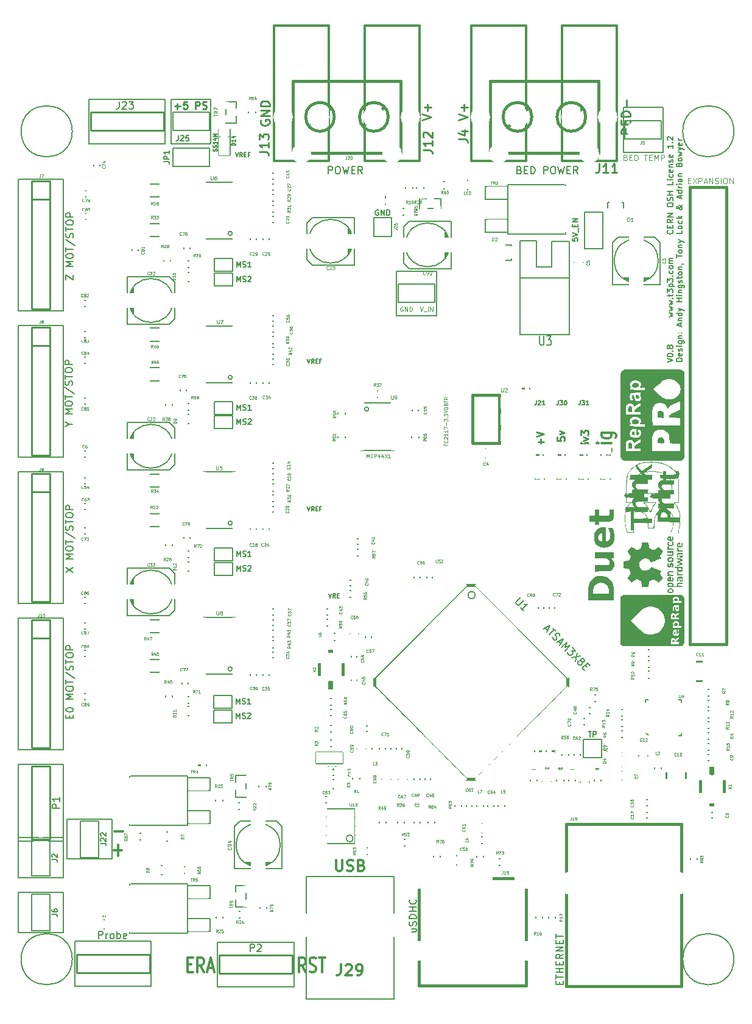
<source format=gto>
G04 (created by PCBNEW (2013-05-18 BZR 4017)-stable) date Thu 09 Jul 2015 12:45:32 BST*
%MOIN*%
G04 Gerber Fmt 3.4, Leading zero omitted, Abs format*
%FSLAX34Y34*%
G01*
G70*
G90*
G04 APERTURE LIST*
%ADD10C,0.00590551*%
%ADD11C,0.012*%
%ADD12C,0.00984252*%
%ADD13C,0.0069*%
%ADD14C,0.015*%
%ADD15C,0.005*%
%ADD16C,0.0079*%
%ADD17C,0.0039*%
%ADD18C,0.0059*%
%ADD19C,0.01*%
%ADD20C,0.006*%
%ADD21C,0.0098*%
%ADD22C,0.008*%
%ADD23C,0.0001*%
%ADD24C,0.0049*%
%ADD25C,0.0043*%
%ADD26C,0.002*%
%ADD27C,0.0016*%
%ADD28C,0.0048*%
%ADD29C,0.001975*%
%ADD30C,0.0035*%
%ADD31C,0.00395*%
%ADD32C,0.004*%
%ADD33C,0.0044*%
%ADD34C,0.0047*%
%ADD35C,0.0028*%
%ADD36C,0.0024*%
%ADD37C,0.00515748*%
%ADD38C,0.0594*%
%ADD39R,0.0672X0.1066*%
%ADD40R,0.0672X0.0751*%
%ADD41R,0.083X0.0751*%
%ADD42R,0.0476X0.083*%
%ADD43C,0.2169*%
%ADD44R,0.083X0.1381*%
%ADD45R,0.2483X0.2641*%
%ADD46R,0.0779X0.0365*%
%ADD47R,0.1381X0.1901*%
%ADD48R,0.0594X0.0436*%
%ADD49R,0.0436X0.0594*%
%ADD50R,0.1X0.164*%
%ADD51R,0.1X0.06*%
%ADD52R,0.1617X0.083*%
%ADD53R,0.083X0.1617*%
%ADD54R,0.0574X0.0594*%
%ADD55R,0.0594X0.0574*%
%ADD56R,0.0653X0.0909*%
%ADD57R,0.0653X0.0771*%
%ADD58R,0.0771X0.0653*%
%ADD59R,0.1106X0.0712*%
%ADD60R,0.2759X0.2523*%
%ADD61R,0.08X0.08*%
%ADD62C,0.08*%
%ADD63R,0.1342X0.0791*%
%ADD64R,0.0791X0.1342*%
%ADD65R,0.0987X0.0633*%
%ADD66R,0.0515X0.0633*%
%ADD67R,0.07X0.045*%
%ADD68R,0.0298X0.0436*%
%ADD69R,0.0436X0.0298*%
%ADD70R,0.1499X0.1499*%
%ADD71R,0.12X0.1251*%
%ADD72R,0.07X0.05*%
%ADD73R,0.1251X0.12*%
%ADD74R,0.05X0.07*%
%ADD75C,0.1499*%
%ADD76C,0.12*%
%ADD77R,0.0672X0.0909*%
%ADD78C,0.0515*%
%ADD79C,0.1576*%
%ADD80R,0.029X0.054*%
%ADD81R,0.0987X0.0987*%
%ADD82C,0.1184*%
%ADD83C,0.1066*%
%ADD84R,0.0633X0.0987*%
%ADD85R,0.0633X0.0515*%
%ADD86C,0.1263*%
G04 APERTURE END LIST*
G54D10*
G54D11*
X16921Y864D02*
X16721Y1245D01*
X16578Y864D02*
X16578Y1664D01*
X16807Y1664D01*
X16864Y1626D01*
X16892Y1588D01*
X16921Y1511D01*
X16921Y1397D01*
X16892Y1321D01*
X16864Y1283D01*
X16807Y1245D01*
X16578Y1245D01*
X17150Y902D02*
X17235Y864D01*
X17378Y864D01*
X17435Y902D01*
X17464Y940D01*
X17492Y1016D01*
X17492Y1092D01*
X17464Y1168D01*
X17435Y1207D01*
X17378Y1245D01*
X17264Y1283D01*
X17207Y1321D01*
X17178Y1359D01*
X17150Y1435D01*
X17150Y1511D01*
X17178Y1588D01*
X17207Y1626D01*
X17264Y1664D01*
X17407Y1664D01*
X17492Y1626D01*
X17664Y1664D02*
X18007Y1664D01*
X17835Y864D02*
X17835Y1664D01*
X10464Y1283D02*
X10664Y1283D01*
X10750Y864D02*
X10464Y864D01*
X10464Y1664D01*
X10750Y1664D01*
X11350Y864D02*
X11150Y1245D01*
X11007Y864D02*
X11007Y1664D01*
X11235Y1664D01*
X11292Y1626D01*
X11321Y1588D01*
X11350Y1511D01*
X11350Y1397D01*
X11321Y1321D01*
X11292Y1283D01*
X11235Y1245D01*
X11007Y1245D01*
X11578Y1092D02*
X11864Y1092D01*
X11521Y864D02*
X11721Y1664D01*
X11921Y864D01*
X6471Y8568D02*
X6928Y8568D01*
X6421Y7518D02*
X6878Y7518D01*
X6650Y7214D02*
X6650Y7823D01*
G54D12*
X32015Y29569D02*
X32015Y29813D01*
X32165Y29681D01*
X32165Y29738D01*
X32184Y29775D01*
X32203Y29794D01*
X32240Y29813D01*
X32334Y29813D01*
X32371Y29794D01*
X32390Y29775D01*
X32409Y29738D01*
X32409Y29625D01*
X32390Y29588D01*
X32371Y29569D01*
X32146Y29944D02*
X32409Y30038D01*
X32146Y30131D01*
X32015Y30244D02*
X32015Y30487D01*
X32165Y30356D01*
X32165Y30412D01*
X32184Y30450D01*
X32203Y30469D01*
X32240Y30487D01*
X32334Y30487D01*
X32371Y30469D01*
X32390Y30450D01*
X32409Y30412D01*
X32409Y30300D01*
X32390Y30262D01*
X32371Y30244D01*
G54D11*
X33635Y29295D02*
X33673Y29352D01*
X33673Y29466D01*
X33635Y29523D01*
X33559Y29552D01*
X33521Y29552D01*
X33445Y29523D01*
X33407Y29466D01*
X33407Y29380D01*
X33369Y29323D01*
X33292Y29295D01*
X33254Y29295D01*
X33178Y29323D01*
X33140Y29380D01*
X33140Y29466D01*
X33178Y29523D01*
X33673Y29809D02*
X33140Y29809D01*
X32873Y29809D02*
X32911Y29780D01*
X32950Y29809D01*
X32911Y29838D01*
X32873Y29809D01*
X32950Y29809D01*
X33140Y30352D02*
X33788Y30352D01*
X33864Y30323D01*
X33902Y30295D01*
X33940Y30238D01*
X33940Y30152D01*
X33902Y30095D01*
X33635Y30352D02*
X33673Y30295D01*
X33673Y30180D01*
X33635Y30123D01*
X33597Y30095D01*
X33521Y30066D01*
X33292Y30066D01*
X33216Y30095D01*
X33178Y30123D01*
X33140Y30180D01*
X33140Y30295D01*
X33178Y30352D01*
G54D12*
X10909Y48078D02*
X10909Y48472D01*
X11059Y48472D01*
X11096Y48453D01*
X11115Y48434D01*
X11134Y48397D01*
X11134Y48341D01*
X11115Y48303D01*
X11096Y48284D01*
X11059Y48266D01*
X10909Y48266D01*
X11284Y48097D02*
X11340Y48078D01*
X11434Y48078D01*
X11471Y48097D01*
X11490Y48116D01*
X11509Y48153D01*
X11509Y48191D01*
X11490Y48228D01*
X11471Y48247D01*
X11434Y48266D01*
X11359Y48284D01*
X11321Y48303D01*
X11303Y48322D01*
X11284Y48359D01*
X11284Y48397D01*
X11303Y48434D01*
X11321Y48453D01*
X11359Y48472D01*
X11453Y48472D01*
X11509Y48453D01*
X9762Y48228D02*
X10062Y48228D01*
X9912Y48078D02*
X9912Y48378D01*
X10437Y48472D02*
X10249Y48472D01*
X10231Y48284D01*
X10249Y48303D01*
X10287Y48322D01*
X10381Y48322D01*
X10418Y48303D01*
X10437Y48284D01*
X10456Y48247D01*
X10456Y48153D01*
X10437Y48116D01*
X10418Y48097D01*
X10381Y48078D01*
X10287Y48078D01*
X10249Y48097D01*
X10231Y48116D01*
X30715Y30131D02*
X30715Y29944D01*
X30903Y29925D01*
X30884Y29944D01*
X30865Y29981D01*
X30865Y30075D01*
X30884Y30113D01*
X30903Y30131D01*
X30940Y30150D01*
X31034Y30150D01*
X31071Y30131D01*
X31090Y30113D01*
X31109Y30075D01*
X31109Y29981D01*
X31090Y29944D01*
X31071Y29925D01*
X30846Y30281D02*
X31109Y30375D01*
X30846Y30469D01*
X29809Y29719D02*
X29809Y30019D01*
X29959Y29869D02*
X29659Y29869D01*
X29565Y30150D02*
X29959Y30281D01*
X29565Y30412D01*
G54D13*
X36719Y34223D02*
X37034Y34328D01*
X36719Y34433D01*
X36719Y34598D02*
X36719Y34628D01*
X36734Y34658D01*
X36749Y34673D01*
X36779Y34688D01*
X36839Y34703D01*
X36914Y34703D01*
X36974Y34688D01*
X37004Y34673D01*
X37019Y34658D01*
X37034Y34628D01*
X37034Y34598D01*
X37019Y34568D01*
X37004Y34553D01*
X36974Y34538D01*
X36914Y34523D01*
X36839Y34523D01*
X36779Y34538D01*
X36749Y34553D01*
X36734Y34568D01*
X36719Y34598D01*
X37004Y34838D02*
X37019Y34853D01*
X37034Y34838D01*
X37019Y34823D01*
X37004Y34838D01*
X37034Y34838D01*
X36854Y35033D02*
X36839Y35003D01*
X36824Y34988D01*
X36794Y34973D01*
X36779Y34973D01*
X36749Y34988D01*
X36734Y35003D01*
X36719Y35033D01*
X36719Y35093D01*
X36734Y35123D01*
X36749Y35138D01*
X36779Y35153D01*
X36794Y35153D01*
X36824Y35138D01*
X36839Y35123D01*
X36854Y35093D01*
X36854Y35033D01*
X36869Y35003D01*
X36884Y34988D01*
X36914Y34973D01*
X36974Y34973D01*
X37004Y34988D01*
X37019Y35003D01*
X37034Y35033D01*
X37034Y35093D01*
X37019Y35123D01*
X37004Y35138D01*
X36974Y35153D01*
X36914Y35153D01*
X36884Y35138D01*
X36869Y35123D01*
X36854Y35093D01*
X36824Y36698D02*
X37034Y36758D01*
X36884Y36818D01*
X37034Y36878D01*
X36824Y36938D01*
X36824Y37028D02*
X37034Y37088D01*
X36884Y37148D01*
X37034Y37208D01*
X36824Y37268D01*
X36824Y37358D02*
X37034Y37418D01*
X36884Y37478D01*
X37034Y37538D01*
X36824Y37598D01*
X37004Y37718D02*
X37019Y37733D01*
X37034Y37718D01*
X37019Y37703D01*
X37004Y37718D01*
X37034Y37718D01*
X36824Y37823D02*
X36824Y37943D01*
X36719Y37868D02*
X36989Y37868D01*
X37019Y37883D01*
X37034Y37913D01*
X37034Y37943D01*
X36719Y38018D02*
X36719Y38213D01*
X36839Y38108D01*
X36839Y38153D01*
X36854Y38183D01*
X36869Y38198D01*
X36899Y38213D01*
X36974Y38213D01*
X37004Y38198D01*
X37019Y38183D01*
X37034Y38153D01*
X37034Y38063D01*
X37019Y38033D01*
X37004Y38018D01*
X36824Y38348D02*
X37139Y38348D01*
X36839Y38348D02*
X36824Y38378D01*
X36824Y38438D01*
X36839Y38468D01*
X36854Y38483D01*
X36884Y38498D01*
X36974Y38498D01*
X37004Y38483D01*
X37019Y38468D01*
X37034Y38438D01*
X37034Y38378D01*
X37019Y38348D01*
X36719Y38603D02*
X36719Y38798D01*
X36839Y38693D01*
X36839Y38738D01*
X36854Y38768D01*
X36869Y38783D01*
X36899Y38798D01*
X36974Y38798D01*
X37004Y38783D01*
X37019Y38768D01*
X37034Y38738D01*
X37034Y38648D01*
X37019Y38618D01*
X37004Y38603D01*
X37004Y38933D02*
X37019Y38948D01*
X37034Y38933D01*
X37019Y38918D01*
X37004Y38933D01*
X37034Y38933D01*
X37019Y39218D02*
X37034Y39188D01*
X37034Y39128D01*
X37019Y39098D01*
X37004Y39083D01*
X36974Y39068D01*
X36884Y39068D01*
X36854Y39083D01*
X36839Y39098D01*
X36824Y39128D01*
X36824Y39188D01*
X36839Y39218D01*
X37034Y39398D02*
X37019Y39368D01*
X37004Y39353D01*
X36974Y39338D01*
X36884Y39338D01*
X36854Y39353D01*
X36839Y39368D01*
X36824Y39398D01*
X36824Y39443D01*
X36839Y39473D01*
X36854Y39488D01*
X36884Y39503D01*
X36974Y39503D01*
X37004Y39488D01*
X37019Y39473D01*
X37034Y39443D01*
X37034Y39398D01*
X37034Y39638D02*
X36824Y39638D01*
X36854Y39638D02*
X36839Y39653D01*
X36824Y39683D01*
X36824Y39728D01*
X36839Y39758D01*
X36869Y39773D01*
X37034Y39773D01*
X36869Y39773D02*
X36839Y39788D01*
X36824Y39818D01*
X36824Y39863D01*
X36839Y39893D01*
X36869Y39908D01*
X37034Y39908D01*
X37004Y41438D02*
X37019Y41423D01*
X37034Y41378D01*
X37034Y41348D01*
X37019Y41303D01*
X36989Y41273D01*
X36959Y41258D01*
X36899Y41243D01*
X36854Y41243D01*
X36794Y41258D01*
X36764Y41273D01*
X36734Y41303D01*
X36719Y41348D01*
X36719Y41378D01*
X36734Y41423D01*
X36749Y41438D01*
X36869Y41573D02*
X36869Y41678D01*
X37034Y41723D02*
X37034Y41573D01*
X36719Y41573D01*
X36719Y41723D01*
X37034Y42038D02*
X36884Y41933D01*
X37034Y41858D02*
X36719Y41858D01*
X36719Y41978D01*
X36734Y42008D01*
X36749Y42023D01*
X36779Y42038D01*
X36824Y42038D01*
X36854Y42023D01*
X36869Y42008D01*
X36884Y41978D01*
X36884Y41858D01*
X37034Y42173D02*
X36719Y42173D01*
X37034Y42353D01*
X36719Y42353D01*
X36719Y42803D02*
X36719Y42863D01*
X36734Y42893D01*
X36764Y42923D01*
X36824Y42938D01*
X36929Y42938D01*
X36989Y42923D01*
X37019Y42893D01*
X37034Y42863D01*
X37034Y42803D01*
X37019Y42773D01*
X36989Y42743D01*
X36929Y42728D01*
X36824Y42728D01*
X36764Y42743D01*
X36734Y42773D01*
X36719Y42803D01*
X37019Y43058D02*
X37034Y43103D01*
X37034Y43178D01*
X37019Y43208D01*
X37004Y43223D01*
X36974Y43238D01*
X36944Y43238D01*
X36914Y43223D01*
X36899Y43208D01*
X36884Y43178D01*
X36869Y43118D01*
X36854Y43088D01*
X36839Y43073D01*
X36809Y43058D01*
X36779Y43058D01*
X36749Y43073D01*
X36734Y43088D01*
X36719Y43118D01*
X36719Y43193D01*
X36734Y43238D01*
X37034Y43373D02*
X36719Y43373D01*
X36869Y43373D02*
X36869Y43553D01*
X37034Y43553D02*
X36719Y43553D01*
X37034Y44093D02*
X37034Y43943D01*
X36719Y43943D01*
X37034Y44198D02*
X36824Y44198D01*
X36719Y44198D02*
X36734Y44183D01*
X36749Y44198D01*
X36734Y44213D01*
X36719Y44198D01*
X36749Y44198D01*
X37019Y44483D02*
X37034Y44453D01*
X37034Y44393D01*
X37019Y44363D01*
X37004Y44348D01*
X36974Y44333D01*
X36884Y44333D01*
X36854Y44348D01*
X36839Y44363D01*
X36824Y44393D01*
X36824Y44453D01*
X36839Y44483D01*
X37019Y44738D02*
X37034Y44708D01*
X37034Y44648D01*
X37019Y44618D01*
X36989Y44603D01*
X36869Y44603D01*
X36839Y44618D01*
X36824Y44648D01*
X36824Y44708D01*
X36839Y44738D01*
X36869Y44753D01*
X36899Y44753D01*
X36929Y44603D01*
X36824Y44888D02*
X37034Y44888D01*
X36854Y44888D02*
X36839Y44903D01*
X36824Y44933D01*
X36824Y44978D01*
X36839Y45008D01*
X36869Y45023D01*
X37034Y45023D01*
X37019Y45158D02*
X37034Y45188D01*
X37034Y45248D01*
X37019Y45278D01*
X36989Y45293D01*
X36974Y45293D01*
X36944Y45278D01*
X36929Y45248D01*
X36929Y45203D01*
X36914Y45173D01*
X36884Y45158D01*
X36869Y45158D01*
X36839Y45173D01*
X36824Y45203D01*
X36824Y45248D01*
X36839Y45278D01*
X37019Y45548D02*
X37034Y45518D01*
X37034Y45458D01*
X37019Y45428D01*
X36989Y45413D01*
X36869Y45413D01*
X36839Y45428D01*
X36824Y45458D01*
X36824Y45518D01*
X36839Y45548D01*
X36869Y45563D01*
X36899Y45563D01*
X36929Y45413D01*
X37034Y46103D02*
X37034Y45923D01*
X37034Y46013D02*
X36719Y46013D01*
X36764Y45983D01*
X36794Y45953D01*
X36809Y45923D01*
X37004Y46238D02*
X37019Y46253D01*
X37034Y46238D01*
X37019Y46223D01*
X37004Y46238D01*
X37034Y46238D01*
X36749Y46373D02*
X36734Y46388D01*
X36719Y46418D01*
X36719Y46493D01*
X36734Y46523D01*
X36749Y46538D01*
X36779Y46553D01*
X36809Y46553D01*
X36854Y46538D01*
X37034Y46358D01*
X37034Y46553D01*
X37544Y34268D02*
X37229Y34268D01*
X37229Y34343D01*
X37244Y34388D01*
X37274Y34418D01*
X37304Y34433D01*
X37364Y34448D01*
X37409Y34448D01*
X37469Y34433D01*
X37499Y34418D01*
X37529Y34388D01*
X37544Y34343D01*
X37544Y34268D01*
X37529Y34703D02*
X37544Y34673D01*
X37544Y34613D01*
X37529Y34583D01*
X37499Y34568D01*
X37379Y34568D01*
X37349Y34583D01*
X37334Y34613D01*
X37334Y34673D01*
X37349Y34703D01*
X37379Y34718D01*
X37409Y34718D01*
X37439Y34568D01*
X37529Y34838D02*
X37544Y34868D01*
X37544Y34928D01*
X37529Y34958D01*
X37499Y34973D01*
X37484Y34973D01*
X37454Y34958D01*
X37439Y34928D01*
X37439Y34883D01*
X37424Y34853D01*
X37394Y34838D01*
X37379Y34838D01*
X37349Y34853D01*
X37334Y34883D01*
X37334Y34928D01*
X37349Y34958D01*
X37544Y35108D02*
X37334Y35108D01*
X37229Y35108D02*
X37244Y35093D01*
X37259Y35108D01*
X37244Y35123D01*
X37229Y35108D01*
X37259Y35108D01*
X37334Y35393D02*
X37589Y35393D01*
X37619Y35378D01*
X37634Y35363D01*
X37649Y35333D01*
X37649Y35288D01*
X37634Y35258D01*
X37529Y35393D02*
X37544Y35363D01*
X37544Y35303D01*
X37529Y35273D01*
X37514Y35258D01*
X37484Y35243D01*
X37394Y35243D01*
X37364Y35258D01*
X37349Y35273D01*
X37334Y35303D01*
X37334Y35363D01*
X37349Y35393D01*
X37334Y35543D02*
X37544Y35543D01*
X37364Y35543D02*
X37349Y35558D01*
X37334Y35588D01*
X37334Y35633D01*
X37349Y35663D01*
X37379Y35678D01*
X37544Y35678D01*
X37514Y35828D02*
X37529Y35843D01*
X37544Y35828D01*
X37529Y35813D01*
X37514Y35828D01*
X37544Y35828D01*
X37349Y35828D02*
X37364Y35843D01*
X37379Y35828D01*
X37364Y35813D01*
X37349Y35828D01*
X37379Y35828D01*
X37454Y36203D02*
X37454Y36353D01*
X37544Y36173D02*
X37229Y36278D01*
X37544Y36383D01*
X37334Y36488D02*
X37544Y36488D01*
X37364Y36488D02*
X37349Y36503D01*
X37334Y36533D01*
X37334Y36578D01*
X37349Y36608D01*
X37379Y36623D01*
X37544Y36623D01*
X37544Y36908D02*
X37229Y36908D01*
X37529Y36908D02*
X37544Y36878D01*
X37544Y36818D01*
X37529Y36788D01*
X37514Y36773D01*
X37484Y36758D01*
X37394Y36758D01*
X37364Y36773D01*
X37349Y36788D01*
X37334Y36818D01*
X37334Y36878D01*
X37349Y36908D01*
X37334Y37028D02*
X37544Y37103D01*
X37334Y37178D02*
X37544Y37103D01*
X37619Y37073D01*
X37634Y37058D01*
X37649Y37028D01*
X37544Y37538D02*
X37229Y37538D01*
X37379Y37538D02*
X37379Y37718D01*
X37544Y37718D02*
X37229Y37718D01*
X37544Y37868D02*
X37334Y37868D01*
X37229Y37868D02*
X37244Y37853D01*
X37259Y37868D01*
X37244Y37883D01*
X37229Y37868D01*
X37259Y37868D01*
X37334Y38018D02*
X37544Y38018D01*
X37364Y38018D02*
X37349Y38033D01*
X37334Y38063D01*
X37334Y38108D01*
X37349Y38138D01*
X37379Y38153D01*
X37544Y38153D01*
X37334Y38438D02*
X37589Y38438D01*
X37619Y38423D01*
X37634Y38408D01*
X37649Y38378D01*
X37649Y38333D01*
X37634Y38303D01*
X37529Y38438D02*
X37544Y38408D01*
X37544Y38348D01*
X37529Y38318D01*
X37514Y38303D01*
X37484Y38288D01*
X37394Y38288D01*
X37364Y38303D01*
X37349Y38318D01*
X37334Y38348D01*
X37334Y38408D01*
X37349Y38438D01*
X37529Y38573D02*
X37544Y38603D01*
X37544Y38663D01*
X37529Y38693D01*
X37499Y38708D01*
X37484Y38708D01*
X37454Y38693D01*
X37439Y38663D01*
X37439Y38618D01*
X37424Y38588D01*
X37394Y38573D01*
X37379Y38573D01*
X37349Y38588D01*
X37334Y38618D01*
X37334Y38663D01*
X37349Y38693D01*
X37334Y38798D02*
X37334Y38918D01*
X37229Y38843D02*
X37499Y38843D01*
X37529Y38858D01*
X37544Y38888D01*
X37544Y38918D01*
X37544Y39068D02*
X37529Y39038D01*
X37514Y39023D01*
X37484Y39008D01*
X37394Y39008D01*
X37364Y39023D01*
X37349Y39038D01*
X37334Y39068D01*
X37334Y39113D01*
X37349Y39143D01*
X37364Y39158D01*
X37394Y39173D01*
X37484Y39173D01*
X37514Y39158D01*
X37529Y39143D01*
X37544Y39113D01*
X37544Y39068D01*
X37334Y39308D02*
X37544Y39308D01*
X37364Y39308D02*
X37349Y39323D01*
X37334Y39353D01*
X37334Y39398D01*
X37349Y39428D01*
X37379Y39443D01*
X37544Y39443D01*
X37529Y39608D02*
X37544Y39608D01*
X37574Y39593D01*
X37589Y39578D01*
X37229Y39938D02*
X37229Y40118D01*
X37544Y40028D02*
X37229Y40028D01*
X37544Y40268D02*
X37529Y40238D01*
X37514Y40223D01*
X37484Y40208D01*
X37394Y40208D01*
X37364Y40223D01*
X37349Y40238D01*
X37334Y40268D01*
X37334Y40313D01*
X37349Y40343D01*
X37364Y40358D01*
X37394Y40373D01*
X37484Y40373D01*
X37514Y40358D01*
X37529Y40343D01*
X37544Y40313D01*
X37544Y40268D01*
X37334Y40508D02*
X37544Y40508D01*
X37364Y40508D02*
X37349Y40523D01*
X37334Y40553D01*
X37334Y40598D01*
X37349Y40628D01*
X37379Y40643D01*
X37544Y40643D01*
X37334Y40763D02*
X37544Y40838D01*
X37334Y40913D02*
X37544Y40838D01*
X37619Y40808D01*
X37634Y40793D01*
X37649Y40763D01*
X37544Y41423D02*
X37544Y41273D01*
X37229Y41273D01*
X37544Y41573D02*
X37529Y41543D01*
X37514Y41528D01*
X37484Y41513D01*
X37394Y41513D01*
X37364Y41528D01*
X37349Y41543D01*
X37334Y41573D01*
X37334Y41618D01*
X37349Y41648D01*
X37364Y41663D01*
X37394Y41678D01*
X37484Y41678D01*
X37514Y41663D01*
X37529Y41648D01*
X37544Y41618D01*
X37544Y41573D01*
X37529Y41948D02*
X37544Y41918D01*
X37544Y41858D01*
X37529Y41828D01*
X37514Y41813D01*
X37484Y41798D01*
X37394Y41798D01*
X37364Y41813D01*
X37349Y41828D01*
X37334Y41858D01*
X37334Y41918D01*
X37349Y41948D01*
X37544Y42083D02*
X37229Y42083D01*
X37424Y42113D02*
X37544Y42203D01*
X37334Y42203D02*
X37454Y42083D01*
X37544Y42833D02*
X37544Y42818D01*
X37529Y42788D01*
X37484Y42743D01*
X37394Y42668D01*
X37349Y42638D01*
X37304Y42623D01*
X37274Y42623D01*
X37244Y42638D01*
X37229Y42668D01*
X37229Y42683D01*
X37244Y42713D01*
X37274Y42728D01*
X37289Y42728D01*
X37319Y42713D01*
X37334Y42698D01*
X37394Y42608D01*
X37409Y42593D01*
X37439Y42578D01*
X37484Y42578D01*
X37514Y42593D01*
X37529Y42608D01*
X37544Y42638D01*
X37544Y42683D01*
X37529Y42713D01*
X37514Y42728D01*
X37454Y42773D01*
X37409Y42788D01*
X37379Y42788D01*
X37454Y43193D02*
X37454Y43343D01*
X37544Y43163D02*
X37229Y43268D01*
X37544Y43373D01*
X37544Y43613D02*
X37229Y43613D01*
X37529Y43613D02*
X37544Y43583D01*
X37544Y43523D01*
X37529Y43493D01*
X37514Y43478D01*
X37484Y43463D01*
X37394Y43463D01*
X37364Y43478D01*
X37349Y43493D01*
X37334Y43523D01*
X37334Y43583D01*
X37349Y43613D01*
X37544Y43763D02*
X37334Y43763D01*
X37394Y43763D02*
X37364Y43778D01*
X37349Y43793D01*
X37334Y43823D01*
X37334Y43853D01*
X37544Y43958D02*
X37334Y43958D01*
X37229Y43958D02*
X37244Y43943D01*
X37259Y43958D01*
X37244Y43973D01*
X37229Y43958D01*
X37259Y43958D01*
X37544Y44243D02*
X37379Y44243D01*
X37349Y44228D01*
X37334Y44198D01*
X37334Y44138D01*
X37349Y44108D01*
X37529Y44243D02*
X37544Y44213D01*
X37544Y44138D01*
X37529Y44108D01*
X37499Y44093D01*
X37469Y44093D01*
X37439Y44108D01*
X37424Y44138D01*
X37424Y44213D01*
X37409Y44243D01*
X37334Y44393D02*
X37544Y44393D01*
X37364Y44393D02*
X37349Y44408D01*
X37334Y44438D01*
X37334Y44483D01*
X37349Y44513D01*
X37379Y44528D01*
X37544Y44528D01*
X37379Y45023D02*
X37394Y45068D01*
X37409Y45083D01*
X37439Y45098D01*
X37484Y45098D01*
X37514Y45083D01*
X37529Y45068D01*
X37544Y45038D01*
X37544Y44918D01*
X37229Y44918D01*
X37229Y45023D01*
X37244Y45053D01*
X37259Y45068D01*
X37289Y45083D01*
X37319Y45083D01*
X37349Y45068D01*
X37364Y45053D01*
X37379Y45023D01*
X37379Y44918D01*
X37544Y45278D02*
X37529Y45248D01*
X37514Y45233D01*
X37484Y45218D01*
X37394Y45218D01*
X37364Y45233D01*
X37349Y45248D01*
X37334Y45278D01*
X37334Y45323D01*
X37349Y45353D01*
X37364Y45368D01*
X37394Y45383D01*
X37484Y45383D01*
X37514Y45368D01*
X37529Y45353D01*
X37544Y45323D01*
X37544Y45278D01*
X37334Y45488D02*
X37544Y45548D01*
X37394Y45608D01*
X37544Y45668D01*
X37334Y45728D01*
X37334Y45818D02*
X37544Y45893D01*
X37334Y45968D02*
X37544Y45893D01*
X37619Y45863D01*
X37634Y45848D01*
X37649Y45818D01*
X37529Y46208D02*
X37544Y46178D01*
X37544Y46118D01*
X37529Y46088D01*
X37499Y46073D01*
X37379Y46073D01*
X37349Y46088D01*
X37334Y46118D01*
X37334Y46178D01*
X37349Y46208D01*
X37379Y46223D01*
X37409Y46223D01*
X37439Y46073D01*
X37544Y46358D02*
X37334Y46358D01*
X37394Y46358D02*
X37364Y46373D01*
X37349Y46388D01*
X37334Y46418D01*
X37334Y46448D01*
G54D14*
X29014Y1870D02*
X29014Y138D01*
X23148Y1870D02*
X23148Y138D01*
X23148Y138D02*
X29014Y138D01*
X23148Y6004D02*
X23148Y1870D01*
X23148Y6004D02*
X29014Y6004D01*
X29014Y6004D02*
X29014Y1870D01*
G54D15*
X4154Y1575D02*
G75*
G03X4154Y1575I-1400J0D01*
G74*
G01*
X31360Y38823D02*
X31360Y40835D01*
X28655Y35713D02*
X28655Y38827D01*
X28655Y38827D02*
X28655Y40859D01*
X28655Y40859D02*
X29577Y40859D01*
X29577Y40859D02*
X29577Y39438D01*
X29577Y39438D02*
X30411Y39438D01*
X30411Y39438D02*
X30411Y40835D01*
X30411Y40835D02*
X31336Y40835D01*
X31336Y40835D02*
X31344Y40835D01*
X28660Y38825D02*
X31360Y38825D01*
X31364Y38818D02*
X31364Y35718D01*
X31359Y35719D02*
X28659Y35719D01*
X11301Y36193D02*
X11301Y33093D01*
X11301Y33093D02*
X13101Y33093D01*
X13101Y33093D02*
X13101Y36193D01*
X13101Y36193D02*
X11301Y36193D01*
X12912Y33393D02*
G75*
G03X12912Y33393I-111J0D01*
G74*
G01*
X11300Y28220D02*
X11300Y25120D01*
X11300Y25120D02*
X13100Y25120D01*
X13100Y25120D02*
X13100Y28220D01*
X13100Y28220D02*
X11300Y28220D01*
X12911Y25420D02*
G75*
G03X12911Y25420I-111J0D01*
G74*
G01*
X11300Y20249D02*
X11300Y17149D01*
X11300Y17149D02*
X13100Y17149D01*
X13100Y17149D02*
X13100Y20249D01*
X13100Y20249D02*
X11300Y20249D01*
X12911Y17449D02*
G75*
G03X12911Y17449I-111J0D01*
G74*
G01*
X11302Y44069D02*
X11302Y40969D01*
X11302Y40969D02*
X13102Y40969D01*
X13102Y40969D02*
X13102Y44069D01*
X13102Y44069D02*
X11302Y44069D01*
X12913Y41269D02*
G75*
G03X12913Y41269I-111J0D01*
G74*
G01*
X21764Y29409D02*
X21764Y32009D01*
X21764Y32009D02*
X19964Y32009D01*
X19964Y32009D02*
X19964Y29409D01*
X19964Y29409D02*
X21764Y29409D01*
X20375Y31659D02*
G75*
G03X20375Y31659I-111J0D01*
G74*
G01*
X13659Y5395D02*
X13919Y5395D01*
X13659Y4645D02*
X13919Y4645D01*
X13109Y5020D02*
X12849Y5020D01*
X13109Y4430D02*
X13109Y5610D01*
X13109Y5610D02*
X13659Y5610D01*
X13659Y5610D02*
X13659Y4430D01*
X13659Y4430D02*
X13109Y4430D01*
X13659Y11399D02*
X13919Y11399D01*
X13659Y10649D02*
X13919Y10649D01*
X13109Y11024D02*
X12849Y11024D01*
X13109Y10434D02*
X13109Y11614D01*
X13109Y11614D02*
X13659Y11614D01*
X13659Y11614D02*
X13659Y10434D01*
X13659Y10434D02*
X13109Y10434D01*
X24133Y42619D02*
X24133Y42359D01*
X23383Y42619D02*
X23383Y42359D01*
X23758Y43169D02*
X23758Y43429D01*
X23168Y43169D02*
X24348Y43169D01*
X24348Y43169D02*
X24348Y42619D01*
X24348Y42619D02*
X23168Y42619D01*
X23168Y42619D02*
X23168Y43169D01*
G54D14*
X26081Y30515D02*
X25352Y30515D01*
X25352Y30515D02*
X25352Y31697D01*
X25352Y31697D02*
X26081Y31697D01*
X27537Y32012D02*
X28266Y32012D01*
X27537Y31106D02*
X28266Y31106D01*
X27537Y30200D02*
X28266Y30200D01*
X26081Y29787D02*
X26081Y32425D01*
X26081Y32425D02*
X27537Y32425D01*
X27537Y32425D02*
X27537Y29787D01*
X27537Y29787D02*
X26081Y29787D01*
G54D15*
X19450Y40538D02*
X19450Y41138D01*
X19400Y41288D02*
X19400Y40388D01*
X19350Y40288D02*
X19350Y41388D01*
X19300Y41488D02*
X19300Y40188D01*
X19250Y40138D02*
X19250Y41538D01*
X19500Y40838D02*
G75*
G03X19500Y40838I-1200J0D01*
G74*
G01*
X19600Y39538D02*
X19600Y42138D01*
X19600Y42138D02*
X17300Y42138D01*
X17300Y42138D02*
X17000Y41838D01*
X17000Y41838D02*
X17000Y39838D01*
X17000Y39838D02*
X17300Y39538D01*
X17300Y39538D02*
X19600Y39538D01*
X17450Y40838D02*
X17750Y40838D01*
X17600Y40688D02*
X17600Y40988D01*
X7313Y21954D02*
X7313Y21354D01*
X7363Y21204D02*
X7363Y22104D01*
X7413Y22204D02*
X7413Y21104D01*
X7463Y21004D02*
X7463Y22304D01*
X7513Y22354D02*
X7513Y20954D01*
X9663Y21654D02*
G75*
G03X9663Y21654I-1200J0D01*
G74*
G01*
X7163Y22954D02*
X7163Y20354D01*
X7163Y20354D02*
X9463Y20354D01*
X9463Y20354D02*
X9763Y20654D01*
X9763Y20654D02*
X9763Y22654D01*
X9763Y22654D02*
X9463Y22954D01*
X9463Y22954D02*
X7163Y22954D01*
X9313Y21654D02*
X9013Y21654D01*
X9163Y21804D02*
X9163Y21504D01*
X7313Y37898D02*
X7313Y37298D01*
X7363Y37148D02*
X7363Y38048D01*
X7413Y38148D02*
X7413Y37048D01*
X7463Y36948D02*
X7463Y38248D01*
X7513Y38298D02*
X7513Y36898D01*
X9663Y37598D02*
G75*
G03X9663Y37598I-1200J0D01*
G74*
G01*
X7163Y38898D02*
X7163Y36298D01*
X7163Y36298D02*
X9463Y36298D01*
X9463Y36298D02*
X9763Y36598D01*
X9763Y36598D02*
X9763Y38598D01*
X9763Y38598D02*
X9463Y38898D01*
X9463Y38898D02*
X7163Y38898D01*
X9313Y37598D02*
X9013Y37598D01*
X9163Y37748D02*
X9163Y37448D01*
X7313Y29926D02*
X7313Y29326D01*
X7363Y29176D02*
X7363Y30076D01*
X7413Y30176D02*
X7413Y29076D01*
X7463Y28976D02*
X7463Y30276D01*
X7513Y30326D02*
X7513Y28926D01*
X9663Y29626D02*
G75*
G03X9663Y29626I-1200J0D01*
G74*
G01*
X7163Y30926D02*
X7163Y28326D01*
X7163Y28326D02*
X9463Y28326D01*
X9463Y28326D02*
X9763Y28626D01*
X9763Y28626D02*
X9763Y30626D01*
X9763Y30626D02*
X9463Y30926D01*
X9463Y30926D02*
X7163Y30926D01*
X9313Y29626D02*
X9013Y29626D01*
X9163Y29776D02*
X9163Y29476D01*
X34729Y38622D02*
X35329Y38622D01*
X35479Y38672D02*
X34579Y38672D01*
X34479Y38722D02*
X35579Y38722D01*
X35679Y38772D02*
X34379Y38772D01*
X34329Y38822D02*
X35729Y38822D01*
X36229Y39772D02*
G75*
G03X36229Y39772I-1200J0D01*
G74*
G01*
X33729Y38472D02*
X36329Y38472D01*
X36329Y38472D02*
X36329Y40772D01*
X36329Y40772D02*
X36029Y41072D01*
X36029Y41072D02*
X34029Y41072D01*
X34029Y41072D02*
X33729Y40772D01*
X33729Y40772D02*
X33729Y38472D01*
X35029Y40622D02*
X35029Y40322D01*
X34879Y40472D02*
X35179Y40472D01*
G54D16*
X35382Y18494D02*
X36070Y18494D01*
X36070Y18494D02*
X36070Y18120D01*
X36070Y18120D02*
X35382Y18120D01*
X35382Y18120D02*
X35382Y18494D01*
X39317Y15955D02*
X38629Y15955D01*
X38629Y15955D02*
X38629Y16329D01*
X38629Y16329D02*
X39317Y16329D01*
X39317Y16329D02*
X39317Y15955D01*
X39317Y15364D02*
X38629Y15364D01*
X38629Y15364D02*
X38629Y15738D01*
X38629Y15738D02*
X39317Y15738D01*
X39317Y15738D02*
X39317Y15364D01*
X35382Y17904D02*
X36070Y17904D01*
X36070Y17904D02*
X36070Y17530D01*
X36070Y17530D02*
X35382Y17530D01*
X35382Y17530D02*
X35382Y17904D01*
X35382Y17313D02*
X36070Y17313D01*
X36070Y17313D02*
X36070Y16939D01*
X36070Y16939D02*
X35382Y16939D01*
X35382Y16939D02*
X35382Y17313D01*
X39317Y14183D02*
X38629Y14183D01*
X38629Y14183D02*
X38629Y14557D01*
X38629Y14557D02*
X39317Y14557D01*
X39317Y14557D02*
X39317Y14183D01*
X39317Y14774D02*
X38629Y14774D01*
X38629Y14774D02*
X38629Y15148D01*
X38629Y15148D02*
X39317Y15148D01*
X39317Y15148D02*
X39317Y14774D01*
X33905Y14656D02*
X34593Y14656D01*
X34593Y14656D02*
X34593Y14282D01*
X34593Y14282D02*
X33905Y14282D01*
X33905Y14282D02*
X33905Y14656D01*
X33905Y15246D02*
X34593Y15246D01*
X34593Y15246D02*
X34593Y14872D01*
X34593Y14872D02*
X33905Y14872D01*
X33905Y14872D02*
X33905Y15246D01*
X38629Y13376D02*
X39317Y13376D01*
X39317Y13376D02*
X39317Y13002D01*
X39317Y13002D02*
X38629Y13002D01*
X38629Y13002D02*
X38629Y13376D01*
X22413Y43394D02*
X22413Y44082D01*
X22413Y44082D02*
X22787Y44082D01*
X22787Y44082D02*
X22787Y43394D01*
X22787Y43394D02*
X22413Y43394D01*
X23013Y43394D02*
X23013Y44082D01*
X23013Y44082D02*
X23387Y44082D01*
X23387Y44082D02*
X23387Y43394D01*
X23387Y43394D02*
X23013Y43394D01*
X12015Y9892D02*
X12015Y10580D01*
X12015Y10580D02*
X12389Y10580D01*
X12389Y10580D02*
X12389Y9892D01*
X12389Y9892D02*
X12015Y9892D01*
X18709Y29774D02*
X18709Y30462D01*
X18709Y30462D02*
X19083Y30462D01*
X19083Y30462D02*
X19083Y29774D01*
X19083Y29774D02*
X18709Y29774D01*
X22694Y7751D02*
X22006Y7751D01*
X22006Y7751D02*
X22006Y8125D01*
X22006Y8125D02*
X22694Y8125D01*
X22694Y8125D02*
X22694Y7751D01*
X20125Y23632D02*
X19437Y23632D01*
X19437Y23632D02*
X19437Y24006D01*
X19437Y24006D02*
X20125Y24006D01*
X20125Y24006D02*
X20125Y23632D01*
X19513Y11094D02*
X19513Y11782D01*
X19513Y11782D02*
X19887Y11782D01*
X19887Y11782D02*
X19887Y11094D01*
X19887Y11094D02*
X19513Y11094D01*
X17961Y14360D02*
X18649Y14360D01*
X18649Y14360D02*
X18649Y13986D01*
X18649Y13986D02*
X17961Y13986D01*
X17961Y13986D02*
X17961Y14360D01*
X17961Y13573D02*
X18649Y13573D01*
X18649Y13573D02*
X18649Y13199D01*
X18649Y13199D02*
X17961Y13199D01*
X17961Y13199D02*
X17961Y13573D01*
X39318Y13593D02*
X38630Y13593D01*
X38630Y13593D02*
X38630Y13967D01*
X38630Y13967D02*
X39318Y13967D01*
X39318Y13967D02*
X39318Y13593D01*
X33905Y14065D02*
X34593Y14065D01*
X34593Y14065D02*
X34593Y13691D01*
X34593Y13691D02*
X33905Y13691D01*
X33905Y13691D02*
X33905Y14065D01*
X29909Y4183D02*
X29909Y3495D01*
X29909Y3495D02*
X29535Y3495D01*
X29535Y3495D02*
X29535Y4183D01*
X29535Y4183D02*
X29909Y4183D01*
X30224Y3495D02*
X30224Y4183D01*
X30224Y4183D02*
X30598Y4183D01*
X30598Y4183D02*
X30598Y3495D01*
X30598Y3495D02*
X30224Y3495D01*
X13630Y9755D02*
X12942Y9755D01*
X12942Y9755D02*
X12942Y10129D01*
X12942Y10129D02*
X13630Y10129D01*
X13630Y10129D02*
X13630Y9755D01*
X13669Y3829D02*
X12981Y3829D01*
X12981Y3829D02*
X12981Y4203D01*
X12981Y4203D02*
X13669Y4203D01*
X13669Y4203D02*
X13669Y3829D01*
X12409Y4183D02*
X12409Y3495D01*
X12409Y3495D02*
X12035Y3495D01*
X12035Y3495D02*
X12035Y4183D01*
X12035Y4183D02*
X12409Y4183D01*
X19083Y31742D02*
X19083Y31054D01*
X19083Y31054D02*
X18709Y31054D01*
X18709Y31054D02*
X18709Y31742D01*
X18709Y31742D02*
X19083Y31742D01*
X19732Y21368D02*
X19044Y21368D01*
X19044Y21368D02*
X19044Y21742D01*
X19044Y21742D02*
X19732Y21742D01*
X19732Y21742D02*
X19732Y21368D01*
X30972Y12412D02*
X30972Y13100D01*
X30972Y13100D02*
X31346Y13100D01*
X31346Y13100D02*
X31346Y12412D01*
X31346Y12412D02*
X30972Y12412D01*
X18452Y19793D02*
X17764Y19793D01*
X17764Y19793D02*
X17764Y20167D01*
X17764Y20167D02*
X18452Y20167D01*
X18452Y20167D02*
X18452Y19793D01*
G54D15*
X38951Y9609D02*
X38951Y9289D01*
X39391Y9299D02*
X39391Y9609D01*
X39491Y9289D02*
X38851Y9289D01*
X38851Y9289D02*
X38851Y9609D01*
X38851Y9609D02*
X39491Y9609D01*
X39491Y9609D02*
X39491Y9289D01*
X39194Y12438D02*
X39194Y12758D01*
X38754Y12748D02*
X38754Y12438D01*
X38654Y12758D02*
X39294Y12758D01*
X39294Y12758D02*
X39294Y12438D01*
X39294Y12438D02*
X38654Y12438D01*
X38654Y12438D02*
X38654Y12758D01*
X35408Y10298D02*
X35408Y9978D01*
X35848Y9988D02*
X35848Y10298D01*
X35948Y9978D02*
X35308Y9978D01*
X35308Y9978D02*
X35308Y10298D01*
X35308Y10298D02*
X35948Y10298D01*
X35948Y10298D02*
X35948Y9978D01*
X35408Y9609D02*
X35408Y9289D01*
X35848Y9299D02*
X35848Y9609D01*
X35948Y9289D02*
X35308Y9289D01*
X35308Y9289D02*
X35308Y9609D01*
X35308Y9609D02*
X35948Y9609D01*
X35948Y9609D02*
X35948Y9289D01*
X19608Y21986D02*
X19608Y22306D01*
X19168Y22296D02*
X19168Y21986D01*
X19068Y22306D02*
X19708Y22306D01*
X19708Y22306D02*
X19708Y21986D01*
X19708Y21986D02*
X19068Y21986D01*
X19068Y21986D02*
X19068Y22306D01*
X20001Y24249D02*
X20001Y24569D01*
X19561Y24559D02*
X19561Y24249D01*
X19461Y24569D02*
X20101Y24569D01*
X20101Y24569D02*
X20101Y24249D01*
X20101Y24249D02*
X19461Y24249D01*
X19461Y24249D02*
X19461Y24569D01*
X31629Y12536D02*
X31949Y12536D01*
X31939Y12976D02*
X31629Y12976D01*
X31949Y13076D02*
X31949Y12436D01*
X31949Y12436D02*
X31629Y12436D01*
X31629Y12436D02*
X31629Y13076D01*
X31629Y13076D02*
X31949Y13076D01*
X18328Y20411D02*
X18328Y20731D01*
X17888Y20721D02*
X17888Y20411D01*
X17788Y20731D02*
X18428Y20731D01*
X18428Y20731D02*
X18428Y20411D01*
X18428Y20411D02*
X17788Y20411D01*
X17788Y20411D02*
X17788Y20731D01*
G54D16*
X9260Y31546D02*
X9260Y32234D01*
X9260Y32234D02*
X9634Y32234D01*
X9634Y32234D02*
X9634Y31546D01*
X9634Y31546D02*
X9260Y31546D01*
X15499Y35246D02*
X14811Y35246D01*
X14811Y35246D02*
X14811Y35620D01*
X14811Y35620D02*
X15499Y35620D01*
X15499Y35620D02*
X15499Y35246D01*
X14812Y35026D02*
X15500Y35026D01*
X15500Y35026D02*
X15500Y34652D01*
X15500Y34652D02*
X14812Y34652D01*
X14812Y34652D02*
X14812Y35026D01*
X18649Y15463D02*
X17961Y15463D01*
X17961Y15463D02*
X17961Y15837D01*
X17961Y15837D02*
X18649Y15837D01*
X18649Y15837D02*
X18649Y15463D01*
G54D15*
X14935Y34412D02*
X14935Y34092D01*
X15375Y34102D02*
X15375Y34412D01*
X15475Y34092D02*
X14835Y34092D01*
X14835Y34092D02*
X14835Y34412D01*
X14835Y34412D02*
X15475Y34412D01*
X15475Y34412D02*
X15475Y34092D01*
X14922Y33287D02*
X14602Y33287D01*
X14612Y32847D02*
X14922Y32847D01*
X14602Y32747D02*
X14602Y33387D01*
X14602Y33387D02*
X14922Y33387D01*
X14922Y33387D02*
X14922Y32747D01*
X14922Y32747D02*
X14602Y32747D01*
X14935Y36184D02*
X14935Y35864D01*
X15375Y35874D02*
X15375Y36184D01*
X15475Y35864D02*
X14835Y35864D01*
X14835Y35864D02*
X14835Y36184D01*
X14835Y36184D02*
X15475Y36184D01*
X15475Y36184D02*
X15475Y35864D01*
X13913Y32847D02*
X14233Y32847D01*
X14223Y33287D02*
X13913Y33287D01*
X14233Y33387D02*
X14233Y32747D01*
X14233Y32747D02*
X13913Y32747D01*
X13913Y32747D02*
X13913Y33387D01*
X13913Y33387D02*
X14233Y33387D01*
G54D16*
X9260Y15601D02*
X9260Y16289D01*
X9260Y16289D02*
X9634Y16289D01*
X9634Y16289D02*
X9634Y15601D01*
X9634Y15601D02*
X9260Y15601D01*
X15499Y19203D02*
X14811Y19203D01*
X14811Y19203D02*
X14811Y19577D01*
X14811Y19577D02*
X15499Y19577D01*
X15499Y19577D02*
X15499Y19203D01*
X14810Y18983D02*
X15498Y18983D01*
X15498Y18983D02*
X15498Y18609D01*
X15498Y18609D02*
X14810Y18609D01*
X14810Y18609D02*
X14810Y18983D01*
X21346Y9399D02*
X21346Y8711D01*
X21346Y8711D02*
X20972Y8711D01*
X20972Y8711D02*
X20972Y9399D01*
X20972Y9399D02*
X21346Y9399D01*
G54D15*
X14935Y18369D02*
X14935Y18049D01*
X15375Y18059D02*
X15375Y18369D01*
X15475Y18049D02*
X14835Y18049D01*
X14835Y18049D02*
X14835Y18369D01*
X14835Y18369D02*
X15475Y18369D01*
X15475Y18369D02*
X15475Y18049D01*
X14920Y17343D02*
X14600Y17343D01*
X14610Y16903D02*
X14920Y16903D01*
X14600Y16803D02*
X14600Y17443D01*
X14600Y17443D02*
X14920Y17443D01*
X14920Y17443D02*
X14920Y16803D01*
X14920Y16803D02*
X14600Y16803D01*
X14935Y20140D02*
X14935Y19820D01*
X15375Y19830D02*
X15375Y20140D01*
X15475Y19820D02*
X14835Y19820D01*
X14835Y19820D02*
X14835Y20140D01*
X14835Y20140D02*
X15475Y20140D01*
X15475Y20140D02*
X15475Y19820D01*
X13911Y16903D02*
X14231Y16903D01*
X14221Y17343D02*
X13911Y17343D01*
X14231Y17443D02*
X14231Y16803D01*
X14231Y16803D02*
X13911Y16803D01*
X13911Y16803D02*
X13911Y17443D01*
X13911Y17443D02*
X14231Y17443D01*
G54D16*
X9161Y39420D02*
X9161Y40108D01*
X9161Y40108D02*
X9535Y40108D01*
X9535Y40108D02*
X9535Y39420D01*
X9535Y39420D02*
X9161Y39420D01*
X15499Y43022D02*
X14811Y43022D01*
X14811Y43022D02*
X14811Y43396D01*
X14811Y43396D02*
X15499Y43396D01*
X15499Y43396D02*
X15499Y43022D01*
X14813Y42804D02*
X15501Y42804D01*
X15501Y42804D02*
X15501Y42430D01*
X15501Y42430D02*
X14813Y42430D01*
X14813Y42430D02*
X14813Y42804D01*
G54D15*
X14935Y42188D02*
X14935Y41868D01*
X15375Y41878D02*
X15375Y42188D01*
X15475Y41868D02*
X14835Y41868D01*
X14835Y41868D02*
X14835Y42188D01*
X14835Y42188D02*
X15475Y42188D01*
X15475Y42188D02*
X15475Y41868D01*
X14923Y41163D02*
X14603Y41163D01*
X14613Y40723D02*
X14923Y40723D01*
X14603Y40623D02*
X14603Y41263D01*
X14603Y41263D02*
X14923Y41263D01*
X14923Y41263D02*
X14923Y40623D01*
X14923Y40623D02*
X14603Y40623D01*
X14935Y43959D02*
X14935Y43639D01*
X15375Y43649D02*
X15375Y43959D01*
X15475Y43639D02*
X14835Y43639D01*
X14835Y43639D02*
X14835Y43959D01*
X14835Y43959D02*
X15475Y43959D01*
X15475Y43959D02*
X15475Y43639D01*
X13914Y40723D02*
X14234Y40723D01*
X14224Y41163D02*
X13914Y41163D01*
X14234Y41263D02*
X14234Y40623D01*
X14234Y40623D02*
X13914Y40623D01*
X13914Y40623D02*
X13914Y41263D01*
X13914Y41263D02*
X14234Y41263D01*
G54D16*
X9260Y23869D02*
X9260Y24557D01*
X9260Y24557D02*
X9634Y24557D01*
X9634Y24557D02*
X9634Y23869D01*
X9634Y23869D02*
X9260Y23869D01*
X15499Y27175D02*
X14811Y27175D01*
X14811Y27175D02*
X14811Y27549D01*
X14811Y27549D02*
X15499Y27549D01*
X15499Y27549D02*
X15499Y27175D01*
X14811Y26955D02*
X15499Y26955D01*
X15499Y26955D02*
X15499Y26581D01*
X15499Y26581D02*
X14811Y26581D01*
X14811Y26581D02*
X14811Y26955D01*
G54D15*
X14935Y26341D02*
X14935Y26021D01*
X15375Y26031D02*
X15375Y26341D01*
X15475Y26021D02*
X14835Y26021D01*
X14835Y26021D02*
X14835Y26341D01*
X14835Y26341D02*
X15475Y26341D01*
X15475Y26341D02*
X15475Y26021D01*
X14921Y25315D02*
X14601Y25315D01*
X14611Y24875D02*
X14921Y24875D01*
X14601Y24775D02*
X14601Y25415D01*
X14601Y25415D02*
X14921Y25415D01*
X14921Y25415D02*
X14921Y24775D01*
X14921Y24775D02*
X14601Y24775D01*
X14935Y28113D02*
X14935Y27793D01*
X15375Y27803D02*
X15375Y28113D01*
X15475Y27793D02*
X14835Y27793D01*
X14835Y27793D02*
X14835Y28113D01*
X14835Y28113D02*
X15475Y28113D01*
X15475Y28113D02*
X15475Y27793D01*
X13912Y24875D02*
X14232Y24875D01*
X14222Y25315D02*
X13912Y25315D01*
X14232Y25415D02*
X14232Y24775D01*
X14232Y24775D02*
X13912Y24775D01*
X13912Y24775D02*
X13912Y25415D01*
X13912Y25415D02*
X14232Y25415D01*
G54D16*
X22331Y9399D02*
X22331Y8711D01*
X22331Y8711D02*
X21957Y8711D01*
X21957Y8711D02*
X21957Y9399D01*
X21957Y9399D02*
X22331Y9399D01*
X9328Y41083D02*
X7990Y41083D01*
X7990Y41083D02*
X7990Y41791D01*
X7990Y41791D02*
X9328Y41791D01*
X9328Y41791D02*
X9328Y41083D01*
G54D17*
X33954Y12697D02*
X33954Y12107D01*
X34446Y12107D02*
X34052Y12107D01*
X34052Y12697D02*
X34446Y12697D01*
G54D15*
X34049Y12102D02*
X33649Y12102D01*
X33649Y12102D02*
X33649Y12702D01*
X33649Y12702D02*
X34049Y12702D01*
X34449Y12702D02*
X34849Y12702D01*
X34849Y12702D02*
X34849Y12102D01*
X34849Y12102D02*
X34449Y12102D01*
G54D17*
X33954Y13484D02*
X33954Y12894D01*
X34446Y12894D02*
X34052Y12894D01*
X34052Y13484D02*
X34446Y13484D01*
G54D15*
X34049Y12889D02*
X33649Y12889D01*
X33649Y12889D02*
X33649Y13489D01*
X33649Y13489D02*
X34049Y13489D01*
X34449Y13489D02*
X34849Y13489D01*
X34849Y13489D02*
X34849Y12889D01*
X34849Y12889D02*
X34449Y12889D01*
G54D17*
X18253Y11374D02*
X18253Y10902D01*
G54D15*
X18000Y11388D02*
X18900Y11388D01*
X18900Y11388D02*
X18900Y10888D01*
X18900Y10888D02*
X18000Y10888D01*
X18000Y10888D02*
X18000Y11388D01*
X35181Y12948D02*
X35681Y12948D01*
X35181Y12448D02*
X35671Y12448D01*
X35181Y12298D02*
X35181Y13098D01*
X35181Y13098D02*
X35681Y13098D01*
X35681Y13098D02*
X35681Y12298D01*
X35681Y12298D02*
X35181Y12298D01*
X26539Y28998D02*
X26539Y29498D01*
X27039Y28998D02*
X27039Y29488D01*
X27189Y28998D02*
X26389Y28998D01*
X26389Y28998D02*
X26389Y29498D01*
X26389Y29498D02*
X27189Y29498D01*
X27189Y29498D02*
X27189Y28998D01*
G54D16*
X9328Y25237D02*
X7990Y25237D01*
X7990Y25237D02*
X7990Y25945D01*
X7990Y25945D02*
X9328Y25945D01*
X9328Y25945D02*
X9328Y25237D01*
X9328Y27402D02*
X7990Y27402D01*
X7990Y27402D02*
X7990Y28110D01*
X7990Y28110D02*
X9328Y28110D01*
X9328Y28110D02*
X9328Y27402D01*
X9328Y43248D02*
X7990Y43248D01*
X7990Y43248D02*
X7990Y43956D01*
X7990Y43956D02*
X9328Y43956D01*
X9328Y43956D02*
X9328Y43248D01*
X9328Y33209D02*
X7990Y33209D01*
X7990Y33209D02*
X7990Y33917D01*
X7990Y33917D02*
X9328Y33917D01*
X9328Y33917D02*
X9328Y33209D01*
X9328Y17264D02*
X7990Y17264D01*
X7990Y17264D02*
X7990Y17972D01*
X7990Y17972D02*
X9328Y17972D01*
X9328Y17972D02*
X9328Y17264D01*
X9328Y35374D02*
X7990Y35374D01*
X7990Y35374D02*
X7990Y36082D01*
X7990Y36082D02*
X9328Y36082D01*
X9328Y36082D02*
X9328Y35374D01*
X9328Y19429D02*
X7990Y19429D01*
X7990Y19429D02*
X7990Y20137D01*
X7990Y20137D02*
X9328Y20137D01*
X9328Y20137D02*
X9328Y19429D01*
G54D15*
X22772Y31374D02*
X23092Y31374D01*
X23082Y31814D02*
X22772Y31814D01*
X23092Y31914D02*
X23092Y31274D01*
X23092Y31274D02*
X22772Y31274D01*
X22772Y31274D02*
X22772Y31914D01*
X22772Y31914D02*
X23092Y31914D01*
X10463Y4881D02*
X11713Y4881D01*
X11713Y4881D02*
X11713Y5581D01*
X11713Y5581D02*
X10463Y5581D01*
X10463Y3081D02*
X11713Y3081D01*
X11713Y3081D02*
X11713Y3781D01*
X11713Y3781D02*
X10463Y3781D01*
X8063Y5681D02*
X10463Y5681D01*
X10463Y5681D02*
X10463Y2981D01*
X10463Y2981D02*
X7363Y2981D01*
X7313Y2981D02*
X7313Y5681D01*
X7363Y5681D02*
X8063Y5681D01*
X10461Y10786D02*
X11711Y10786D01*
X11711Y10786D02*
X11711Y11486D01*
X11711Y11486D02*
X10461Y11486D01*
X10461Y8986D02*
X11711Y8986D01*
X11711Y8986D02*
X11711Y9686D01*
X11711Y9686D02*
X10461Y9686D01*
X8061Y11586D02*
X10461Y11586D01*
X10461Y11586D02*
X10461Y8886D01*
X10461Y8886D02*
X7361Y8886D01*
X7311Y8886D02*
X7311Y11586D01*
X7361Y11586D02*
X8061Y11586D01*
X28000Y42038D02*
X26750Y42038D01*
X26750Y42038D02*
X26750Y41338D01*
X26750Y41338D02*
X28000Y41338D01*
X28000Y43838D02*
X26750Y43838D01*
X26750Y43838D02*
X26750Y43138D01*
X26750Y43138D02*
X28000Y43138D01*
X30400Y41238D02*
X28000Y41238D01*
X28000Y41238D02*
X28000Y43938D01*
X28000Y43938D02*
X31100Y43938D01*
X31150Y43938D02*
X31150Y41238D01*
X31100Y41238D02*
X30400Y41238D01*
G54D16*
X8216Y8081D02*
X7528Y8081D01*
X7528Y8081D02*
X7528Y8455D01*
X7528Y8455D02*
X8216Y8455D01*
X8216Y8455D02*
X8216Y8081D01*
X9956Y6625D02*
X10644Y6625D01*
X10644Y6625D02*
X10644Y6251D01*
X10644Y6251D02*
X9956Y6251D01*
X9956Y6251D02*
X9956Y6625D01*
X24850Y43711D02*
X24162Y43711D01*
X24162Y43711D02*
X24162Y44085D01*
X24162Y44085D02*
X24850Y44085D01*
X24850Y44085D02*
X24850Y43711D01*
G54D17*
X8853Y6674D02*
X8853Y6202D01*
G54D15*
X8600Y6688D02*
X9500Y6688D01*
X9500Y6688D02*
X9500Y6188D01*
X9500Y6188D02*
X8600Y6188D01*
X8600Y6188D02*
X8600Y6688D01*
G54D17*
X9545Y8032D02*
X9545Y8504D01*
G54D15*
X9798Y8018D02*
X8898Y8018D01*
X8898Y8018D02*
X8898Y8518D01*
X8898Y8518D02*
X9798Y8518D01*
X9798Y8518D02*
X9798Y8018D01*
G54D17*
X25982Y43662D02*
X25982Y44134D01*
G54D15*
X26235Y43648D02*
X25335Y43648D01*
X25335Y43648D02*
X25335Y44148D01*
X25335Y44148D02*
X26235Y44148D01*
X26235Y44148D02*
X26235Y43648D01*
G54D18*
X3649Y44216D02*
X3649Y37034D01*
X3649Y37034D02*
X1209Y37034D01*
X1209Y37034D02*
X1209Y44216D01*
X1209Y44216D02*
X3649Y44216D01*
G54D19*
X2929Y43125D02*
X1929Y43125D01*
X2929Y44125D02*
X2929Y37125D01*
X2929Y37125D02*
X1929Y37125D01*
X1929Y37125D02*
X1929Y44125D01*
X1929Y44125D02*
X2929Y44125D01*
G54D18*
X3649Y36216D02*
X3649Y29034D01*
X3649Y29034D02*
X1209Y29034D01*
X1209Y29034D02*
X1209Y36216D01*
X1209Y36216D02*
X3649Y36216D01*
G54D19*
X2929Y35125D02*
X1929Y35125D01*
X2929Y36125D02*
X2929Y29125D01*
X2929Y29125D02*
X1929Y29125D01*
X1929Y29125D02*
X1929Y36125D01*
X1929Y36125D02*
X2929Y36125D01*
G54D18*
X3649Y28216D02*
X3649Y21034D01*
X3649Y21034D02*
X1209Y21034D01*
X1209Y21034D02*
X1209Y28216D01*
X1209Y28216D02*
X3649Y28216D01*
G54D19*
X2929Y27125D02*
X1929Y27125D01*
X2929Y28125D02*
X2929Y21125D01*
X2929Y21125D02*
X1929Y21125D01*
X1929Y21125D02*
X1929Y28125D01*
X1929Y28125D02*
X2929Y28125D01*
G54D18*
X3649Y20216D02*
X3649Y13034D01*
X3649Y13034D02*
X1209Y13034D01*
X1209Y13034D02*
X1209Y20216D01*
X1209Y20216D02*
X3649Y20216D01*
G54D19*
X2929Y19125D02*
X1929Y19125D01*
X2929Y20125D02*
X2929Y13125D01*
X2929Y13125D02*
X1929Y13125D01*
X1929Y13125D02*
X1929Y20125D01*
X1929Y20125D02*
X2929Y20125D01*
G54D18*
X36502Y45709D02*
X34320Y45709D01*
X34320Y45709D02*
X34320Y48149D01*
X34320Y48149D02*
X36502Y48149D01*
X36502Y48149D02*
X36502Y45709D01*
G54D20*
X36411Y47429D02*
X36411Y46429D01*
X36411Y46429D02*
X34411Y46429D01*
X34411Y46429D02*
X34411Y47429D01*
X34411Y47429D02*
X36411Y47429D01*
G54D16*
X23119Y30461D02*
X23119Y29773D01*
X23119Y29773D02*
X22745Y29773D01*
X22745Y29773D02*
X22745Y30461D01*
X22745Y30461D02*
X23119Y30461D01*
X36405Y12352D02*
X36405Y11664D01*
X36405Y11664D02*
X36031Y11664D01*
X36031Y11664D02*
X36031Y12352D01*
X36031Y12352D02*
X36405Y12352D01*
G54D21*
X36672Y11220D02*
X37734Y11220D01*
X36672Y12008D02*
X37734Y12008D01*
X36672Y12283D02*
X37734Y12283D01*
X37734Y12283D02*
X37734Y10945D01*
X37734Y10945D02*
X36672Y10945D01*
X36672Y10945D02*
X36672Y12283D01*
X38876Y16792D02*
X38876Y17854D01*
X38088Y16792D02*
X38088Y17854D01*
X37813Y16792D02*
X37813Y17854D01*
X37813Y17854D02*
X39151Y17854D01*
X39151Y17854D02*
X39151Y16792D01*
X39151Y16792D02*
X37813Y16792D01*
G54D15*
X34500Y11864D02*
X34500Y11364D01*
X34000Y11864D02*
X34000Y11374D01*
X33850Y11864D02*
X34650Y11864D01*
X34650Y11864D02*
X34650Y11364D01*
X34650Y11364D02*
X33850Y11364D01*
X33850Y11364D02*
X33850Y11864D01*
G54D16*
X10873Y31604D02*
X10185Y31604D01*
X10185Y31604D02*
X10185Y31978D01*
X10185Y31978D02*
X10873Y31978D01*
X10873Y31978D02*
X10873Y31604D01*
X10873Y39380D02*
X10185Y39380D01*
X10185Y39380D02*
X10185Y39754D01*
X10185Y39754D02*
X10873Y39754D01*
X10873Y39754D02*
X10873Y39380D01*
X10873Y15561D02*
X10185Y15561D01*
X10185Y15561D02*
X10185Y15935D01*
X10185Y15935D02*
X10873Y15935D01*
X10873Y15935D02*
X10873Y15561D01*
X10873Y23533D02*
X10185Y23533D01*
X10185Y23533D02*
X10185Y23907D01*
X10185Y23907D02*
X10873Y23907D01*
X10873Y23907D02*
X10873Y23533D01*
G54D17*
X10332Y31338D02*
X10332Y30866D01*
G54D15*
X10079Y31352D02*
X10979Y31352D01*
X10979Y31352D02*
X10979Y30852D01*
X10979Y30852D02*
X10079Y30852D01*
X10079Y30852D02*
X10079Y31352D01*
G54D17*
X10332Y39114D02*
X10332Y38642D01*
G54D15*
X10079Y39128D02*
X10979Y39128D01*
X10979Y39128D02*
X10979Y38628D01*
X10979Y38628D02*
X10079Y38628D01*
X10079Y38628D02*
X10079Y39128D01*
G54D17*
X10332Y15393D02*
X10332Y14921D01*
G54D15*
X10079Y15407D02*
X10979Y15407D01*
X10979Y15407D02*
X10979Y14907D01*
X10979Y14907D02*
X10079Y14907D01*
X10079Y14907D02*
X10079Y15407D01*
G54D17*
X10332Y23267D02*
X10332Y22795D01*
G54D15*
X10079Y23281D02*
X10979Y23281D01*
X10979Y23281D02*
X10979Y22781D01*
X10979Y22781D02*
X10079Y22781D01*
X10079Y22781D02*
X10079Y23281D01*
X14935Y28703D02*
X14935Y28383D01*
X15375Y28393D02*
X15375Y28703D01*
X15475Y28383D02*
X14835Y28383D01*
X14835Y28383D02*
X14835Y28703D01*
X14835Y28703D02*
X15475Y28703D01*
X15475Y28703D02*
X15475Y28383D01*
X14935Y44550D02*
X14935Y44230D01*
X15375Y44240D02*
X15375Y44550D01*
X15475Y44230D02*
X14835Y44230D01*
X14835Y44230D02*
X14835Y44550D01*
X14835Y44550D02*
X15475Y44550D01*
X15475Y44550D02*
X15475Y44230D01*
X14935Y36774D02*
X14935Y36454D01*
X15375Y36464D02*
X15375Y36774D01*
X15475Y36454D02*
X14835Y36454D01*
X14835Y36454D02*
X14835Y36774D01*
X14835Y36774D02*
X15475Y36774D01*
X15475Y36774D02*
X15475Y36454D01*
X14935Y20731D02*
X14935Y20411D01*
X15375Y20421D02*
X15375Y20731D01*
X15475Y20411D02*
X14835Y20411D01*
X14835Y20411D02*
X14835Y20731D01*
X14835Y20731D02*
X15475Y20731D01*
X15475Y20731D02*
X15475Y20411D01*
X25445Y7238D02*
X25445Y6738D01*
X24945Y7238D02*
X24945Y6748D01*
X24795Y7238D02*
X25595Y7238D01*
X25595Y7238D02*
X25595Y6738D01*
X25595Y6738D02*
X24795Y6738D01*
X24795Y6738D02*
X24795Y7238D01*
G54D14*
X17921Y12854D02*
X17921Y12322D01*
X18906Y12854D02*
X18906Y12322D01*
X18906Y12322D02*
X17547Y12322D01*
X17547Y12322D02*
X17547Y12854D01*
X17547Y12854D02*
X18906Y12854D01*
G54D16*
X32724Y10995D02*
X32724Y11683D01*
X32724Y11683D02*
X33098Y11683D01*
X33098Y11683D02*
X33098Y10995D01*
X33098Y10995D02*
X32724Y10995D01*
X30677Y10995D02*
X30677Y11683D01*
X30677Y11683D02*
X31051Y11683D01*
X31051Y11683D02*
X31051Y10995D01*
X31051Y10995D02*
X30677Y10995D01*
X18158Y19380D02*
X18846Y19380D01*
X18846Y19380D02*
X18846Y19006D01*
X18846Y19006D02*
X18158Y19006D01*
X18158Y19006D02*
X18158Y19380D01*
X27842Y10285D02*
X27842Y9597D01*
X27842Y9597D02*
X27468Y9597D01*
X27468Y9597D02*
X27468Y10285D01*
X27468Y10285D02*
X27842Y10285D01*
X26229Y8258D02*
X26917Y8258D01*
X26917Y8258D02*
X26917Y7884D01*
X26917Y7884D02*
X26229Y7884D01*
X26229Y7884D02*
X26229Y8258D01*
X20953Y13435D02*
X20953Y12747D01*
X20953Y12747D02*
X20579Y12747D01*
X20579Y12747D02*
X20579Y13435D01*
X20579Y13435D02*
X20953Y13435D01*
G54D14*
X31271Y17010D02*
X26260Y22021D01*
X26260Y11442D02*
X31271Y16453D01*
X20692Y16453D02*
X25703Y11442D01*
X25703Y22021D02*
X20692Y17010D01*
X26260Y11442D02*
X25703Y11442D01*
X31271Y17010D02*
X31271Y16453D01*
X25703Y22021D02*
X26260Y22021D01*
X20692Y16453D02*
X20692Y17010D01*
G54D22*
X26214Y21485D02*
G75*
G03X26214Y21485I-200J0D01*
G74*
G01*
G54D15*
X21106Y11667D02*
X21606Y11667D01*
X21106Y11167D02*
X21596Y11167D01*
X21106Y11017D02*
X21106Y11817D01*
X21106Y11817D02*
X21606Y11817D01*
X21606Y11817D02*
X21606Y11017D01*
X21606Y11017D02*
X21106Y11017D01*
X19835Y19140D02*
X19335Y19140D01*
X19835Y19640D02*
X19345Y19640D01*
X19835Y19790D02*
X19835Y18990D01*
X19835Y18990D02*
X19335Y18990D01*
X19335Y18990D02*
X19335Y19790D01*
X19335Y19790D02*
X19835Y19790D01*
X26323Y8510D02*
X26323Y9010D01*
X26823Y8510D02*
X26823Y9000D01*
X26973Y8510D02*
X26173Y8510D01*
X26173Y8510D02*
X26173Y9010D01*
X26173Y9010D02*
X26973Y9010D01*
X26973Y9010D02*
X26973Y8510D01*
X19728Y13341D02*
X20228Y13341D01*
X19728Y12841D02*
X20218Y12841D01*
X19728Y12691D02*
X19728Y13491D01*
X19728Y13491D02*
X20228Y13491D01*
X20228Y13491D02*
X20228Y12691D01*
X20228Y12691D02*
X19728Y12691D01*
X29866Y11530D02*
X30366Y11530D01*
X29866Y11030D02*
X30356Y11030D01*
X29866Y10880D02*
X29866Y11680D01*
X29866Y11680D02*
X30366Y11680D01*
X30366Y11680D02*
X30366Y10880D01*
X30366Y10880D02*
X29866Y10880D01*
X31972Y11510D02*
X32472Y11510D01*
X31972Y11010D02*
X32462Y11010D01*
X31972Y10860D02*
X31972Y11660D01*
X31972Y11660D02*
X32472Y11660D01*
X32472Y11660D02*
X32472Y10860D01*
X32472Y10860D02*
X31972Y10860D01*
X31963Y14727D02*
X31963Y14407D01*
X32403Y14417D02*
X32403Y14727D01*
X32503Y14407D02*
X31863Y14407D01*
X31863Y14407D02*
X31863Y14727D01*
X31863Y14727D02*
X32503Y14727D01*
X32503Y14727D02*
X32503Y14407D01*
X18670Y11628D02*
X18670Y11948D01*
X18230Y11938D02*
X18230Y11628D01*
X18130Y11948D02*
X18770Y11948D01*
X18770Y11948D02*
X18770Y11628D01*
X18770Y11628D02*
X18130Y11628D01*
X18130Y11628D02*
X18130Y11948D01*
X19425Y17890D02*
X19745Y17890D01*
X19735Y18330D02*
X19425Y18330D01*
X19745Y18430D02*
X19745Y17790D01*
X19745Y17790D02*
X19425Y17790D01*
X19425Y17790D02*
X19425Y18430D01*
X19425Y18430D02*
X19745Y18430D01*
X19745Y17051D02*
X19425Y17051D01*
X19435Y16611D02*
X19745Y16611D01*
X19425Y16511D02*
X19425Y17151D01*
X19425Y17151D02*
X19745Y17151D01*
X19745Y17151D02*
X19745Y16511D01*
X19745Y16511D02*
X19425Y16511D01*
X23780Y11637D02*
X23460Y11637D01*
X23470Y11197D02*
X23780Y11197D01*
X23460Y11097D02*
X23460Y11737D01*
X23460Y11737D02*
X23780Y11737D01*
X23780Y11737D02*
X23780Y11097D01*
X23780Y11097D02*
X23460Y11097D01*
X32258Y15317D02*
X32258Y14997D01*
X32698Y15007D02*
X32698Y15317D01*
X32798Y14997D02*
X32158Y14997D01*
X32158Y14997D02*
X32158Y15317D01*
X32158Y15317D02*
X32798Y15317D01*
X32798Y15317D02*
X32798Y14997D01*
X29661Y20548D02*
X29981Y20548D01*
X29971Y20988D02*
X29661Y20988D01*
X29981Y21088D02*
X29981Y20448D01*
X29981Y20448D02*
X29661Y20448D01*
X29661Y20448D02*
X29661Y21088D01*
X29661Y21088D02*
X29981Y21088D01*
X30251Y20548D02*
X30571Y20548D01*
X30561Y20988D02*
X30251Y20988D01*
X30571Y21088D02*
X30571Y20448D01*
X30571Y20448D02*
X30251Y20448D01*
X30251Y20448D02*
X30251Y21088D01*
X30251Y21088D02*
X30571Y21088D01*
X21615Y13311D02*
X21295Y13311D01*
X21305Y12871D02*
X21615Y12871D01*
X21295Y12771D02*
X21295Y13411D01*
X21295Y13411D02*
X21615Y13411D01*
X21615Y13411D02*
X21615Y12771D01*
X21615Y12771D02*
X21295Y12771D01*
X23189Y11637D02*
X22869Y11637D01*
X22879Y11197D02*
X23189Y11197D01*
X22869Y11097D02*
X22869Y11737D01*
X22869Y11737D02*
X23189Y11737D01*
X23189Y11737D02*
X23189Y11097D01*
X23189Y11097D02*
X22869Y11097D01*
X22205Y13311D02*
X21885Y13311D01*
X21895Y12871D02*
X22205Y12871D01*
X21885Y12771D02*
X21885Y13411D01*
X21885Y13411D02*
X22205Y13411D01*
X22205Y13411D02*
X22205Y12771D01*
X22205Y12771D02*
X21885Y12771D01*
X20212Y18973D02*
X20532Y18973D01*
X20522Y19413D02*
X20212Y19413D01*
X20532Y19513D02*
X20532Y18873D01*
X20532Y18873D02*
X20212Y18873D01*
X20212Y18873D02*
X20212Y19513D01*
X20212Y19513D02*
X20532Y19513D01*
X22869Y22221D02*
X23189Y22221D01*
X23179Y22661D02*
X22869Y22661D01*
X23189Y22761D02*
X23189Y22121D01*
X23189Y22121D02*
X22869Y22121D01*
X22869Y22121D02*
X22869Y22761D01*
X22869Y22761D02*
X23189Y22761D01*
X18525Y14899D02*
X18525Y15219D01*
X18085Y15209D02*
X18085Y14899D01*
X17985Y15219D02*
X18625Y15219D01*
X18625Y15219D02*
X18625Y14899D01*
X18625Y14899D02*
X17985Y14899D01*
X17985Y14899D02*
X17985Y15219D01*
X27225Y10161D02*
X26905Y10161D01*
X26915Y9721D02*
X27225Y9721D01*
X26905Y9621D02*
X26905Y10261D01*
X26905Y10261D02*
X27225Y10261D01*
X27225Y10261D02*
X27225Y9621D01*
X27225Y9621D02*
X26905Y9621D01*
X23189Y9275D02*
X22869Y9275D01*
X22879Y8835D02*
X23189Y8835D01*
X22869Y8735D02*
X22869Y9375D01*
X22869Y9375D02*
X23189Y9375D01*
X23189Y9375D02*
X23189Y8735D01*
X23189Y8735D02*
X22869Y8735D01*
X26044Y10161D02*
X25724Y10161D01*
X25734Y9721D02*
X26044Y9721D01*
X25724Y9621D02*
X25724Y10261D01*
X25724Y10261D02*
X26044Y10261D01*
X26044Y10261D02*
X26044Y9621D01*
X26044Y9621D02*
X25724Y9621D01*
X23558Y22221D02*
X23878Y22221D01*
X23868Y22661D02*
X23558Y22661D01*
X23878Y22761D02*
X23878Y22121D01*
X23878Y22121D02*
X23558Y22121D01*
X23558Y22121D02*
X23558Y22761D01*
X23558Y22761D02*
X23878Y22761D01*
X20493Y14013D02*
X20493Y14333D01*
X20053Y14323D02*
X20053Y14013D01*
X19953Y14333D02*
X20593Y14333D01*
X20593Y14333D02*
X20593Y14013D01*
X20593Y14013D02*
X19953Y14013D01*
X19953Y14013D02*
X19953Y14333D01*
G54D16*
X26287Y9597D02*
X26287Y10285D01*
X26287Y10285D02*
X26661Y10285D01*
X26661Y10285D02*
X26661Y9597D01*
X26661Y9597D02*
X26287Y9597D01*
G54D15*
X21992Y11667D02*
X22492Y11667D01*
X21992Y11167D02*
X22482Y11167D01*
X21992Y11017D02*
X21992Y11817D01*
X21992Y11817D02*
X22492Y11817D01*
X22492Y11817D02*
X22492Y11017D01*
X22492Y11017D02*
X21992Y11017D01*
G54D16*
X20521Y32667D02*
X21209Y32667D01*
X21209Y32667D02*
X21209Y32293D01*
X21209Y32293D02*
X20521Y32293D01*
X20521Y32293D02*
X20521Y32667D01*
G54D14*
X37974Y43799D02*
X39974Y43799D01*
X39974Y43799D02*
X39974Y18799D01*
X39974Y18799D02*
X37974Y18799D01*
X37974Y18799D02*
X37974Y43799D01*
G54D15*
X18070Y7888D02*
X19630Y7888D01*
X19630Y7888D02*
X19630Y9788D01*
X19630Y9788D02*
X18070Y9788D01*
X18070Y9788D02*
X18070Y7888D01*
X18070Y8088D02*
X17640Y8088D01*
X18070Y8588D02*
X17640Y8588D01*
X18070Y9088D02*
X17640Y9088D01*
X17640Y9588D02*
X18070Y9588D01*
X19630Y9588D02*
X20060Y9588D01*
X20060Y9088D02*
X19630Y9088D01*
X20060Y8588D02*
X19630Y8588D01*
X20060Y8088D02*
X19630Y8088D01*
X19526Y8178D02*
G75*
G03X19526Y8178I-186J0D01*
G74*
G01*
G54D16*
X20644Y7301D02*
X19956Y7301D01*
X19956Y7301D02*
X19956Y7675D01*
X19956Y7675D02*
X20644Y7675D01*
X20644Y7675D02*
X20644Y7301D01*
G54D15*
X17830Y10448D02*
X17830Y10128D01*
X18270Y10138D02*
X18270Y10448D01*
X18370Y10128D02*
X17730Y10128D01*
X17730Y10128D02*
X17730Y10448D01*
X17730Y10448D02*
X18370Y10448D01*
X18370Y10448D02*
X18370Y10128D01*
G54D16*
X14187Y48232D02*
X14187Y47544D01*
X14187Y47544D02*
X13813Y47544D01*
X13813Y47544D02*
X13813Y48232D01*
X13813Y48232D02*
X14187Y48232D01*
X35530Y15748D02*
X35530Y13977D01*
X35530Y13977D02*
X35727Y13780D01*
X35727Y13780D02*
X37498Y13780D01*
X35530Y15748D02*
X37498Y15748D01*
X37498Y15748D02*
X37498Y13780D01*
G54D20*
X35922Y14073D02*
G75*
G03X35922Y14073I-99J0D01*
G74*
G01*
G54D15*
X5070Y29028D02*
X5070Y29348D01*
X4630Y29338D02*
X4630Y29028D01*
X4530Y29348D02*
X5170Y29348D01*
X5170Y29348D02*
X5170Y29028D01*
X5170Y29028D02*
X4530Y29028D01*
X4530Y29028D02*
X4530Y29348D01*
G54D16*
X33502Y41831D02*
X34329Y41831D01*
X33478Y41554D02*
X33478Y42972D01*
X33478Y42972D02*
X34337Y42972D01*
X34337Y42972D02*
X34337Y41554D01*
X34337Y41554D02*
X33478Y41554D01*
X27073Y40622D02*
X27073Y39795D01*
X26796Y40646D02*
X28214Y40646D01*
X28214Y40646D02*
X28214Y39787D01*
X28214Y39787D02*
X26796Y39787D01*
X26796Y39787D02*
X26796Y40646D01*
G54D15*
X10074Y32457D02*
X10394Y32457D01*
X10384Y32897D02*
X10074Y32897D01*
X10394Y32997D02*
X10394Y32357D01*
X10394Y32357D02*
X10074Y32357D01*
X10074Y32357D02*
X10074Y32997D01*
X10074Y32997D02*
X10394Y32997D01*
X10271Y40233D02*
X10591Y40233D01*
X10581Y40673D02*
X10271Y40673D01*
X10591Y40773D02*
X10591Y40133D01*
X10591Y40133D02*
X10271Y40133D01*
X10271Y40133D02*
X10271Y40773D01*
X10271Y40773D02*
X10591Y40773D01*
X10173Y16414D02*
X10493Y16414D01*
X10483Y16854D02*
X10173Y16854D01*
X10493Y16954D02*
X10493Y16314D01*
X10493Y16314D02*
X10173Y16314D01*
X10173Y16314D02*
X10173Y16954D01*
X10173Y16954D02*
X10493Y16954D01*
X10271Y24386D02*
X10591Y24386D01*
X10581Y24826D02*
X10271Y24826D01*
X10591Y24926D02*
X10591Y24286D01*
X10591Y24286D02*
X10271Y24286D01*
X10271Y24286D02*
X10271Y24926D01*
X10271Y24926D02*
X10591Y24926D01*
G54D14*
X37498Y4528D02*
X37498Y8965D01*
X37498Y8965D02*
X31198Y8965D01*
X31198Y8965D02*
X31198Y4528D01*
X37498Y4528D02*
X37498Y91D01*
X37498Y91D02*
X31198Y91D01*
X31198Y91D02*
X31198Y4528D01*
X39269Y11811D02*
G75*
G03X39269Y11811I-98J0D01*
G74*
G01*
X39821Y12028D02*
X39821Y10020D01*
X39821Y10020D02*
X38521Y10020D01*
X38521Y10020D02*
X38521Y12028D01*
X38521Y12028D02*
X39821Y12028D01*
X18403Y16634D02*
G75*
G03X18403Y16634I-98J0D01*
G74*
G01*
X17655Y16417D02*
X17655Y18425D01*
X17655Y18425D02*
X18955Y18425D01*
X18955Y18425D02*
X18955Y16417D01*
X18955Y16417D02*
X17655Y16417D01*
G54D16*
X25480Y10285D02*
X25480Y9597D01*
X25480Y9597D02*
X25106Y9597D01*
X25106Y9597D02*
X25106Y10285D01*
X25106Y10285D02*
X25480Y10285D01*
X24004Y9399D02*
X24004Y8711D01*
X24004Y8711D02*
X23630Y8711D01*
X23630Y8711D02*
X23630Y9399D01*
X23630Y9399D02*
X24004Y9399D01*
X27213Y7077D02*
X27901Y7077D01*
X27901Y7077D02*
X27901Y6703D01*
X27901Y6703D02*
X27213Y6703D01*
X27213Y6703D02*
X27213Y7077D01*
X26287Y6841D02*
X26287Y7529D01*
X26287Y7529D02*
X26661Y7529D01*
X26661Y7529D02*
X26661Y6841D01*
X26661Y6841D02*
X26287Y6841D01*
X32429Y16033D02*
X33117Y16033D01*
X33117Y16033D02*
X33117Y15659D01*
X33117Y15659D02*
X32429Y15659D01*
X32429Y15659D02*
X32429Y16033D01*
X23925Y6841D02*
X23925Y7529D01*
X23925Y7529D02*
X24299Y7529D01*
X24299Y7529D02*
X24299Y6841D01*
X24299Y6841D02*
X23925Y6841D01*
G54D15*
X12575Y47513D02*
X12315Y47513D01*
X12575Y48263D02*
X12315Y48263D01*
X13125Y47888D02*
X13385Y47888D01*
X13125Y48478D02*
X13125Y47298D01*
X13125Y47298D02*
X12575Y47298D01*
X12575Y47298D02*
X12575Y48478D01*
X12575Y48478D02*
X13125Y48478D01*
G54D20*
X32196Y42444D02*
X33196Y42444D01*
X33196Y42444D02*
X33196Y40444D01*
X33196Y40444D02*
X32196Y40444D01*
X32196Y40444D02*
X32196Y42444D01*
G54D16*
X22625Y42254D02*
X21937Y42254D01*
X21937Y42254D02*
X21937Y42628D01*
X21937Y42628D02*
X22625Y42628D01*
X22625Y42628D02*
X22625Y42254D01*
X14378Y10680D02*
X14378Y11368D01*
X14378Y11368D02*
X14752Y11368D01*
X14752Y11368D02*
X14752Y10680D01*
X14752Y10680D02*
X14378Y10680D01*
X14417Y4026D02*
X14417Y4714D01*
X14417Y4714D02*
X14791Y4714D01*
X14791Y4714D02*
X14791Y4026D01*
X14791Y4026D02*
X14417Y4026D01*
G54D15*
X11927Y22568D02*
X12927Y22568D01*
X12927Y23268D02*
X11927Y23268D01*
X12927Y23268D02*
X12927Y22568D01*
X11927Y22568D02*
X11927Y23268D01*
X11929Y23356D02*
X12929Y23356D01*
X12929Y24056D02*
X11929Y24056D01*
X12929Y24056D02*
X12929Y23356D01*
X11929Y23356D02*
X11929Y24056D01*
X11931Y31366D02*
X12931Y31366D01*
X12931Y32066D02*
X11931Y32066D01*
X12931Y32066D02*
X12931Y31366D01*
X11931Y31366D02*
X11931Y32066D01*
X11923Y39182D02*
X12923Y39182D01*
X12923Y39882D02*
X11923Y39882D01*
X12923Y39882D02*
X12923Y39182D01*
X11923Y39182D02*
X11923Y39882D01*
X11901Y15302D02*
X12901Y15302D01*
X12901Y16002D02*
X11901Y16002D01*
X12901Y16002D02*
X12901Y15302D01*
X11901Y15302D02*
X11901Y16002D01*
X11901Y14506D02*
X12901Y14506D01*
X12901Y15206D02*
X11901Y15206D01*
X12901Y15206D02*
X12901Y14506D01*
X11901Y14506D02*
X11901Y15206D01*
X11937Y30584D02*
X12937Y30584D01*
X12937Y31284D02*
X11937Y31284D01*
X12937Y31284D02*
X12937Y30584D01*
X11937Y30584D02*
X11937Y31284D01*
X11923Y38382D02*
X12923Y38382D01*
X12923Y39082D02*
X11923Y39082D01*
X12923Y39082D02*
X12923Y38382D01*
X11923Y38382D02*
X11923Y39082D01*
G54D23*
G36*
X37517Y21488D02*
X37563Y21459D01*
X37595Y21434D01*
X37617Y21406D01*
X37245Y21406D01*
X37189Y21406D01*
X37134Y21396D01*
X37087Y21375D01*
X37069Y21361D01*
X37047Y21329D01*
X37037Y21287D01*
X37040Y21243D01*
X37054Y21204D01*
X37071Y21183D01*
X37088Y21163D01*
X37087Y21152D01*
X37067Y21148D01*
X37066Y21148D01*
X37051Y21146D01*
X37043Y21137D01*
X37041Y21115D01*
X37041Y21103D01*
X37041Y21058D01*
X37271Y21058D01*
X37501Y21058D01*
X37501Y21103D01*
X37501Y21148D01*
X37416Y21148D01*
X37378Y21149D01*
X37348Y21150D01*
X37332Y21153D01*
X37331Y21154D01*
X37337Y21165D01*
X37351Y21184D01*
X37356Y21190D01*
X37377Y21229D01*
X37382Y21273D01*
X37372Y21317D01*
X37347Y21356D01*
X37310Y21387D01*
X37294Y21394D01*
X37245Y21406D01*
X37617Y21406D01*
X37620Y21402D01*
X37640Y21367D01*
X37671Y21305D01*
X37671Y20938D01*
X37382Y20938D01*
X37253Y20938D01*
X37199Y20938D01*
X37161Y20936D01*
X37134Y20934D01*
X37115Y20929D01*
X37099Y20921D01*
X37090Y20915D01*
X37060Y20883D01*
X37049Y20857D01*
X35877Y20857D01*
X35760Y20856D01*
X35645Y20839D01*
X35534Y20805D01*
X35429Y20753D01*
X35400Y20734D01*
X35381Y20720D01*
X35352Y20694D01*
X35313Y20658D01*
X35266Y20615D01*
X35214Y20565D01*
X35157Y20511D01*
X35097Y20454D01*
X35037Y20396D01*
X34978Y20338D01*
X34922Y20282D01*
X34870Y20231D01*
X34825Y20185D01*
X34787Y20147D01*
X34760Y20118D01*
X34744Y20099D01*
X34741Y20094D01*
X34748Y20084D01*
X34768Y20062D01*
X34799Y20030D01*
X34841Y19987D01*
X34890Y19937D01*
X34947Y19881D01*
X35010Y19819D01*
X35054Y19776D01*
X35137Y19695D01*
X35209Y19626D01*
X35270Y19569D01*
X35321Y19522D01*
X35366Y19484D01*
X35405Y19453D01*
X35441Y19428D01*
X35474Y19409D01*
X35507Y19392D01*
X35541Y19378D01*
X35578Y19365D01*
X35586Y19362D01*
X35668Y19341D01*
X35760Y19330D01*
X35856Y19328D01*
X35948Y19336D01*
X36001Y19347D01*
X36119Y19386D01*
X36228Y19442D01*
X36325Y19514D01*
X36410Y19599D01*
X36480Y19697D01*
X36536Y19805D01*
X36574Y19923D01*
X36576Y19933D01*
X36584Y19980D01*
X36587Y20041D01*
X36587Y20109D01*
X36584Y20178D01*
X36577Y20240D01*
X36568Y20289D01*
X36567Y20293D01*
X36530Y20393D01*
X36477Y20492D01*
X36411Y20584D01*
X36336Y20664D01*
X36308Y20688D01*
X36210Y20756D01*
X36104Y20806D01*
X35992Y20840D01*
X35877Y20857D01*
X37049Y20857D01*
X37041Y20836D01*
X37034Y20776D01*
X37037Y20733D01*
X37041Y20689D01*
X37046Y20661D01*
X37054Y20646D01*
X37066Y20639D01*
X37084Y20638D01*
X37086Y20638D01*
X37109Y20639D01*
X37116Y20646D01*
X37111Y20662D01*
X37111Y20664D01*
X37104Y20692D01*
X37101Y20729D01*
X37102Y20767D01*
X37106Y20799D01*
X37113Y20820D01*
X37114Y20820D01*
X37133Y20836D01*
X37144Y20841D01*
X37154Y20842D01*
X37160Y20832D01*
X37161Y20807D01*
X37161Y20803D01*
X37164Y20752D01*
X37174Y20704D01*
X37187Y20664D01*
X37202Y20640D01*
X37232Y20619D01*
X37272Y20611D01*
X37313Y20615D01*
X37322Y20618D01*
X37354Y20641D01*
X37374Y20676D01*
X37381Y20719D01*
X37375Y20763D01*
X37356Y20802D01*
X37339Y20828D01*
X37333Y20842D01*
X37338Y20846D01*
X37354Y20845D01*
X37367Y20846D01*
X37375Y20855D01*
X37378Y20878D01*
X37379Y20890D01*
X37382Y20938D01*
X37671Y20938D01*
X37671Y20548D01*
X37371Y20548D01*
X37353Y20543D01*
X37323Y20529D01*
X37286Y20510D01*
X37250Y20489D01*
X37217Y20468D01*
X37194Y20450D01*
X37190Y20446D01*
X37162Y20417D01*
X37147Y20445D01*
X37121Y20476D01*
X37086Y20493D01*
X37047Y20498D01*
X37007Y20489D01*
X36973Y20469D01*
X36948Y20438D01*
X36942Y20421D01*
X36937Y20395D01*
X36934Y20355D01*
X36932Y20308D01*
X36931Y20271D01*
X36931Y20158D01*
X37156Y20158D01*
X37381Y20158D01*
X37381Y20208D01*
X37381Y20257D01*
X37294Y20260D01*
X37251Y20262D01*
X37225Y20264D01*
X37211Y20269D01*
X37205Y20276D01*
X37203Y20286D01*
X37203Y20319D01*
X37217Y20348D01*
X37246Y20375D01*
X37292Y20402D01*
X37300Y20406D01*
X37376Y20444D01*
X37379Y20496D01*
X37379Y20529D01*
X37375Y20546D01*
X37371Y20548D01*
X37671Y20548D01*
X37671Y20093D01*
X37671Y20058D01*
X37202Y20058D01*
X37145Y20049D01*
X37115Y20037D01*
X37074Y20011D01*
X37048Y19977D01*
X37037Y19941D01*
X37037Y19904D01*
X37049Y19865D01*
X37070Y19833D01*
X37074Y19829D01*
X37089Y19812D01*
X37085Y19801D01*
X37066Y19798D01*
X37051Y19796D01*
X37043Y19787D01*
X37041Y19765D01*
X37041Y19753D01*
X37041Y19708D01*
X37271Y19708D01*
X37501Y19708D01*
X37501Y19753D01*
X37501Y19798D01*
X37416Y19798D01*
X37378Y19799D01*
X37348Y19800D01*
X37332Y19803D01*
X37331Y19803D01*
X37337Y19814D01*
X37350Y19834D01*
X37356Y19842D01*
X37378Y19886D01*
X37382Y19933D01*
X37367Y19978D01*
X37350Y20002D01*
X37310Y20034D01*
X37259Y20053D01*
X37202Y20058D01*
X37671Y20058D01*
X37671Y19611D01*
X37231Y19611D01*
X37180Y19605D01*
X37125Y19592D01*
X37082Y19563D01*
X37053Y19521D01*
X37038Y19465D01*
X37037Y19432D01*
X37045Y19371D01*
X37068Y19323D01*
X37106Y19287D01*
X37125Y19277D01*
X37182Y19260D01*
X37238Y19260D01*
X37290Y19275D01*
X37333Y19305D01*
X37364Y19348D01*
X37367Y19353D01*
X37376Y19386D01*
X37380Y19431D01*
X37379Y19482D01*
X37374Y19530D01*
X37370Y19554D01*
X37362Y19581D01*
X37352Y19594D01*
X37336Y19598D01*
X37324Y19598D01*
X37301Y19596D01*
X37293Y19590D01*
X37295Y19575D01*
X37309Y19524D01*
X37317Y19486D01*
X37319Y19457D01*
X37316Y19431D01*
X37312Y19418D01*
X37298Y19388D01*
X37276Y19368D01*
X37254Y19360D01*
X37240Y19363D01*
X37237Y19375D01*
X37234Y19403D01*
X37232Y19442D01*
X37231Y19489D01*
X37231Y19490D01*
X37231Y19611D01*
X37671Y19611D01*
X37671Y19198D01*
X37371Y19198D01*
X37352Y19193D01*
X37322Y19179D01*
X37287Y19161D01*
X37250Y19139D01*
X37217Y19118D01*
X37194Y19101D01*
X37190Y19096D01*
X37162Y19067D01*
X37147Y19095D01*
X37120Y19127D01*
X37079Y19144D01*
X37042Y19148D01*
X37004Y19143D01*
X36976Y19127D01*
X36955Y19098D01*
X36941Y19054D01*
X36933Y18995D01*
X36931Y18919D01*
X36931Y18808D01*
X37156Y18808D01*
X37381Y18808D01*
X37381Y18863D01*
X37381Y18918D01*
X37291Y18918D01*
X37201Y18918D01*
X37201Y18947D01*
X37207Y18977D01*
X37227Y19005D01*
X37262Y19032D01*
X37310Y19057D01*
X37381Y19092D01*
X37381Y19145D01*
X37379Y19175D01*
X37375Y19194D01*
X37371Y19198D01*
X37671Y19198D01*
X37671Y18881D01*
X37640Y18819D01*
X37612Y18772D01*
X37581Y18740D01*
X37568Y18730D01*
X37543Y18713D01*
X37526Y18699D01*
X37523Y18696D01*
X37512Y18695D01*
X37483Y18694D01*
X37436Y18693D01*
X37373Y18692D01*
X37293Y18692D01*
X37199Y18691D01*
X37091Y18690D01*
X36970Y18690D01*
X36838Y18689D01*
X36695Y18689D01*
X36544Y18689D01*
X36383Y18688D01*
X36216Y18688D01*
X36042Y18688D01*
X35915Y18688D01*
X34311Y18688D01*
X34261Y18719D01*
X34211Y18760D01*
X34180Y18801D01*
X34151Y18853D01*
X34151Y20093D01*
X34151Y21333D01*
X34181Y21385D01*
X34220Y21436D01*
X34254Y21462D01*
X34298Y21488D01*
X35907Y21488D01*
X37517Y21488D01*
X37517Y21488D01*
X37517Y21488D01*
G37*
G36*
X35927Y33838D02*
X36078Y33838D01*
X36228Y33838D01*
X36375Y33838D01*
X36518Y33838D01*
X36656Y33837D01*
X36787Y33837D01*
X36910Y33836D01*
X37024Y33835D01*
X37127Y33835D01*
X37219Y33834D01*
X37297Y33833D01*
X37361Y33832D01*
X37408Y33831D01*
X37439Y33829D01*
X37451Y33828D01*
X37451Y33828D01*
X37459Y33819D01*
X37466Y33818D01*
X37495Y33810D01*
X37532Y33789D01*
X37575Y33756D01*
X37619Y33715D01*
X37654Y33678D01*
X37655Y33675D01*
X37657Y33670D01*
X37659Y33663D01*
X37660Y33653D01*
X37662Y33638D01*
X37663Y33619D01*
X37664Y33593D01*
X37665Y33562D01*
X37666Y33523D01*
X37667Y33477D01*
X37667Y33422D01*
X37668Y33358D01*
X37668Y33301D01*
X36822Y33301D01*
X36726Y33294D01*
X36635Y33277D01*
X36566Y33253D01*
X36540Y33242D01*
X36521Y33234D01*
X36492Y33218D01*
X34991Y33218D01*
X34938Y33217D01*
X34900Y33216D01*
X34872Y33212D01*
X34848Y33205D01*
X34823Y33195D01*
X34816Y33192D01*
X34773Y33166D01*
X34732Y33132D01*
X34721Y33120D01*
X34698Y33093D01*
X34687Y33072D01*
X34682Y33046D01*
X34681Y33014D01*
X34684Y32981D01*
X34690Y32947D01*
X34699Y32916D01*
X34709Y32893D01*
X34719Y32882D01*
X34723Y32884D01*
X34733Y32883D01*
X34742Y32870D01*
X34748Y32853D01*
X34748Y32844D01*
X34735Y32832D01*
X34714Y32826D01*
X34698Y32823D01*
X34690Y32815D01*
X34686Y32797D01*
X34686Y32768D01*
X34686Y32713D01*
X35099Y32710D01*
X35511Y32708D01*
X35511Y32773D01*
X35511Y32838D01*
X35366Y32838D01*
X35304Y32839D01*
X35261Y32840D01*
X35234Y32844D01*
X35221Y32851D01*
X35221Y32861D01*
X35232Y32875D01*
X35240Y32882D01*
X35261Y32908D01*
X35279Y32941D01*
X35293Y32976D01*
X35299Y33009D01*
X35298Y33033D01*
X35291Y33043D01*
X35283Y33057D01*
X35281Y33069D01*
X35273Y33088D01*
X35254Y33114D01*
X35227Y33142D01*
X35197Y33167D01*
X35169Y33186D01*
X35151Y33193D01*
X35128Y33200D01*
X35116Y33209D01*
X35104Y33212D01*
X35076Y33215D01*
X35037Y33217D01*
X34991Y33218D01*
X36492Y33218D01*
X36485Y33214D01*
X36447Y33183D01*
X36430Y33168D01*
X36403Y33143D01*
X36370Y33114D01*
X36352Y33098D01*
X36319Y33069D01*
X36291Y33044D01*
X36272Y33028D01*
X36267Y33022D01*
X36256Y33013D01*
X36233Y32992D01*
X36200Y32964D01*
X36159Y32929D01*
X36114Y32890D01*
X36069Y32851D01*
X36029Y32816D01*
X35997Y32788D01*
X35975Y32767D01*
X35966Y32758D01*
X35970Y32747D01*
X35986Y32727D01*
X36012Y32700D01*
X36027Y32685D01*
X36055Y32660D01*
X36094Y32624D01*
X36141Y32580D01*
X36150Y32571D01*
X35262Y32571D01*
X35241Y32563D01*
X35240Y32563D01*
X35225Y32557D01*
X35201Y32553D01*
X35167Y32550D01*
X35118Y32548D01*
X35054Y32548D01*
X35014Y32547D01*
X34931Y32546D01*
X34865Y32544D01*
X34814Y32539D01*
X34776Y32530D01*
X34747Y32518D01*
X34725Y32502D01*
X34708Y32480D01*
X34697Y32461D01*
X34688Y32430D01*
X34682Y32386D01*
X34680Y32335D01*
X34682Y32284D01*
X34687Y32239D01*
X34696Y32207D01*
X34697Y32206D01*
X34721Y32172D01*
X34753Y32141D01*
X34787Y32119D01*
X34802Y32113D01*
X34818Y32112D01*
X34830Y32121D01*
X34842Y32144D01*
X34844Y32148D01*
X34854Y32174D01*
X34860Y32191D01*
X34861Y32195D01*
X34854Y32204D01*
X34837Y32223D01*
X34821Y32238D01*
X34797Y32262D01*
X34785Y32282D01*
X34781Y32307D01*
X34781Y32322D01*
X34784Y32356D01*
X34793Y32385D01*
X34797Y32393D01*
X34820Y32414D01*
X34852Y32425D01*
X34883Y32422D01*
X34888Y32419D01*
X34901Y32404D01*
X34915Y32376D01*
X34928Y32339D01*
X34937Y32302D01*
X34941Y32269D01*
X34941Y32268D01*
X34944Y32245D01*
X34950Y32233D01*
X34959Y32221D01*
X34966Y32198D01*
X34977Y32172D01*
X34997Y32143D01*
X35005Y32134D01*
X35045Y32105D01*
X35096Y32090D01*
X35154Y32090D01*
X35167Y32092D01*
X35195Y32103D01*
X35225Y32122D01*
X35254Y32146D01*
X35274Y32170D01*
X35281Y32188D01*
X35286Y32207D01*
X35291Y32213D01*
X35300Y32229D01*
X35300Y32257D01*
X35293Y32293D01*
X35285Y32314D01*
X35270Y32347D01*
X35252Y32376D01*
X35250Y32380D01*
X35234Y32410D01*
X35235Y32432D01*
X35254Y32447D01*
X35256Y32448D01*
X35271Y32456D01*
X35278Y32469D01*
X35281Y32492D01*
X35281Y32511D01*
X35280Y32542D01*
X35277Y32564D01*
X35275Y32571D01*
X35262Y32571D01*
X36150Y32571D01*
X36193Y32531D01*
X36246Y32482D01*
X36266Y32463D01*
X36322Y32412D01*
X36374Y32366D01*
X36420Y32327D01*
X36458Y32297D01*
X36485Y32278D01*
X36489Y32275D01*
X36537Y32252D01*
X36585Y32232D01*
X36627Y32217D01*
X36659Y32209D01*
X36668Y32208D01*
X36688Y32204D01*
X36696Y32198D01*
X36708Y32194D01*
X36737Y32191D01*
X36779Y32189D01*
X36826Y32188D01*
X36877Y32189D01*
X36918Y32191D01*
X36946Y32194D01*
X36956Y32198D01*
X36970Y32206D01*
X36985Y32208D01*
X37010Y32212D01*
X37048Y32225D01*
X37094Y32243D01*
X37141Y32265D01*
X37179Y32285D01*
X37249Y32334D01*
X37313Y32397D01*
X37367Y32471D01*
X37403Y32539D01*
X37418Y32573D01*
X37434Y32608D01*
X37434Y32608D01*
X37442Y32636D01*
X37448Y32677D01*
X37450Y32724D01*
X37451Y32772D01*
X37448Y32817D01*
X37443Y32852D01*
X37436Y32872D01*
X37424Y32895D01*
X37421Y32910D01*
X37416Y32929D01*
X37405Y32956D01*
X37400Y32965D01*
X37336Y33062D01*
X37260Y33143D01*
X37172Y33208D01*
X37073Y33257D01*
X37007Y33279D01*
X36917Y33295D01*
X36822Y33301D01*
X37668Y33301D01*
X37669Y33283D01*
X37669Y33198D01*
X37670Y33101D01*
X37670Y32991D01*
X37670Y32868D01*
X37670Y32732D01*
X37670Y32580D01*
X37670Y32413D01*
X37670Y32230D01*
X37670Y32083D01*
X37421Y32083D01*
X37408Y32082D01*
X37382Y32074D01*
X37354Y32062D01*
X37291Y32034D01*
X37242Y32011D01*
X37223Y32003D01*
X35272Y32003D01*
X35271Y32003D01*
X35258Y32001D01*
X35235Y31991D01*
X35221Y31983D01*
X35196Y31969D01*
X35177Y31962D01*
X35172Y31962D01*
X35161Y31959D01*
X35141Y31946D01*
X35135Y31940D01*
X35106Y31917D01*
X35072Y31896D01*
X35066Y31893D01*
X35041Y31879D01*
X35025Y31868D01*
X35023Y31866D01*
X35011Y31858D01*
X35009Y31858D01*
X34994Y31851D01*
X34974Y31834D01*
X34955Y31814D01*
X34943Y31796D01*
X34941Y31791D01*
X34937Y31779D01*
X34926Y31783D01*
X34911Y31801D01*
X34895Y31828D01*
X34858Y31887D01*
X34811Y31928D01*
X34754Y31952D01*
X34685Y31960D01*
X34684Y31960D01*
X34644Y31958D01*
X34612Y31951D01*
X34580Y31936D01*
X34564Y31927D01*
X34535Y31909D01*
X34512Y31892D01*
X34495Y31874D01*
X34483Y31851D01*
X34475Y31822D01*
X34470Y31782D01*
X34467Y31730D01*
X34466Y31664D01*
X34466Y31593D01*
X34466Y31363D01*
X34861Y31360D01*
X34948Y31360D01*
X35030Y31360D01*
X35102Y31360D01*
X35165Y31360D01*
X35215Y31360D01*
X35249Y31361D01*
X35267Y31362D01*
X35268Y31363D01*
X35276Y31375D01*
X35280Y31400D01*
X35281Y31430D01*
X35278Y31460D01*
X35272Y31482D01*
X35269Y31486D01*
X35255Y31491D01*
X35225Y31495D01*
X35177Y31497D01*
X35111Y31498D01*
X35100Y31498D01*
X35038Y31498D01*
X34994Y31499D01*
X34964Y31502D01*
X34945Y31508D01*
X34935Y31518D01*
X34932Y31533D01*
X34931Y31553D01*
X34931Y31558D01*
X34937Y31597D01*
X34955Y31633D01*
X34989Y31668D01*
X35039Y31706D01*
X35041Y31707D01*
X35076Y31729D01*
X35104Y31747D01*
X35122Y31756D01*
X35126Y31758D01*
X35138Y31764D01*
X35146Y31771D01*
X35160Y31782D01*
X35187Y31800D01*
X35219Y31820D01*
X35220Y31821D01*
X35281Y31858D01*
X35281Y31927D01*
X35280Y31963D01*
X35276Y31990D01*
X35272Y32003D01*
X37223Y32003D01*
X37201Y31992D01*
X37163Y31975D01*
X37124Y31956D01*
X37077Y31933D01*
X37071Y31930D01*
X36990Y31890D01*
X36926Y31854D01*
X36877Y31821D01*
X36839Y31789D01*
X36810Y31756D01*
X36789Y31721D01*
X36775Y31696D01*
X36764Y31680D01*
X36760Y31678D01*
X36755Y31682D01*
X36746Y31696D01*
X36733Y31722D01*
X36713Y31762D01*
X36697Y31798D01*
X36680Y31823D01*
X36652Y31855D01*
X36617Y31888D01*
X36582Y31918D01*
X36550Y31939D01*
X36545Y31942D01*
X36516Y31955D01*
X36493Y31967D01*
X36489Y31969D01*
X36465Y31976D01*
X36446Y31978D01*
X36420Y31981D01*
X36386Y31987D01*
X36374Y31990D01*
X36320Y31995D01*
X36256Y31989D01*
X36188Y31973D01*
X36122Y31949D01*
X36063Y31918D01*
X36019Y31885D01*
X35984Y31846D01*
X35959Y31805D01*
X35938Y31754D01*
X35926Y31711D01*
X35922Y31694D01*
X35919Y31672D01*
X35917Y31645D01*
X35915Y31609D01*
X35914Y31563D01*
X35913Y31506D01*
X35913Y31435D01*
X35913Y31348D01*
X35913Y31245D01*
X35913Y31230D01*
X35005Y31230D01*
X34928Y31228D01*
X34855Y31216D01*
X34792Y31192D01*
X34766Y31177D01*
X34741Y31155D01*
X34715Y31126D01*
X34709Y31117D01*
X34693Y31091D01*
X34684Y31065D01*
X34681Y31031D01*
X34681Y31012D01*
X34684Y30964D01*
X34696Y30926D01*
X34719Y30891D01*
X34733Y30874D01*
X34747Y30852D01*
X34742Y30838D01*
X34718Y30831D01*
X34712Y30830D01*
X34680Y30827D01*
X34683Y30770D01*
X34686Y30713D01*
X35099Y30710D01*
X35511Y30708D01*
X35511Y30773D01*
X35511Y30838D01*
X35371Y30838D01*
X35315Y30838D01*
X35277Y30839D01*
X35252Y30841D01*
X35238Y30844D01*
X35232Y30849D01*
X35231Y30857D01*
X35238Y30878D01*
X35247Y30889D01*
X35264Y30910D01*
X35280Y30942D01*
X35294Y30977D01*
X35301Y31007D01*
X35301Y31013D01*
X35294Y31044D01*
X35277Y31082D01*
X35252Y31121D01*
X35225Y31154D01*
X35208Y31169D01*
X35150Y31200D01*
X35081Y31221D01*
X35005Y31230D01*
X35913Y31230D01*
X35913Y31202D01*
X35916Y30753D01*
X36665Y30751D01*
X36811Y30750D01*
X36938Y30750D01*
X37048Y30750D01*
X37141Y30750D01*
X37218Y30751D01*
X37281Y30751D01*
X37331Y30752D01*
X37369Y30754D01*
X37396Y30755D01*
X37413Y30757D01*
X37421Y30759D01*
X37423Y30760D01*
X37425Y30775D01*
X37427Y30805D01*
X37429Y30847D01*
X37430Y30898D01*
X37430Y30953D01*
X37430Y31009D01*
X37430Y31062D01*
X37428Y31108D01*
X37426Y31143D01*
X37424Y31163D01*
X37423Y31165D01*
X37415Y31169D01*
X37396Y31172D01*
X37364Y31175D01*
X37318Y31177D01*
X37256Y31178D01*
X37177Y31180D01*
X37115Y31180D01*
X36816Y31183D01*
X36816Y31242D01*
X36818Y31276D01*
X36823Y31298D01*
X36836Y31317D01*
X36860Y31339D01*
X36895Y31365D01*
X36946Y31395D01*
X37010Y31429D01*
X37087Y31465D01*
X37126Y31482D01*
X37156Y31496D01*
X37181Y31508D01*
X37186Y31511D01*
X37203Y31519D01*
X37233Y31535D01*
X37272Y31555D01*
X37310Y31575D01*
X37352Y31597D01*
X37388Y31617D01*
X37412Y31632D01*
X37423Y31641D01*
X37426Y31655D01*
X37428Y31685D01*
X37430Y31727D01*
X37430Y31778D01*
X37431Y31834D01*
X37431Y31892D01*
X37430Y31948D01*
X37429Y31999D01*
X37427Y32041D01*
X37424Y32070D01*
X37421Y32083D01*
X37421Y32083D01*
X37670Y32083D01*
X37670Y32030D01*
X37670Y31813D01*
X37670Y31576D01*
X37670Y31330D01*
X37670Y30580D01*
X34982Y30580D01*
X34949Y30577D01*
X34943Y30577D01*
X34869Y30565D01*
X34811Y30547D01*
X34765Y30519D01*
X34728Y30480D01*
X34711Y30455D01*
X34695Y30429D01*
X34686Y30404D01*
X34682Y30376D01*
X34681Y30336D01*
X34681Y30327D01*
X34682Y30285D01*
X34685Y30257D01*
X34692Y30236D01*
X34704Y30216D01*
X34709Y30210D01*
X34740Y30172D01*
X34771Y30142D01*
X34798Y30123D01*
X34813Y30118D01*
X34830Y30114D01*
X34835Y30109D01*
X34847Y30104D01*
X34873Y30097D01*
X34909Y30089D01*
X34916Y30088D01*
X34964Y30081D01*
X35002Y30080D01*
X35039Y30085D01*
X35049Y30087D01*
X35128Y30110D01*
X35191Y30142D01*
X35237Y30182D01*
X35263Y30225D01*
X35276Y30256D01*
X35288Y30284D01*
X35289Y30288D01*
X35300Y30337D01*
X35292Y30394D01*
X35285Y30418D01*
X35270Y30454D01*
X35250Y30488D01*
X35245Y30496D01*
X35226Y30515D01*
X35200Y30535D01*
X35173Y30553D01*
X35149Y30564D01*
X35135Y30565D01*
X35134Y30565D01*
X35129Y30555D01*
X35122Y30531D01*
X35112Y30491D01*
X35104Y30461D01*
X35105Y30445D01*
X35117Y30432D01*
X35136Y30422D01*
X35168Y30398D01*
X35185Y30366D01*
X35187Y30330D01*
X35176Y30294D01*
X35151Y30262D01*
X35114Y30237D01*
X35090Y30228D01*
X35065Y30221D01*
X35047Y30217D01*
X35035Y30220D01*
X35027Y30232D01*
X35023Y30256D01*
X35021Y30293D01*
X35021Y30346D01*
X35021Y30381D01*
X35021Y30437D01*
X35020Y30487D01*
X35018Y30528D01*
X35016Y30555D01*
X35015Y30563D01*
X35011Y30574D01*
X35001Y30579D01*
X34982Y30580D01*
X37670Y30580D01*
X37670Y30524D01*
X36399Y30524D01*
X36334Y30524D01*
X36272Y30521D01*
X36217Y30514D01*
X36177Y30504D01*
X36176Y30503D01*
X36097Y30466D01*
X36035Y30423D01*
X35987Y30371D01*
X35950Y30307D01*
X35932Y30260D01*
X35927Y30244D01*
X35922Y30228D01*
X35919Y30209D01*
X35916Y30186D01*
X35915Y30157D01*
X35913Y30118D01*
X35912Y30070D01*
X35912Y30011D01*
X35274Y30011D01*
X35263Y30011D01*
X35240Y30001D01*
X35227Y29994D01*
X35138Y29943D01*
X35066Y29905D01*
X35038Y29887D01*
X35005Y29860D01*
X34974Y29831D01*
X34922Y29779D01*
X34898Y29831D01*
X34867Y29885D01*
X34829Y29923D01*
X34782Y29948D01*
X34763Y29954D01*
X34691Y29967D01*
X34624Y29961D01*
X34564Y29938D01*
X34513Y29900D01*
X34481Y29858D01*
X34476Y29840D01*
X34471Y29806D01*
X34467Y29759D01*
X34464Y29704D01*
X34462Y29644D01*
X34461Y29583D01*
X34461Y29524D01*
X34462Y29471D01*
X34464Y29427D01*
X34467Y29396D01*
X34471Y29383D01*
X34477Y29379D01*
X34488Y29376D01*
X34507Y29373D01*
X34536Y29371D01*
X34575Y29370D01*
X34627Y29369D01*
X34694Y29368D01*
X34778Y29368D01*
X34876Y29368D01*
X34980Y29368D01*
X35066Y29368D01*
X35134Y29369D01*
X35187Y29371D01*
X35226Y29372D01*
X35253Y29374D01*
X35268Y29377D01*
X35275Y29380D01*
X35277Y29397D01*
X35278Y29426D01*
X35278Y29448D01*
X35276Y29503D01*
X35115Y29504D01*
X35060Y29505D01*
X35011Y29506D01*
X34973Y29508D01*
X34949Y29510D01*
X34943Y29512D01*
X34934Y29527D01*
X34932Y29555D01*
X34935Y29588D01*
X34943Y29620D01*
X34949Y29634D01*
X34979Y29674D01*
X35027Y29713D01*
X35072Y29741D01*
X35111Y29762D01*
X35150Y29786D01*
X35162Y29794D01*
X35188Y29809D01*
X35206Y29819D01*
X35211Y29821D01*
X35221Y29827D01*
X35241Y29840D01*
X35249Y29845D01*
X35266Y29860D01*
X35276Y29875D01*
X35280Y29895D01*
X35281Y29927D01*
X35281Y29938D01*
X35280Y29972D01*
X35278Y29999D01*
X35274Y30011D01*
X35912Y30011D01*
X35912Y30008D01*
X35911Y29932D01*
X35911Y29839D01*
X35911Y29781D01*
X35911Y29363D01*
X36662Y29365D01*
X36783Y29366D01*
X36898Y29367D01*
X37006Y29367D01*
X37104Y29368D01*
X37193Y29369D01*
X37269Y29370D01*
X37332Y29371D01*
X37379Y29372D01*
X37410Y29373D01*
X37422Y29374D01*
X37422Y29374D01*
X37425Y29385D01*
X37427Y29414D01*
X37429Y29458D01*
X37429Y29513D01*
X37429Y29576D01*
X37426Y29773D01*
X37152Y29776D01*
X37067Y29777D01*
X36995Y29779D01*
X36938Y29781D01*
X36896Y29784D01*
X36871Y29787D01*
X36865Y29788D01*
X36860Y29800D01*
X36856Y29827D01*
X36853Y29870D01*
X36850Y29931D01*
X36848Y29996D01*
X36846Y30070D01*
X36844Y30127D01*
X36841Y30170D01*
X36836Y30203D01*
X36830Y30229D01*
X36826Y30243D01*
X36788Y30322D01*
X36738Y30388D01*
X36673Y30444D01*
X36591Y30489D01*
X36556Y30504D01*
X36516Y30514D01*
X36462Y30521D01*
X36399Y30524D01*
X37670Y30524D01*
X37670Y29003D01*
X37646Y28967D01*
X37619Y28933D01*
X37581Y28899D01*
X37540Y28869D01*
X37498Y28845D01*
X37462Y28830D01*
X37446Y28828D01*
X37433Y28824D01*
X37431Y28821D01*
X37421Y28820D01*
X37392Y28819D01*
X37346Y28818D01*
X37283Y28817D01*
X37204Y28816D01*
X37110Y28816D01*
X37003Y28815D01*
X36884Y28815D01*
X36753Y28814D01*
X36613Y28814D01*
X36463Y28813D01*
X36305Y28813D01*
X36140Y28813D01*
X35969Y28813D01*
X35921Y28813D01*
X35749Y28813D01*
X35582Y28813D01*
X35422Y28813D01*
X35270Y28814D01*
X35127Y28814D01*
X34993Y28815D01*
X34871Y28815D01*
X34760Y28816D01*
X34663Y28816D01*
X34580Y28817D01*
X34512Y28818D01*
X34461Y28819D01*
X34427Y28819D01*
X34412Y28820D01*
X34411Y28821D01*
X34403Y28827D01*
X34395Y28828D01*
X34373Y28834D01*
X34341Y28850D01*
X34304Y28872D01*
X34270Y28897D01*
X34248Y28916D01*
X34220Y28948D01*
X34195Y28983D01*
X34178Y29017D01*
X34171Y29043D01*
X34171Y29043D01*
X34165Y29056D01*
X34161Y29058D01*
X34160Y29068D01*
X34159Y29098D01*
X34157Y29148D01*
X34156Y29218D01*
X34155Y29307D01*
X34155Y29417D01*
X34154Y29546D01*
X34153Y29695D01*
X34153Y29864D01*
X34152Y30052D01*
X34152Y30260D01*
X34151Y30488D01*
X34151Y30735D01*
X34151Y31002D01*
X34151Y31288D01*
X34151Y31323D01*
X34151Y31534D01*
X34151Y31740D01*
X34151Y31940D01*
X34151Y32133D01*
X34152Y32317D01*
X34152Y32493D01*
X34152Y32659D01*
X34153Y32815D01*
X34153Y32959D01*
X34154Y33090D01*
X34154Y33208D01*
X34155Y33311D01*
X34156Y33400D01*
X34156Y33473D01*
X34157Y33529D01*
X34157Y33566D01*
X34158Y33586D01*
X34159Y33588D01*
X34166Y33597D01*
X34177Y33619D01*
X34183Y33636D01*
X34207Y33681D01*
X34244Y33727D01*
X34288Y33767D01*
X34335Y33796D01*
X34341Y33799D01*
X34371Y33813D01*
X34396Y33825D01*
X34403Y33828D01*
X34415Y33830D01*
X34446Y33831D01*
X34494Y33832D01*
X34558Y33833D01*
X34636Y33834D01*
X34727Y33835D01*
X34831Y33835D01*
X34945Y33836D01*
X35068Y33837D01*
X35199Y33837D01*
X35337Y33838D01*
X35480Y33838D01*
X35627Y33838D01*
X35777Y33838D01*
X35927Y33838D01*
X35927Y33838D01*
X35927Y33838D01*
G37*
G36*
X37581Y22179D02*
X37581Y22144D01*
X37581Y22108D01*
X37473Y22108D01*
X37424Y22107D01*
X37392Y22106D01*
X37370Y22103D01*
X37356Y22097D01*
X37345Y22087D01*
X37343Y22085D01*
X37324Y22053D01*
X37325Y22022D01*
X37335Y22002D01*
X37344Y21994D01*
X37357Y21988D01*
X37379Y21984D01*
X37413Y21981D01*
X37464Y21980D01*
X37465Y21980D01*
X37581Y21976D01*
X37581Y21947D01*
X37581Y21918D01*
X37161Y21918D01*
X36741Y21918D01*
X36741Y21947D01*
X36744Y21969D01*
X36752Y21980D01*
X36757Y21990D01*
X36749Y22012D01*
X36747Y22015D01*
X36734Y22047D01*
X36733Y22074D01*
X36743Y22106D01*
X36748Y22115D01*
X36773Y22149D01*
X36797Y22164D01*
X36832Y22173D01*
X36878Y22177D01*
X36928Y22177D01*
X36974Y22172D01*
X37006Y22164D01*
X37040Y22139D01*
X37059Y22108D01*
X36912Y22108D01*
X36873Y22105D01*
X36842Y22095D01*
X36831Y22088D01*
X36814Y22060D01*
X36814Y22031D01*
X36830Y22006D01*
X36861Y21988D01*
X36884Y21983D01*
X36923Y21982D01*
X36959Y21989D01*
X36986Y22003D01*
X36993Y22011D01*
X37001Y22039D01*
X36996Y22070D01*
X36979Y22092D01*
X36950Y22104D01*
X36912Y22108D01*
X37059Y22108D01*
X37062Y22103D01*
X37070Y22061D01*
X37062Y22017D01*
X37057Y22005D01*
X37042Y21978D01*
X37155Y21978D01*
X37201Y21978D01*
X37238Y21980D01*
X37265Y21982D01*
X37274Y21984D01*
X37274Y21996D01*
X37266Y22011D01*
X37252Y22048D01*
X37253Y22089D01*
X37271Y22128D01*
X37280Y22140D01*
X37309Y22173D01*
X37445Y22176D01*
X37581Y22179D01*
X37581Y22179D01*
X37581Y22179D01*
G37*
G36*
X37580Y22488D02*
X37580Y22409D01*
X37441Y22409D01*
X37441Y22368D01*
X37445Y22326D01*
X37458Y22299D01*
X37478Y22288D01*
X37479Y22288D01*
X37504Y22296D01*
X37517Y22319D01*
X37519Y22358D01*
X37516Y22386D01*
X37510Y22399D01*
X37494Y22404D01*
X37478Y22406D01*
X37441Y22409D01*
X37580Y22409D01*
X37580Y22390D01*
X37578Y22328D01*
X37572Y22286D01*
X37566Y22267D01*
X37540Y22237D01*
X37505Y22223D01*
X37467Y22224D01*
X37430Y22241D01*
X37415Y22253D01*
X37402Y22269D01*
X37394Y22289D01*
X37391Y22318D01*
X37391Y22342D01*
X37391Y22408D01*
X37361Y22408D01*
X37333Y22400D01*
X37318Y22378D01*
X37316Y22344D01*
X37322Y22314D01*
X37329Y22281D01*
X37325Y22260D01*
X37308Y22243D01*
X37292Y22245D01*
X37273Y22266D01*
X37271Y22270D01*
X37259Y22294D01*
X37253Y22321D01*
X37253Y22359D01*
X37253Y22367D01*
X37257Y22403D01*
X37263Y22427D01*
X37275Y22445D01*
X37289Y22459D01*
X37303Y22471D01*
X37316Y22479D01*
X37332Y22484D01*
X37355Y22487D01*
X37390Y22488D01*
X37440Y22488D01*
X37451Y22488D01*
X37580Y22488D01*
X37580Y22488D01*
X37580Y22488D01*
G37*
G36*
X37278Y22772D02*
X37295Y22762D01*
X37301Y22758D01*
X37321Y22741D01*
X37327Y22724D01*
X37325Y22699D01*
X37323Y22672D01*
X37328Y22653D01*
X37342Y22640D01*
X37369Y22632D01*
X37411Y22629D01*
X37467Y22628D01*
X37581Y22628D01*
X37581Y22588D01*
X37581Y22548D01*
X37416Y22548D01*
X37251Y22548D01*
X37251Y22588D01*
X37253Y22613D01*
X37259Y22627D01*
X37261Y22628D01*
X37267Y22634D01*
X37261Y22647D01*
X37253Y22677D01*
X37252Y22714D01*
X37257Y22748D01*
X37262Y22759D01*
X37269Y22771D01*
X37278Y22772D01*
X37278Y22772D01*
X37278Y22772D01*
G37*
G36*
X37579Y23038D02*
X37580Y22959D01*
X37404Y22959D01*
X37368Y22955D01*
X37341Y22946D01*
X37337Y22942D01*
X37322Y22915D01*
X37325Y22885D01*
X37337Y22866D01*
X37360Y22854D01*
X37394Y22847D01*
X37433Y22847D01*
X37470Y22853D01*
X37497Y22864D01*
X37501Y22868D01*
X37516Y22888D01*
X37521Y22903D01*
X37514Y22921D01*
X37501Y22938D01*
X37478Y22950D01*
X37443Y22957D01*
X37404Y22959D01*
X37580Y22959D01*
X37580Y22934D01*
X37580Y22887D01*
X37578Y22855D01*
X37575Y22834D01*
X37568Y22820D01*
X37558Y22808D01*
X37554Y22804D01*
X37530Y22786D01*
X37500Y22774D01*
X37459Y22769D01*
X37403Y22769D01*
X37385Y22770D01*
X37346Y22772D01*
X37320Y22776D01*
X37302Y22785D01*
X37287Y22798D01*
X37280Y22806D01*
X37259Y22836D01*
X37251Y22868D01*
X37251Y22881D01*
X37253Y22911D01*
X37259Y22934D01*
X37261Y22938D01*
X37263Y22946D01*
X37255Y22951D01*
X37233Y22955D01*
X37198Y22958D01*
X37126Y22963D01*
X37123Y23001D01*
X37120Y23038D01*
X37349Y23038D01*
X37579Y23038D01*
X37579Y23038D01*
X37579Y23038D01*
G37*
G36*
X37261Y23536D02*
X37264Y23536D01*
X37277Y23532D01*
X37306Y23522D01*
X37347Y23509D01*
X37396Y23493D01*
X37429Y23483D01*
X37581Y23434D01*
X37581Y23396D01*
X37578Y23369D01*
X37570Y23358D01*
X37568Y23358D01*
X37554Y23355D01*
X37525Y23347D01*
X37487Y23336D01*
X37466Y23330D01*
X37376Y23301D01*
X37478Y23269D01*
X37581Y23237D01*
X37581Y23204D01*
X37576Y23175D01*
X37564Y23163D01*
X37545Y23157D01*
X37513Y23146D01*
X37472Y23133D01*
X37426Y23118D01*
X37379Y23103D01*
X37334Y23090D01*
X37297Y23078D01*
X37271Y23071D01*
X37259Y23068D01*
X37254Y23077D01*
X37251Y23099D01*
X37251Y23107D01*
X37251Y23145D01*
X37357Y23173D01*
X37463Y23202D01*
X37360Y23237D01*
X37314Y23253D01*
X37285Y23265D01*
X37267Y23274D01*
X37259Y23283D01*
X37256Y23295D01*
X37256Y23303D01*
X37257Y23316D01*
X37262Y23327D01*
X37274Y23335D01*
X37297Y23345D01*
X37335Y23357D01*
X37354Y23363D01*
X37394Y23376D01*
X37427Y23387D01*
X37446Y23396D01*
X37451Y23399D01*
X37442Y23405D01*
X37421Y23411D01*
X37421Y23412D01*
X37396Y23418D01*
X37359Y23427D01*
X37321Y23439D01*
X37251Y23460D01*
X37251Y23500D01*
X37253Y23527D01*
X37261Y23536D01*
X37261Y23536D01*
X37261Y23536D01*
G37*
G36*
X37580Y23809D02*
X37580Y23728D01*
X37469Y23728D01*
X37451Y23726D01*
X37443Y23717D01*
X37441Y23695D01*
X37441Y23687D01*
X37445Y23646D01*
X37458Y23619D01*
X37478Y23608D01*
X37479Y23608D01*
X37504Y23616D01*
X37518Y23641D01*
X37521Y23668D01*
X37518Y23695D01*
X37510Y23715D01*
X37509Y23716D01*
X37490Y23725D01*
X37469Y23728D01*
X37580Y23728D01*
X37580Y23701D01*
X37580Y23650D01*
X37577Y23615D01*
X37573Y23591D01*
X37566Y23575D01*
X37563Y23571D01*
X37530Y23544D01*
X37490Y23533D01*
X37454Y23538D01*
X37424Y23553D01*
X37404Y23576D01*
X37394Y23610D01*
X37391Y23660D01*
X37391Y23660D01*
X37391Y23728D01*
X37361Y23728D01*
X37334Y23720D01*
X37318Y23698D01*
X37315Y23666D01*
X37320Y23642D01*
X37329Y23608D01*
X37328Y23585D01*
X37314Y23566D01*
X37312Y23563D01*
X37298Y23553D01*
X37289Y23555D01*
X37277Y23571D01*
X37271Y23579D01*
X37259Y23603D01*
X37253Y23629D01*
X37253Y23665D01*
X37253Y23681D01*
X37256Y23719D01*
X37262Y23745D01*
X37273Y23764D01*
X37284Y23775D01*
X37296Y23787D01*
X37308Y23794D01*
X37324Y23799D01*
X37348Y23802D01*
X37384Y23805D01*
X37435Y23806D01*
X37445Y23806D01*
X37580Y23809D01*
X37580Y23809D01*
X37580Y23809D01*
G37*
G36*
X37286Y24085D02*
X37305Y24074D01*
X37324Y24058D01*
X37328Y24039D01*
X37326Y24027D01*
X37323Y23995D01*
X37331Y23971D01*
X37352Y23954D01*
X37387Y23944D01*
X37439Y23939D01*
X37487Y23938D01*
X37581Y23938D01*
X37581Y23903D01*
X37581Y23868D01*
X37416Y23868D01*
X37251Y23868D01*
X37251Y23903D01*
X37254Y23928D01*
X37264Y23938D01*
X37267Y23938D01*
X37277Y23940D01*
X37274Y23949D01*
X37267Y23960D01*
X37254Y23991D01*
X37252Y24027D01*
X37259Y24061D01*
X37265Y24073D01*
X37276Y24085D01*
X37286Y24085D01*
X37286Y24085D01*
X37286Y24085D01*
G37*
G36*
X37440Y24358D02*
X37442Y24288D01*
X37373Y24288D01*
X37347Y24281D01*
X37327Y24259D01*
X37322Y24250D01*
X37317Y24222D01*
X37327Y24194D01*
X37348Y24170D01*
X37376Y24158D01*
X37382Y24158D01*
X37386Y24167D01*
X37390Y24191D01*
X37391Y24223D01*
X37390Y24258D01*
X37387Y24278D01*
X37381Y24287D01*
X37373Y24288D01*
X37442Y24288D01*
X37443Y24261D01*
X37445Y24215D01*
X37448Y24185D01*
X37452Y24169D01*
X37459Y24161D01*
X37463Y24160D01*
X37486Y24164D01*
X37505Y24183D01*
X37517Y24211D01*
X37520Y24243D01*
X37513Y24273D01*
X37507Y24283D01*
X37499Y24300D01*
X37503Y24317D01*
X37508Y24325D01*
X37524Y24343D01*
X37537Y24345D01*
X37553Y24328D01*
X37561Y24315D01*
X37577Y24272D01*
X37581Y24222D01*
X37572Y24175D01*
X37559Y24148D01*
X37524Y24115D01*
X37477Y24095D01*
X37417Y24090D01*
X37401Y24091D01*
X37347Y24099D01*
X37307Y24116D01*
X37279Y24141D01*
X37271Y24153D01*
X37252Y24200D01*
X37252Y24245D01*
X37267Y24287D01*
X37296Y24321D01*
X37337Y24346D01*
X37388Y24357D01*
X37400Y24358D01*
X37440Y24358D01*
X37440Y24358D01*
X37440Y24358D01*
G37*
G36*
X35875Y28784D02*
X35960Y28779D01*
X36007Y28774D01*
X36065Y28768D01*
X36126Y28762D01*
X36166Y28758D01*
X36233Y28749D01*
X36244Y28747D01*
X35885Y28747D01*
X35819Y28745D01*
X35744Y28741D01*
X35663Y28734D01*
X35581Y28726D01*
X35502Y28716D01*
X35432Y28705D01*
X35374Y28694D01*
X35341Y28686D01*
X35290Y28669D01*
X35238Y28651D01*
X35187Y28632D01*
X35143Y28614D01*
X35110Y28599D01*
X35093Y28589D01*
X35070Y28572D01*
X35093Y28548D01*
X35004Y28548D01*
X34996Y28538D01*
X34985Y28528D01*
X34961Y28513D01*
X34928Y28493D01*
X34918Y28488D01*
X34826Y28425D01*
X34743Y28346D01*
X34672Y28253D01*
X34612Y28146D01*
X34568Y28038D01*
X34561Y28015D01*
X34555Y27991D01*
X34549Y27964D01*
X34543Y27931D01*
X34538Y27890D01*
X34532Y27839D01*
X34525Y27775D01*
X34518Y27696D01*
X34510Y27618D01*
X34508Y27580D01*
X34506Y27526D01*
X34504Y27460D01*
X34502Y27389D01*
X34501Y27315D01*
X34501Y27288D01*
X34501Y27053D01*
X34546Y27025D01*
X34573Y27010D01*
X34591Y27000D01*
X34596Y26998D01*
X34600Y27007D01*
X34601Y27023D01*
X34601Y27048D01*
X34706Y27048D01*
X34810Y27048D01*
X34813Y27151D01*
X34816Y27253D01*
X34891Y27258D01*
X34966Y27263D01*
X34941Y27283D01*
X34886Y27336D01*
X34843Y27393D01*
X34830Y27417D01*
X34813Y27469D01*
X34804Y27530D01*
X34804Y27590D01*
X34810Y27625D01*
X34827Y27667D01*
X34854Y27709D01*
X34886Y27745D01*
X34916Y27768D01*
X34927Y27774D01*
X34930Y27778D01*
X34922Y27781D01*
X34902Y27783D01*
X34866Y27784D01*
X34813Y27786D01*
X34680Y27789D01*
X34683Y27931D01*
X34686Y28073D01*
X34938Y28076D01*
X35015Y28077D01*
X35075Y28078D01*
X35120Y28079D01*
X35153Y28080D01*
X35176Y28083D01*
X35192Y28086D01*
X35202Y28091D01*
X35211Y28097D01*
X35216Y28102D01*
X35244Y28122D01*
X35273Y28133D01*
X35304Y28140D01*
X35162Y28279D01*
X35021Y28418D01*
X35021Y28483D01*
X35019Y28522D01*
X35013Y28544D01*
X35004Y28548D01*
X35093Y28548D01*
X35209Y28428D01*
X35348Y28285D01*
X35432Y28341D01*
X35466Y28363D01*
X35513Y28395D01*
X35568Y28432D01*
X35628Y28472D01*
X35689Y28513D01*
X35703Y28522D01*
X35757Y28558D01*
X35805Y28591D01*
X35846Y28617D01*
X35876Y28636D01*
X35893Y28647D01*
X35895Y28648D01*
X35898Y28639D01*
X35900Y28614D01*
X35901Y28578D01*
X35901Y28555D01*
X35901Y28461D01*
X35794Y28394D01*
X35751Y28367D01*
X35713Y28343D01*
X35683Y28325D01*
X35666Y28315D01*
X35666Y28315D01*
X35648Y28303D01*
X35641Y28298D01*
X35630Y28290D01*
X35608Y28275D01*
X35583Y28259D01*
X35556Y28241D01*
X35538Y28228D01*
X35534Y28222D01*
X35544Y28223D01*
X35567Y28230D01*
X35581Y28235D01*
X35599Y28240D01*
X35620Y28244D01*
X35650Y28247D01*
X35688Y28249D01*
X35740Y28250D01*
X35806Y28251D01*
X35889Y28252D01*
X35896Y28252D01*
X35977Y28252D01*
X36041Y28251D01*
X36092Y28250D01*
X36133Y28249D01*
X36166Y28246D01*
X36195Y28242D01*
X36223Y28237D01*
X36248Y28231D01*
X35935Y28231D01*
X35869Y28231D01*
X35826Y28228D01*
X35779Y28223D01*
X35729Y28219D01*
X35696Y28218D01*
X35663Y28216D01*
X35620Y28210D01*
X35574Y28202D01*
X35530Y28192D01*
X35495Y28183D01*
X35473Y28174D01*
X35473Y28174D01*
X35474Y28165D01*
X35488Y28145D01*
X35504Y28127D01*
X35319Y28127D01*
X35270Y28102D01*
X35243Y28087D01*
X35225Y28076D01*
X35221Y28072D01*
X35230Y28070D01*
X35255Y28069D01*
X35289Y28068D01*
X35296Y28068D01*
X35371Y28068D01*
X35345Y28097D01*
X35319Y28127D01*
X35504Y28127D01*
X35510Y28120D01*
X35512Y28118D01*
X35561Y28068D01*
X35731Y28068D01*
X35901Y28068D01*
X35901Y27928D01*
X35901Y27788D01*
X35791Y27788D01*
X35681Y27788D01*
X35681Y27678D01*
X35681Y27569D01*
X35361Y27566D01*
X35042Y27563D01*
X35015Y27536D01*
X34997Y27514D01*
X34990Y27488D01*
X34989Y27464D01*
X34994Y27424D01*
X35006Y27390D01*
X35031Y27355D01*
X35069Y27316D01*
X35076Y27310D01*
X35133Y27258D01*
X35408Y27258D01*
X35683Y27258D01*
X35676Y27163D01*
X35669Y27068D01*
X35812Y27068D01*
X35882Y27067D01*
X35960Y27066D01*
X36039Y27064D01*
X36099Y27061D01*
X36242Y27055D01*
X36239Y27142D01*
X36236Y27228D01*
X36316Y27228D01*
X36396Y27229D01*
X36371Y27248D01*
X36329Y27283D01*
X36301Y27309D01*
X36288Y27325D01*
X36287Y27331D01*
X36284Y27340D01*
X36278Y27344D01*
X36266Y27357D01*
X36252Y27383D01*
X36239Y27418D01*
X36227Y27456D01*
X36220Y27491D01*
X36219Y27505D01*
X36224Y27556D01*
X36239Y27611D01*
X36261Y27660D01*
X36283Y27690D01*
X36328Y27729D01*
X36379Y27753D01*
X36442Y27765D01*
X36448Y27766D01*
X36511Y27771D01*
X36511Y27809D01*
X36511Y27848D01*
X36437Y27848D01*
X36364Y27848D01*
X36353Y27921D01*
X36347Y27964D01*
X36341Y28006D01*
X36337Y28036D01*
X36333Y28078D01*
X36422Y28078D01*
X36464Y28078D01*
X36491Y28080D01*
X36504Y28083D01*
X36510Y28090D01*
X36511Y28101D01*
X36511Y28102D01*
X36509Y28115D01*
X36499Y28126D01*
X36481Y28136D01*
X36451Y28147D01*
X36406Y28160D01*
X36345Y28176D01*
X36336Y28178D01*
X36262Y28195D01*
X36181Y28208D01*
X36096Y28219D01*
X36013Y28227D01*
X35935Y28231D01*
X36248Y28231D01*
X36253Y28230D01*
X36276Y28225D01*
X36343Y28208D01*
X36393Y28195D01*
X36429Y28186D01*
X36456Y28178D01*
X36474Y28172D01*
X36488Y28167D01*
X36502Y28163D01*
X36509Y28168D01*
X36511Y28186D01*
X36511Y28209D01*
X36511Y28259D01*
X36589Y28256D01*
X36666Y28253D01*
X36669Y28165D01*
X36672Y28078D01*
X36910Y28078D01*
X36990Y28078D01*
X37052Y28079D01*
X37099Y28081D01*
X37133Y28083D01*
X37157Y28086D01*
X37172Y28090D01*
X37177Y28093D01*
X37199Y28109D01*
X37213Y28128D01*
X37215Y28144D01*
X37211Y28148D01*
X37202Y28159D01*
X37187Y28181D01*
X37173Y28202D01*
X37133Y28258D01*
X37078Y28318D01*
X37014Y28378D01*
X36944Y28437D01*
X36872Y28489D01*
X36803Y28531D01*
X36786Y28540D01*
X36746Y28560D01*
X36703Y28582D01*
X36684Y28591D01*
X36647Y28608D01*
X36611Y28622D01*
X36594Y28627D01*
X36572Y28633D01*
X36544Y28640D01*
X36509Y28649D01*
X36464Y28661D01*
X36404Y28677D01*
X36351Y28691D01*
X36308Y28702D01*
X36260Y28711D01*
X36204Y28720D01*
X36137Y28727D01*
X36057Y28735D01*
X35960Y28743D01*
X35937Y28745D01*
X35885Y28747D01*
X36244Y28747D01*
X36313Y28733D01*
X36399Y28714D01*
X36488Y28690D01*
X36572Y28666D01*
X36648Y28640D01*
X36710Y28615D01*
X36719Y28611D01*
X36796Y28570D01*
X36875Y28521D01*
X36953Y28465D01*
X37027Y28405D01*
X37094Y28345D01*
X37149Y28286D01*
X37191Y28232D01*
X37198Y28221D01*
X37213Y28196D01*
X37225Y28181D01*
X37228Y28178D01*
X37230Y28187D01*
X37230Y28210D01*
X37229Y28228D01*
X37224Y28278D01*
X37292Y28278D01*
X37327Y28277D01*
X37353Y28274D01*
X37365Y28270D01*
X37365Y28270D01*
X37369Y28256D01*
X37375Y28229D01*
X37380Y28201D01*
X37384Y28150D01*
X37383Y28095D01*
X37377Y28040D01*
X37367Y27993D01*
X37353Y27959D01*
X37350Y27955D01*
X37340Y27940D01*
X37335Y27927D01*
X37334Y27910D01*
X37336Y27899D01*
X37305Y27899D01*
X37279Y27878D01*
X37248Y27863D01*
X37198Y27851D01*
X37161Y27847D01*
X36807Y27847D01*
X36767Y27846D01*
X36666Y27843D01*
X36663Y27805D01*
X36660Y27768D01*
X36780Y27768D01*
X36900Y27768D01*
X36890Y27790D01*
X36880Y27816D01*
X36875Y27831D01*
X36870Y27839D01*
X36859Y27844D01*
X36839Y27846D01*
X36807Y27847D01*
X37161Y27847D01*
X37132Y27843D01*
X37050Y27839D01*
X37004Y27838D01*
X36902Y27838D01*
X36919Y27803D01*
X36936Y27769D01*
X37019Y27768D01*
X37101Y27768D01*
X37101Y27653D01*
X37101Y27538D01*
X37040Y27538D01*
X36978Y27538D01*
X36979Y27533D01*
X36946Y27533D01*
X36709Y27533D01*
X36471Y27533D01*
X36446Y27508D01*
X36421Y27470D01*
X36414Y27427D01*
X36424Y27380D01*
X36450Y27333D01*
X36492Y27287D01*
X36510Y27272D01*
X36566Y27228D01*
X36759Y27228D01*
X36952Y27228D01*
X36949Y27381D01*
X36946Y27533D01*
X36979Y27533D01*
X36985Y27492D01*
X36987Y27462D01*
X36989Y27418D01*
X36991Y27369D01*
X36991Y27337D01*
X36991Y27228D01*
X37046Y27228D01*
X37101Y27228D01*
X37101Y27107D01*
X37101Y27028D01*
X35852Y27028D01*
X35659Y27028D01*
X35466Y27028D01*
X35469Y26928D01*
X35471Y26883D01*
X34596Y26883D01*
X34577Y26840D01*
X34558Y26809D01*
X34537Y26798D01*
X34516Y26807D01*
X34513Y26810D01*
X34508Y26811D01*
X34504Y26800D01*
X34502Y26775D01*
X34501Y26734D01*
X34501Y26700D01*
X34501Y26579D01*
X34624Y26576D01*
X34675Y26575D01*
X34709Y26573D01*
X34731Y26570D01*
X34742Y26566D01*
X34748Y26559D01*
X34749Y26550D01*
X34747Y26534D01*
X34734Y26513D01*
X34709Y26483D01*
X34682Y26455D01*
X34648Y26419D01*
X34617Y26383D01*
X34590Y26350D01*
X34571Y26323D01*
X34563Y26307D01*
X34563Y26303D01*
X34573Y26302D01*
X34601Y26301D01*
X34642Y26299D01*
X34694Y26296D01*
X34753Y26294D01*
X34760Y26294D01*
X34955Y26287D01*
X34895Y26347D01*
X34852Y26395D01*
X34824Y26440D01*
X34816Y26460D01*
X34803Y26513D01*
X34797Y26572D01*
X34800Y26629D01*
X34810Y26678D01*
X34816Y26691D01*
X34832Y26719D01*
X34855Y26748D01*
X34880Y26775D01*
X34903Y26794D01*
X34915Y26800D01*
X34909Y26801D01*
X34887Y26803D01*
X34850Y26804D01*
X34803Y26806D01*
X34766Y26808D01*
X34606Y26813D01*
X34601Y26848D01*
X34596Y26883D01*
X35471Y26883D01*
X35472Y26829D01*
X35569Y26826D01*
X35666Y26823D01*
X35669Y26706D01*
X35672Y26589D01*
X35352Y26586D01*
X35263Y26585D01*
X35192Y26584D01*
X35137Y26583D01*
X35095Y26581D01*
X35064Y26579D01*
X35043Y26577D01*
X35029Y26574D01*
X35019Y26569D01*
X35013Y26565D01*
X34991Y26533D01*
X34985Y26492D01*
X34993Y26448D01*
X35015Y26402D01*
X35049Y26358D01*
X35095Y26319D01*
X35096Y26318D01*
X35140Y26288D01*
X35401Y26288D01*
X35662Y26288D01*
X35606Y26355D01*
X35579Y26387D01*
X35555Y26416D01*
X35540Y26436D01*
X35537Y26440D01*
X35523Y26456D01*
X35497Y26476D01*
X35478Y26489D01*
X35443Y26513D01*
X35426Y26533D01*
X35425Y26552D01*
X35432Y26565D01*
X35438Y26569D01*
X35447Y26572D01*
X35462Y26575D01*
X35485Y26577D01*
X35518Y26578D01*
X35564Y26578D01*
X35623Y26578D01*
X35699Y26577D01*
X35768Y26576D01*
X35862Y26574D01*
X35937Y26572D01*
X35996Y26570D01*
X36041Y26568D01*
X36074Y26564D01*
X36097Y26560D01*
X36111Y26554D01*
X36118Y26547D01*
X36121Y26538D01*
X36121Y26537D01*
X35809Y26537D01*
X35779Y26537D01*
X35690Y26537D01*
X35621Y26536D01*
X35568Y26536D01*
X35531Y26534D01*
X35507Y26532D01*
X35495Y26529D01*
X35494Y26526D01*
X35496Y26525D01*
X35525Y26502D01*
X35561Y26466D01*
X35600Y26420D01*
X35640Y26370D01*
X35676Y26319D01*
X35706Y26272D01*
X35722Y26240D01*
X35741Y26199D01*
X35759Y26158D01*
X35773Y26128D01*
X35787Y26096D01*
X35799Y26067D01*
X35803Y26058D01*
X35807Y26049D01*
X35813Y26049D01*
X35819Y26061D01*
X35829Y26085D01*
X35844Y26126D01*
X35851Y26148D01*
X35885Y26237D01*
X35924Y26320D01*
X35966Y26393D01*
X36009Y26453D01*
X36032Y26478D01*
X36056Y26502D01*
X36074Y26521D01*
X36080Y26530D01*
X36071Y26532D01*
X36044Y26534D01*
X36002Y26535D01*
X35947Y26536D01*
X35882Y26537D01*
X35809Y26537D01*
X36121Y26537D01*
X36121Y26533D01*
X36114Y26520D01*
X36097Y26497D01*
X36077Y26476D01*
X36023Y26412D01*
X35974Y26336D01*
X35930Y26245D01*
X35889Y26138D01*
X35886Y26128D01*
X35868Y26077D01*
X35855Y26041D01*
X35845Y26019D01*
X35836Y26007D01*
X35826Y26001D01*
X35819Y26000D01*
X35806Y25999D01*
X35795Y26003D01*
X35784Y26013D01*
X35773Y26032D01*
X35758Y26063D01*
X35738Y26109D01*
X35725Y26141D01*
X35676Y26259D01*
X35673Y26156D01*
X35670Y26102D01*
X35666Y26065D01*
X35660Y26049D01*
X34721Y26049D01*
X34594Y26046D01*
X34467Y26043D01*
X34452Y25993D01*
X34447Y25971D01*
X34444Y25941D01*
X34441Y25900D01*
X34438Y25846D01*
X34437Y25777D01*
X34437Y25691D01*
X34437Y25688D01*
X34437Y25592D01*
X34438Y25512D01*
X34441Y25443D01*
X34445Y25381D01*
X34453Y25321D01*
X34464Y25260D01*
X34478Y25193D01*
X34497Y25115D01*
X34521Y25023D01*
X34523Y25016D01*
X34546Y24928D01*
X34715Y24928D01*
X34883Y24928D01*
X34876Y24951D01*
X34869Y24978D01*
X34864Y25000D01*
X34860Y25015D01*
X34853Y25023D01*
X34837Y25027D01*
X34808Y25028D01*
X34790Y25028D01*
X34721Y25028D01*
X34721Y25538D01*
X34721Y26049D01*
X35660Y26049D01*
X35660Y26048D01*
X34940Y26048D01*
X34931Y26048D01*
X34905Y26047D01*
X34894Y26040D01*
X34891Y26023D01*
X34891Y26012D01*
X34891Y25977D01*
X34931Y26010D01*
X34953Y26029D01*
X34968Y26042D01*
X34971Y26046D01*
X34962Y26047D01*
X34940Y26048D01*
X35660Y26048D01*
X35660Y26047D01*
X35658Y26046D01*
X35652Y26045D01*
X35210Y26045D01*
X35157Y26045D01*
X35102Y26041D01*
X35051Y26034D01*
X35010Y26025D01*
X34981Y26012D01*
X34977Y26009D01*
X34958Y25994D01*
X34945Y25988D01*
X34931Y25981D01*
X34913Y25968D01*
X34904Y25960D01*
X34898Y25949D01*
X34894Y25933D01*
X34892Y25908D01*
X34891Y25869D01*
X34891Y25815D01*
X34891Y25814D01*
X34891Y25678D01*
X35249Y25678D01*
X35332Y25678D01*
X35408Y25679D01*
X35476Y25680D01*
X35533Y25680D01*
X35576Y25682D01*
X35604Y25683D01*
X35615Y25685D01*
X35617Y25700D01*
X35609Y25731D01*
X35595Y25763D01*
X35547Y25847D01*
X35487Y25917D01*
X35417Y25972D01*
X35406Y25978D01*
X35377Y25994D01*
X35355Y26005D01*
X35346Y26008D01*
X35331Y26015D01*
X35321Y26023D01*
X35297Y26034D01*
X35259Y26041D01*
X35210Y26045D01*
X35652Y26045D01*
X35644Y26043D01*
X35614Y26040D01*
X35572Y26039D01*
X35523Y26038D01*
X35511Y26038D01*
X35457Y26037D01*
X35422Y26037D01*
X35401Y26035D01*
X35394Y26032D01*
X35398Y26028D01*
X35407Y26024D01*
X35432Y26009D01*
X35462Y25986D01*
X35478Y25971D01*
X35504Y25947D01*
X35528Y25926D01*
X35538Y25918D01*
X35554Y25901D01*
X35573Y25873D01*
X35586Y25850D01*
X35602Y25821D01*
X35615Y25800D01*
X35621Y25793D01*
X35628Y25781D01*
X35636Y25755D01*
X35642Y25733D01*
X35654Y25678D01*
X35773Y25678D01*
X35891Y25678D01*
X35891Y25559D01*
X35891Y25507D01*
X35889Y25472D01*
X35886Y25450D01*
X35881Y25438D01*
X35875Y25434D01*
X35858Y25431D01*
X35827Y25429D01*
X35788Y25428D01*
X35775Y25428D01*
X35691Y25428D01*
X35691Y25288D01*
X35691Y25148D01*
X35836Y25148D01*
X35981Y25148D01*
X35981Y25240D01*
X35983Y25293D01*
X35986Y25350D01*
X35990Y25400D01*
X35991Y25408D01*
X35997Y25455D01*
X36000Y25506D01*
X36002Y25543D01*
X36004Y25585D01*
X36011Y25628D01*
X36016Y25648D01*
X36026Y25683D01*
X36038Y25726D01*
X36047Y25758D01*
X36063Y25803D01*
X36087Y25854D01*
X36115Y25905D01*
X36145Y25950D01*
X36173Y25983D01*
X36180Y25991D01*
X36201Y26016D01*
X36214Y26045D01*
X36214Y26046D01*
X36228Y26093D01*
X36251Y26140D01*
X36277Y26181D01*
X36305Y26208D01*
X36306Y26209D01*
X36341Y26233D01*
X36293Y26238D01*
X36246Y26243D01*
X36246Y26363D01*
X36246Y26483D01*
X36314Y26486D01*
X36383Y26489D01*
X36357Y26509D01*
X36332Y26530D01*
X36305Y26555D01*
X36304Y26557D01*
X36277Y26589D01*
X36257Y26627D01*
X36241Y26678D01*
X36236Y26698D01*
X36229Y26736D01*
X36230Y26759D01*
X36233Y26765D01*
X36234Y26771D01*
X36224Y26775D01*
X36200Y26777D01*
X36160Y26778D01*
X36132Y26778D01*
X36084Y26778D01*
X36052Y26779D01*
X36033Y26782D01*
X36024Y26786D01*
X36021Y26794D01*
X36021Y26800D01*
X36020Y26815D01*
X36014Y26815D01*
X36002Y26800D01*
X35998Y26796D01*
X35980Y26777D01*
X35966Y26768D01*
X35965Y26768D01*
X35952Y26773D01*
X35928Y26786D01*
X35896Y26804D01*
X35860Y26825D01*
X35826Y26845D01*
X35797Y26863D01*
X35780Y26876D01*
X35777Y26878D01*
X35774Y26893D01*
X35778Y26900D01*
X35788Y26915D01*
X35804Y26942D01*
X35820Y26971D01*
X35852Y27028D01*
X37101Y27028D01*
X37101Y27028D01*
X36116Y27028D01*
X36079Y27028D01*
X35916Y27027D01*
X35953Y27008D01*
X35978Y26993D01*
X35994Y26981D01*
X35996Y26978D01*
X36008Y26968D01*
X36018Y26975D01*
X36021Y26993D01*
X36021Y27018D01*
X36131Y27018D01*
X36175Y27019D01*
X36211Y27019D01*
X36234Y27021D01*
X36241Y27023D01*
X36232Y27025D01*
X36206Y27026D01*
X36166Y27027D01*
X36116Y27028D01*
X37101Y27028D01*
X37101Y26987D01*
X36994Y26990D01*
X36886Y26993D01*
X36889Y26886D01*
X36892Y26778D01*
X36656Y26778D01*
X36574Y26778D01*
X36510Y26777D01*
X36465Y26775D01*
X36438Y26772D01*
X36427Y26769D01*
X36426Y26767D01*
X36430Y26752D01*
X36434Y26724D01*
X36436Y26693D01*
X36448Y26623D01*
X36478Y26562D01*
X36521Y26514D01*
X36553Y26488D01*
X36827Y26488D01*
X37101Y26488D01*
X37101Y26363D01*
X37101Y26238D01*
X36900Y26238D01*
X36698Y26238D01*
X36737Y26212D01*
X36780Y26179D01*
X36814Y26144D01*
X36841Y26107D01*
X36863Y26080D01*
X36893Y26050D01*
X36916Y26031D01*
X36932Y26016D01*
X36557Y26016D01*
X36522Y26015D01*
X36521Y26015D01*
X36471Y26005D01*
X36433Y25986D01*
X36405Y25955D01*
X36387Y25911D01*
X36377Y25851D01*
X36374Y25818D01*
X36368Y25728D01*
X36539Y25728D01*
X36596Y25728D01*
X36647Y25727D01*
X36688Y25725D01*
X36716Y25723D01*
X36725Y25722D01*
X36734Y25721D01*
X36739Y25732D01*
X36741Y25757D01*
X36741Y25769D01*
X36739Y25809D01*
X36734Y25847D01*
X36732Y25861D01*
X36709Y25918D01*
X36669Y25964D01*
X36624Y25994D01*
X36587Y26010D01*
X36557Y26016D01*
X36932Y26016D01*
X36938Y26011D01*
X36888Y26011D01*
X36896Y25977D01*
X36899Y25953D01*
X36902Y25915D01*
X36906Y25868D01*
X36908Y25830D01*
X36913Y25718D01*
X36981Y25718D01*
X37049Y25718D01*
X37039Y25760D01*
X37030Y25788D01*
X37014Y25827D01*
X36994Y25870D01*
X36984Y25888D01*
X36962Y25927D01*
X36939Y25962D01*
X36920Y25986D01*
X36914Y25992D01*
X36888Y26011D01*
X36938Y26011D01*
X36943Y26007D01*
X36967Y25979D01*
X36991Y25942D01*
X37018Y25891D01*
X37019Y25890D01*
X37042Y25844D01*
X37059Y25803D01*
X37069Y25771D01*
X37071Y25759D01*
X37071Y25728D01*
X37215Y25728D01*
X37267Y25728D01*
X37311Y25726D01*
X37344Y25724D01*
X37362Y25722D01*
X37364Y25720D01*
X37365Y25708D01*
X37366Y25680D01*
X37365Y25640D01*
X37363Y25596D01*
X37358Y25479D01*
X37223Y25476D01*
X37086Y25473D01*
X37079Y25423D01*
X37074Y25387D01*
X37067Y25341D01*
X37061Y25298D01*
X37046Y25215D01*
X37022Y25123D01*
X36990Y25018D01*
X36976Y24975D01*
X36943Y24878D01*
X37131Y24878D01*
X37320Y24878D01*
X37326Y24925D01*
X37331Y24954D01*
X37338Y24997D01*
X37348Y25047D01*
X37356Y25093D01*
X37374Y25187D01*
X37388Y25272D01*
X37398Y25347D01*
X37404Y25403D01*
X37407Y25459D01*
X37409Y25529D01*
X37409Y25606D01*
X37407Y25684D01*
X37405Y25756D01*
X37401Y25808D01*
X37388Y25916D01*
X37369Y26021D01*
X37344Y26119D01*
X37315Y26208D01*
X37282Y26283D01*
X37246Y26344D01*
X37232Y26362D01*
X37207Y26392D01*
X37183Y26425D01*
X37181Y26428D01*
X37157Y26458D01*
X37128Y26488D01*
X37124Y26492D01*
X37099Y26519D01*
X37093Y26542D01*
X37095Y26551D01*
X37102Y26557D01*
X37115Y26561D01*
X37140Y26563D01*
X37178Y26565D01*
X37219Y26566D01*
X37342Y26569D01*
X37338Y27176D01*
X37337Y27309D01*
X37336Y27423D01*
X37334Y27520D01*
X37333Y27601D01*
X37332Y27668D01*
X37330Y27723D01*
X37328Y27766D01*
X37325Y27798D01*
X37323Y27823D01*
X37320Y27840D01*
X37319Y27841D01*
X37305Y27899D01*
X37336Y27899D01*
X37339Y27884D01*
X37347Y27844D01*
X37351Y27826D01*
X37355Y27806D01*
X37357Y27783D01*
X37360Y27755D01*
X37362Y27720D01*
X37363Y27677D01*
X37364Y27625D01*
X37366Y27560D01*
X37367Y27483D01*
X37367Y27390D01*
X37368Y27281D01*
X37369Y27154D01*
X37369Y27151D01*
X37372Y26538D01*
X37249Y26538D01*
X37127Y26538D01*
X37163Y26500D01*
X37189Y26471D01*
X37219Y26435D01*
X37240Y26408D01*
X37261Y26379D01*
X37279Y26355D01*
X37288Y26343D01*
X37297Y26328D01*
X37309Y26302D01*
X37310Y26298D01*
X37323Y26268D01*
X37338Y26231D01*
X37347Y26211D01*
X37361Y26173D01*
X37376Y26127D01*
X37386Y26086D01*
X37396Y26044D01*
X37405Y26004D01*
X37412Y25975D01*
X37417Y25949D01*
X37421Y25908D01*
X37425Y25861D01*
X37427Y25830D01*
X37429Y25779D01*
X37431Y25730D01*
X37433Y25690D01*
X37434Y25673D01*
X37434Y25646D01*
X37434Y25604D01*
X37433Y25551D01*
X37432Y25491D01*
X37430Y25448D01*
X37425Y25339D01*
X37416Y25248D01*
X37403Y25173D01*
X37392Y25117D01*
X37380Y25055D01*
X37369Y24998D01*
X37366Y24983D01*
X37358Y24940D01*
X37352Y24903D01*
X37346Y24876D01*
X37345Y24870D01*
X37341Y24848D01*
X37121Y24848D01*
X37057Y24848D01*
X37000Y24849D01*
X36954Y24850D01*
X36920Y24851D01*
X36903Y24853D01*
X36901Y24853D01*
X36904Y24866D01*
X36913Y24894D01*
X36926Y24936D01*
X36942Y24987D01*
X36962Y25047D01*
X36983Y25110D01*
X36988Y25128D01*
X37006Y25185D01*
X37020Y25238D01*
X37031Y25293D01*
X37040Y25356D01*
X37048Y25420D01*
X37054Y25478D01*
X36630Y25480D01*
X36206Y25483D01*
X36201Y25723D01*
X36196Y25963D01*
X36150Y25893D01*
X36125Y25854D01*
X36107Y25821D01*
X36093Y25789D01*
X36080Y25751D01*
X36067Y25702D01*
X36062Y25683D01*
X36046Y25599D01*
X36033Y25499D01*
X36025Y25388D01*
X36021Y25271D01*
X36021Y25251D01*
X36021Y25118D01*
X35841Y25118D01*
X35661Y25118D01*
X35661Y25210D01*
X35660Y25262D01*
X35658Y25316D01*
X35655Y25362D01*
X35654Y25371D01*
X35648Y25438D01*
X35271Y25438D01*
X34894Y25438D01*
X34888Y25236D01*
X34886Y25167D01*
X34885Y25115D01*
X34885Y25075D01*
X34886Y25045D01*
X34889Y25021D01*
X34894Y25000D01*
X34901Y24978D01*
X34905Y24966D01*
X34929Y24897D01*
X34727Y24900D01*
X34526Y24903D01*
X34498Y25003D01*
X34484Y25051D01*
X34471Y25099D01*
X34460Y25138D01*
X34456Y25153D01*
X34440Y25227D01*
X34426Y25316D01*
X34416Y25416D01*
X34408Y25523D01*
X34405Y25632D01*
X34405Y25737D01*
X34410Y25836D01*
X34411Y25854D01*
X34417Y25924D01*
X34422Y26002D01*
X34426Y26079D01*
X34428Y26145D01*
X34432Y26288D01*
X34477Y26288D01*
X34507Y26290D01*
X34523Y26298D01*
X34531Y26311D01*
X34562Y26366D01*
X34605Y26423D01*
X34650Y26473D01*
X34713Y26538D01*
X34592Y26538D01*
X34471Y26538D01*
X34471Y26687D01*
X34471Y26836D01*
X34423Y26864D01*
X34385Y26886D01*
X34362Y26902D01*
X34353Y26916D01*
X34356Y26935D01*
X34371Y26962D01*
X34390Y26994D01*
X34417Y27035D01*
X34439Y27061D01*
X34453Y27072D01*
X34455Y27072D01*
X34460Y27073D01*
X34464Y27079D01*
X34467Y27093D01*
X34469Y27117D01*
X34470Y27153D01*
X34471Y27203D01*
X34471Y27271D01*
X34471Y27295D01*
X34480Y27583D01*
X34507Y27871D01*
X34512Y27913D01*
X34536Y28027D01*
X34575Y28138D01*
X34629Y28243D01*
X34686Y28325D01*
X34728Y28372D01*
X34775Y28420D01*
X34823Y28462D01*
X34866Y28495D01*
X34884Y28507D01*
X34943Y28541D01*
X34986Y28569D01*
X35012Y28590D01*
X35021Y28604D01*
X35028Y28613D01*
X35036Y28612D01*
X35053Y28613D01*
X35078Y28623D01*
X35084Y28627D01*
X35140Y28655D01*
X35212Y28683D01*
X35296Y28708D01*
X35387Y28730D01*
X35481Y28747D01*
X35561Y28757D01*
X35621Y28763D01*
X35686Y28770D01*
X35747Y28776D01*
X35775Y28779D01*
X35875Y28784D01*
X35875Y28784D01*
X35875Y28784D01*
G37*
G36*
X36887Y21858D02*
X36936Y21858D01*
X36980Y21850D01*
X37013Y21837D01*
X37013Y21837D01*
X37047Y21801D01*
X37051Y21791D01*
X36904Y21791D01*
X36869Y21789D01*
X36848Y21784D01*
X36832Y21772D01*
X36828Y21767D01*
X36815Y21738D01*
X36817Y21705D01*
X36831Y21677D01*
X36838Y21670D01*
X36864Y21660D01*
X36899Y21657D01*
X36937Y21660D01*
X36968Y21670D01*
X36981Y21678D01*
X36998Y21706D01*
X36999Y21739D01*
X36986Y21768D01*
X36981Y21773D01*
X36959Y21785D01*
X36924Y21790D01*
X36904Y21791D01*
X37051Y21791D01*
X37066Y21756D01*
X37068Y21707D01*
X37053Y21659D01*
X37053Y21659D01*
X37022Y21621D01*
X36978Y21598D01*
X36920Y21588D01*
X36906Y21588D01*
X36843Y21595D01*
X36794Y21616D01*
X36758Y21650D01*
X36738Y21696D01*
X36735Y21714D01*
X36738Y21761D01*
X36759Y21804D01*
X36794Y21836D01*
X36802Y21840D01*
X36840Y21853D01*
X36887Y21858D01*
X36887Y21858D01*
X36887Y21858D01*
G37*
G36*
X36864Y22486D02*
X36884Y22486D01*
X36936Y22483D01*
X36938Y22408D01*
X36853Y22408D01*
X36829Y22400D01*
X36815Y22379D01*
X36811Y22352D01*
X36819Y22323D01*
X36831Y22308D01*
X36850Y22292D01*
X36863Y22291D01*
X36869Y22308D01*
X36871Y22342D01*
X36871Y22348D01*
X36870Y22382D01*
X36867Y22400D01*
X36859Y22407D01*
X36853Y22408D01*
X36938Y22408D01*
X36939Y22386D01*
X36941Y22344D01*
X36944Y22311D01*
X36948Y22292D01*
X36950Y22288D01*
X36964Y22294D01*
X36981Y22306D01*
X36997Y22331D01*
X37003Y22365D01*
X36998Y22401D01*
X36992Y22416D01*
X36986Y22440D01*
X36993Y22458D01*
X37010Y22474D01*
X37028Y22470D01*
X37048Y22446D01*
X37052Y22438D01*
X37068Y22391D01*
X37069Y22338D01*
X37056Y22291D01*
X37035Y22258D01*
X37001Y22236D01*
X36954Y22224D01*
X36928Y22221D01*
X36866Y22222D01*
X36814Y22237D01*
X36773Y22263D01*
X36746Y22298D01*
X36734Y22340D01*
X36738Y22387D01*
X36750Y22416D01*
X36778Y22455D01*
X36815Y22478D01*
X36864Y22486D01*
X36864Y22486D01*
X36864Y22486D01*
G37*
G36*
X36878Y22806D02*
X36929Y22806D01*
X36941Y22806D01*
X37066Y22803D01*
X37066Y22768D01*
X37066Y22733D01*
X36948Y22728D01*
X36893Y22725D01*
X36855Y22721D01*
X36831Y22714D01*
X36818Y22704D01*
X36812Y22689D01*
X36811Y22672D01*
X36817Y22648D01*
X36825Y22632D01*
X36834Y22624D01*
X36847Y22618D01*
X36870Y22614D01*
X36905Y22611D01*
X36955Y22609D01*
X37071Y22606D01*
X37071Y22572D01*
X37071Y22537D01*
X36908Y22540D01*
X36746Y22543D01*
X36743Y22572D01*
X36744Y22595D01*
X36750Y22608D01*
X36755Y22620D01*
X36749Y22644D01*
X36745Y22653D01*
X36735Y22699D01*
X36743Y22741D01*
X36767Y22776D01*
X36784Y22788D01*
X36800Y22797D01*
X36818Y22802D01*
X36843Y22805D01*
X36878Y22806D01*
X36878Y22806D01*
X36878Y22806D01*
G37*
G36*
X36958Y23263D02*
X36986Y23261D01*
X36998Y23257D01*
X37030Y23237D01*
X37054Y23202D01*
X37067Y23157D01*
X37069Y23106D01*
X37059Y23052D01*
X37056Y23044D01*
X37043Y23015D01*
X37029Y22992D01*
X37027Y22989D01*
X37015Y22980D01*
X37003Y22983D01*
X36985Y22999D01*
X36985Y23000D01*
X36959Y23026D01*
X36981Y23055D01*
X36997Y23087D01*
X37003Y23121D01*
X37000Y23152D01*
X36988Y23176D01*
X36969Y23187D01*
X36965Y23188D01*
X36956Y23184D01*
X36949Y23171D01*
X36943Y23144D01*
X36938Y23101D01*
X36938Y23099D01*
X36924Y23052D01*
X36898Y23019D01*
X36860Y23001D01*
X36834Y22998D01*
X36800Y23001D01*
X36776Y23014D01*
X36766Y23024D01*
X36743Y23062D01*
X36734Y23111D01*
X36738Y23164D01*
X36756Y23217D01*
X36758Y23220D01*
X36775Y23243D01*
X36794Y23246D01*
X36815Y23229D01*
X36826Y23211D01*
X36823Y23188D01*
X36821Y23184D01*
X36814Y23155D01*
X36811Y23121D01*
X36811Y23117D01*
X36813Y23091D01*
X36820Y23080D01*
X36831Y23078D01*
X36851Y23087D01*
X36864Y23113D01*
X36871Y23152D01*
X36871Y23164D01*
X36877Y23206D01*
X36896Y23235D01*
X36928Y23254D01*
X36958Y23263D01*
X36958Y23263D01*
X36958Y23263D01*
G37*
G36*
X36926Y23568D02*
X36973Y23561D01*
X37009Y23548D01*
X37009Y23548D01*
X37043Y23516D01*
X37054Y23493D01*
X36884Y23493D01*
X36850Y23488D01*
X36827Y23476D01*
X36825Y23473D01*
X36812Y23441D01*
X36817Y23408D01*
X36831Y23388D01*
X36850Y23375D01*
X36878Y23369D01*
X36906Y23368D01*
X36944Y23370D01*
X36968Y23378D01*
X36981Y23388D01*
X36998Y23417D01*
X36998Y23448D01*
X36980Y23474D01*
X36956Y23486D01*
X36921Y23493D01*
X36884Y23493D01*
X37054Y23493D01*
X37064Y23474D01*
X37070Y23425D01*
X37061Y23375D01*
X37054Y23359D01*
X37026Y23324D01*
X36983Y23301D01*
X36928Y23290D01*
X36884Y23291D01*
X36846Y23296D01*
X36813Y23304D01*
X36796Y23312D01*
X36761Y23345D01*
X36740Y23388D01*
X36734Y23434D01*
X36741Y23480D01*
X36763Y23520D01*
X36795Y23549D01*
X36830Y23562D01*
X36876Y23568D01*
X36926Y23568D01*
X36926Y23568D01*
X36926Y23568D01*
G37*
G36*
X37066Y23883D02*
X37069Y23855D01*
X37068Y23829D01*
X37061Y23813D01*
X37055Y23795D01*
X37060Y23779D01*
X37069Y23746D01*
X37068Y23707D01*
X37061Y23682D01*
X37047Y23661D01*
X37026Y23640D01*
X37025Y23639D01*
X37012Y23630D01*
X36997Y23624D01*
X36976Y23621D01*
X36945Y23619D01*
X36899Y23618D01*
X36870Y23618D01*
X36741Y23618D01*
X36741Y23658D01*
X36741Y23698D01*
X36855Y23698D01*
X36913Y23699D01*
X36953Y23703D01*
X36980Y23710D01*
X36994Y23722D01*
X37000Y23740D01*
X37001Y23752D01*
X36998Y23774D01*
X36986Y23790D01*
X36964Y23800D01*
X36928Y23805D01*
X36875Y23808D01*
X36852Y23808D01*
X36740Y23808D01*
X36743Y23845D01*
X36746Y23883D01*
X36906Y23883D01*
X37066Y23883D01*
X37066Y23883D01*
X37066Y23883D01*
G37*
G36*
X36771Y24166D02*
X36792Y24152D01*
X36800Y24144D01*
X36816Y24119D01*
X36816Y24095D01*
X36815Y24068D01*
X36820Y24049D01*
X36827Y24040D01*
X36837Y24034D01*
X36855Y24030D01*
X36885Y24028D01*
X36929Y24026D01*
X36949Y24026D01*
X37066Y24023D01*
X37069Y23985D01*
X37072Y23948D01*
X36905Y23948D01*
X36738Y23948D01*
X36743Y23994D01*
X36744Y24030D01*
X36740Y24065D01*
X36738Y24073D01*
X36733Y24108D01*
X36741Y24137D01*
X36755Y24161D01*
X36771Y24166D01*
X36771Y24166D01*
X36771Y24166D01*
G37*
G36*
X36794Y24424D02*
X36812Y24419D01*
X36824Y24404D01*
X36834Y24385D01*
X36834Y24369D01*
X36825Y24349D01*
X36814Y24309D01*
X36821Y24274D01*
X36844Y24247D01*
X36854Y24242D01*
X36890Y24231D01*
X36930Y24232D01*
X36965Y24243D01*
X36983Y24258D01*
X36998Y24289D01*
X36999Y24324D01*
X36988Y24355D01*
X36984Y24360D01*
X36974Y24373D01*
X36976Y24385D01*
X36991Y24403D01*
X37011Y24421D01*
X37026Y24423D01*
X37041Y24407D01*
X37052Y24387D01*
X37068Y24340D01*
X37068Y24287D01*
X37055Y24240D01*
X37025Y24201D01*
X36981Y24175D01*
X36923Y24164D01*
X36899Y24163D01*
X36857Y24165D01*
X36828Y24171D01*
X36806Y24183D01*
X36805Y24183D01*
X36762Y24225D01*
X36739Y24271D01*
X36734Y24320D01*
X36750Y24371D01*
X36754Y24378D01*
X36775Y24411D01*
X36794Y24424D01*
X36794Y24424D01*
X36794Y24424D01*
G37*
G36*
X36941Y24708D02*
X36941Y24648D01*
X36871Y24648D01*
X36846Y24636D01*
X36825Y24619D01*
X36815Y24601D01*
X36813Y24564D01*
X36827Y24534D01*
X36846Y24520D01*
X36871Y24508D01*
X36871Y24578D01*
X36871Y24648D01*
X36941Y24648D01*
X36941Y24608D01*
X36941Y24508D01*
X36965Y24519D01*
X36991Y24541D01*
X37002Y24574D01*
X36998Y24616D01*
X36995Y24623D01*
X36987Y24651D01*
X36989Y24669D01*
X36997Y24686D01*
X37013Y24703D01*
X37029Y24702D01*
X37046Y24681D01*
X37053Y24667D01*
X37068Y24619D01*
X37068Y24566D01*
X37056Y24521D01*
X37031Y24484D01*
X36993Y24459D01*
X36948Y24445D01*
X36899Y24442D01*
X36850Y24449D01*
X36805Y24466D01*
X36767Y24493D01*
X36743Y24529D01*
X36735Y24553D01*
X36736Y24601D01*
X36753Y24647D01*
X36785Y24683D01*
X36809Y24698D01*
X36836Y24705D01*
X36872Y24708D01*
X36879Y24708D01*
X36941Y24708D01*
X36941Y24708D01*
X36941Y24708D01*
G37*
G36*
X35623Y24367D02*
X35656Y24364D01*
X35678Y24355D01*
X35692Y24337D01*
X35702Y24308D01*
X35710Y24265D01*
X35720Y24206D01*
X35722Y24196D01*
X35731Y24147D01*
X35739Y24106D01*
X35745Y24075D01*
X35750Y24060D01*
X35750Y24060D01*
X35761Y24053D01*
X35786Y24042D01*
X35820Y24026D01*
X35861Y24009D01*
X35903Y23992D01*
X35941Y23976D01*
X35972Y23965D01*
X35992Y23958D01*
X35996Y23958D01*
X36006Y23963D01*
X36029Y23978D01*
X36063Y24000D01*
X36104Y24027D01*
X36120Y24038D01*
X36164Y24067D01*
X36203Y24091D01*
X36234Y24108D01*
X36254Y24117D01*
X36257Y24118D01*
X36272Y24111D01*
X36298Y24090D01*
X36334Y24059D01*
X36377Y24017D01*
X36390Y24003D01*
X36503Y23889D01*
X36417Y23764D01*
X36387Y23720D01*
X36362Y23681D01*
X36343Y23650D01*
X36332Y23631D01*
X36331Y23626D01*
X36336Y23611D01*
X36348Y23584D01*
X36360Y23560D01*
X36389Y23507D01*
X36368Y23493D01*
X36351Y23485D01*
X36320Y23471D01*
X36277Y23452D01*
X36228Y23432D01*
X36208Y23424D01*
X36147Y23399D01*
X36080Y23371D01*
X36016Y23345D01*
X35961Y23322D01*
X35959Y23321D01*
X35847Y23274D01*
X35822Y23309D01*
X35774Y23366D01*
X35723Y23414D01*
X35673Y23449D01*
X35640Y23464D01*
X35562Y23482D01*
X35486Y23482D01*
X35416Y23466D01*
X35352Y23436D01*
X35296Y23394D01*
X35249Y23342D01*
X35215Y23282D01*
X35193Y23215D01*
X35187Y23144D01*
X35197Y23071D01*
X35223Y23001D01*
X35253Y22956D01*
X35295Y22911D01*
X35343Y22872D01*
X35389Y22845D01*
X35438Y22830D01*
X35497Y22822D01*
X35558Y22822D01*
X35615Y22831D01*
X35660Y22847D01*
X35661Y22847D01*
X35709Y22875D01*
X35745Y22902D01*
X35774Y22934D01*
X35796Y22965D01*
X35822Y23000D01*
X35844Y23016D01*
X35852Y23018D01*
X35869Y23014D01*
X35900Y23004D01*
X35941Y22989D01*
X35987Y22970D01*
X35990Y22969D01*
X36047Y22945D01*
X36114Y22917D01*
X36182Y22890D01*
X36236Y22867D01*
X36284Y22848D01*
X36326Y22830D01*
X36358Y22815D01*
X36377Y22806D01*
X36379Y22805D01*
X36384Y22795D01*
X36380Y22778D01*
X36365Y22749D01*
X36361Y22742D01*
X36345Y22711D01*
X36334Y22687D01*
X36331Y22676D01*
X36336Y22664D01*
X36351Y22638D01*
X36373Y22603D01*
X36400Y22562D01*
X36409Y22548D01*
X36438Y22506D01*
X36463Y22469D01*
X36482Y22440D01*
X36493Y22424D01*
X36494Y22422D01*
X36489Y22412D01*
X36472Y22390D01*
X36446Y22360D01*
X36411Y22323D01*
X36383Y22295D01*
X36343Y22256D01*
X36308Y22222D01*
X36281Y22197D01*
X36263Y22181D01*
X36258Y22178D01*
X36247Y22183D01*
X36223Y22198D01*
X36189Y22221D01*
X36148Y22248D01*
X36126Y22263D01*
X36082Y22293D01*
X36044Y22318D01*
X36014Y22337D01*
X35996Y22347D01*
X35992Y22348D01*
X35974Y22344D01*
X35943Y22334D01*
X35905Y22318D01*
X35863Y22301D01*
X35822Y22282D01*
X35786Y22265D01*
X35760Y22250D01*
X35747Y22240D01*
X35747Y22239D01*
X35744Y22225D01*
X35738Y22197D01*
X35730Y22157D01*
X35721Y22111D01*
X35712Y22064D01*
X35704Y22019D01*
X35697Y21981D01*
X35693Y21954D01*
X35691Y21942D01*
X35681Y21941D01*
X35655Y21940D01*
X35615Y21939D01*
X35565Y21938D01*
X35516Y21938D01*
X35341Y21938D01*
X35341Y21970D01*
X35339Y21993D01*
X35334Y22029D01*
X35326Y22073D01*
X35317Y22120D01*
X35308Y22166D01*
X35299Y22207D01*
X35291Y22239D01*
X35285Y22257D01*
X35284Y22259D01*
X35272Y22265D01*
X35246Y22278D01*
X35208Y22294D01*
X35165Y22313D01*
X35163Y22314D01*
X35050Y22361D01*
X34915Y22268D01*
X34779Y22176D01*
X34665Y22289D01*
X34626Y22328D01*
X34593Y22363D01*
X34568Y22392D01*
X34554Y22410D01*
X34551Y22416D01*
X34556Y22428D01*
X34571Y22454D01*
X34594Y22490D01*
X34622Y22532D01*
X34638Y22555D01*
X34668Y22599D01*
X34693Y22638D01*
X34712Y22669D01*
X34723Y22688D01*
X34724Y22692D01*
X34721Y22708D01*
X34710Y22737D01*
X34696Y22774D01*
X34680Y22814D01*
X34663Y22852D01*
X34649Y22884D01*
X34639Y22903D01*
X34636Y22906D01*
X34623Y22912D01*
X34593Y22920D01*
X34551Y22930D01*
X34501Y22941D01*
X34475Y22946D01*
X34326Y22973D01*
X34323Y23150D01*
X34321Y23326D01*
X34378Y23338D01*
X34414Y23346D01*
X34462Y23355D01*
X34513Y23364D01*
X34534Y23368D01*
X34576Y23376D01*
X34609Y23382D01*
X34630Y23388D01*
X34635Y23389D01*
X34640Y23399D01*
X34651Y23424D01*
X34667Y23460D01*
X34685Y23502D01*
X34731Y23612D01*
X34679Y23687D01*
X34650Y23730D01*
X34619Y23774D01*
X34593Y23811D01*
X34589Y23818D01*
X34569Y23849D01*
X34555Y23877D01*
X34551Y23893D01*
X34558Y23907D01*
X34576Y23932D01*
X34604Y23963D01*
X34637Y23998D01*
X34672Y24034D01*
X34706Y24067D01*
X34737Y24094D01*
X34760Y24112D01*
X34773Y24118D01*
X34789Y24113D01*
X34819Y24098D01*
X34859Y24075D01*
X34906Y24047D01*
X34957Y24014D01*
X35000Y23986D01*
X35021Y23971D01*
X35037Y23961D01*
X35053Y23957D01*
X35071Y23958D01*
X35095Y23965D01*
X35129Y23979D01*
X35176Y24000D01*
X35199Y24010D01*
X35246Y24032D01*
X35276Y24049D01*
X35292Y24064D01*
X35296Y24072D01*
X35303Y24109D01*
X35312Y24155D01*
X35321Y24204D01*
X35330Y24252D01*
X35337Y24293D01*
X35342Y24323D01*
X35343Y24333D01*
X35346Y24363D01*
X35514Y24366D01*
X35577Y24367D01*
X35623Y24367D01*
X35623Y24367D01*
X35623Y24367D01*
G37*
G36*
X33801Y23838D02*
X33801Y23668D01*
X33801Y23498D01*
X33733Y23498D01*
X33665Y23498D01*
X33713Y23447D01*
X33743Y23409D01*
X33774Y23365D01*
X33793Y23330D01*
X33809Y23296D01*
X33819Y23266D01*
X33824Y23235D01*
X33827Y23193D01*
X33828Y23169D01*
X33827Y23100D01*
X33821Y23047D01*
X33815Y23023D01*
X33782Y22950D01*
X33733Y22890D01*
X33668Y22841D01*
X33588Y22805D01*
X33587Y22804D01*
X33570Y22799D01*
X33553Y22795D01*
X33532Y22791D01*
X33507Y22788D01*
X33474Y22786D01*
X33431Y22785D01*
X33378Y22783D01*
X33310Y22782D01*
X33226Y22781D01*
X33139Y22780D01*
X32751Y22776D01*
X32751Y22946D01*
X32751Y23116D01*
X33103Y23120D01*
X33204Y23121D01*
X33286Y23122D01*
X33353Y23124D01*
X33406Y23127D01*
X33446Y23131D01*
X33477Y23136D01*
X33500Y23143D01*
X33518Y23152D01*
X33532Y23164D01*
X33544Y23178D01*
X33552Y23189D01*
X33570Y23230D01*
X33576Y23280D01*
X33570Y23333D01*
X33555Y23373D01*
X33525Y23412D01*
X33481Y23448D01*
X33430Y23475D01*
X33391Y23487D01*
X33365Y23490D01*
X33323Y23493D01*
X33265Y23495D01*
X33194Y23497D01*
X33113Y23498D01*
X33046Y23498D01*
X32751Y23498D01*
X32751Y23668D01*
X32751Y23838D01*
X33276Y23838D01*
X33801Y23838D01*
X33801Y23838D01*
X33801Y23838D01*
G37*
G36*
X33361Y25208D02*
X33361Y24858D01*
X33151Y24858D01*
X33126Y24858D01*
X33080Y24849D01*
X33033Y24826D01*
X32992Y24794D01*
X32966Y24758D01*
X32949Y24705D01*
X32945Y24645D01*
X32955Y24586D01*
X32977Y24534D01*
X32993Y24512D01*
X33040Y24471D01*
X33098Y24442D01*
X33124Y24434D01*
X33151Y24428D01*
X33151Y24643D01*
X33151Y24858D01*
X33361Y24858D01*
X33361Y24818D01*
X33361Y24717D01*
X33361Y24634D01*
X33361Y24568D01*
X33362Y24517D01*
X33364Y24479D01*
X33368Y24453D01*
X33374Y24437D01*
X33382Y24428D01*
X33392Y24427D01*
X33406Y24430D01*
X33422Y24436D01*
X33442Y24443D01*
X33502Y24473D01*
X33549Y24516D01*
X33580Y24567D01*
X33592Y24595D01*
X33599Y24620D01*
X33603Y24649D01*
X33604Y24687D01*
X33604Y24728D01*
X33599Y24809D01*
X33585Y24888D01*
X33561Y24971D01*
X33526Y25059D01*
X33483Y25150D01*
X33491Y25153D01*
X33515Y25155D01*
X33553Y25157D01*
X33599Y25158D01*
X33610Y25158D01*
X33741Y25158D01*
X33755Y25123D01*
X33764Y25099D01*
X33775Y25061D01*
X33788Y25016D01*
X33796Y24986D01*
X33807Y24941D01*
X33815Y24900D01*
X33820Y24856D01*
X33824Y24806D01*
X33826Y24743D01*
X33827Y24718D01*
X33828Y24653D01*
X33828Y24603D01*
X33826Y24564D01*
X33823Y24532D01*
X33817Y24501D01*
X33811Y24478D01*
X33786Y24399D01*
X33755Y24333D01*
X33715Y24275D01*
X33672Y24227D01*
X33600Y24167D01*
X33520Y24122D01*
X33430Y24094D01*
X33329Y24080D01*
X33276Y24078D01*
X33167Y24087D01*
X33067Y24111D01*
X32978Y24150D01*
X32902Y24205D01*
X32868Y24237D01*
X32809Y24312D01*
X32766Y24395D01*
X32737Y24486D01*
X32723Y24588D01*
X32721Y24656D01*
X32727Y24760D01*
X32745Y24851D01*
X32776Y24931D01*
X32822Y25003D01*
X32871Y25058D01*
X32941Y25118D01*
X33018Y25161D01*
X33103Y25190D01*
X33201Y25205D01*
X33268Y25208D01*
X33361Y25208D01*
X33361Y25208D01*
X33361Y25208D01*
G37*
G36*
X33145Y22534D02*
X33195Y22530D01*
X33314Y22506D01*
X33421Y22467D01*
X33517Y22412D01*
X33599Y22342D01*
X33668Y22257D01*
X33724Y22158D01*
X33726Y22155D01*
X33105Y22155D01*
X33025Y22150D01*
X32950Y22137D01*
X32893Y22118D01*
X32825Y22078D01*
X32770Y22025D01*
X32727Y21958D01*
X32697Y21876D01*
X32678Y21779D01*
X32671Y21666D01*
X32671Y21652D01*
X32671Y21578D01*
X33103Y21578D01*
X33534Y21578D01*
X33528Y21700D01*
X33524Y21753D01*
X33519Y21804D01*
X33513Y21847D01*
X33508Y21873D01*
X33476Y21957D01*
X33432Y22025D01*
X33374Y22079D01*
X33302Y22118D01*
X33217Y22144D01*
X33184Y22149D01*
X33105Y22155D01*
X33726Y22155D01*
X33727Y22152D01*
X33743Y22113D01*
X33757Y22075D01*
X33768Y22035D01*
X33776Y21992D01*
X33783Y21942D01*
X33788Y21882D01*
X33792Y21812D01*
X33795Y21727D01*
X33797Y21627D01*
X33798Y21561D01*
X33803Y21208D01*
X33102Y21208D01*
X32401Y21208D01*
X32401Y21505D01*
X32402Y21631D01*
X32404Y21738D01*
X32408Y21831D01*
X32415Y21910D01*
X32424Y21978D01*
X32436Y22038D01*
X32451Y22092D01*
X32470Y22141D01*
X32492Y22189D01*
X32497Y22197D01*
X32555Y22288D01*
X32628Y22365D01*
X32714Y22430D01*
X32810Y22480D01*
X32915Y22514D01*
X33028Y22533D01*
X33145Y22534D01*
X33145Y22534D01*
X33145Y22534D01*
G37*
G36*
X32991Y26178D02*
X32991Y26002D01*
X32991Y25826D01*
X33244Y25830D01*
X33327Y25831D01*
X33393Y25833D01*
X33443Y25835D01*
X33481Y25839D01*
X33507Y25844D01*
X33525Y25850D01*
X33536Y25859D01*
X33544Y25870D01*
X33546Y25875D01*
X33549Y25892D01*
X33553Y25923D01*
X33556Y25966D01*
X33558Y26016D01*
X33559Y26020D01*
X33564Y26148D01*
X33682Y26148D01*
X33801Y26148D01*
X33800Y25950D01*
X33799Y25867D01*
X33797Y25801D01*
X33793Y25750D01*
X33788Y25713D01*
X33785Y25698D01*
X33758Y25630D01*
X33719Y25576D01*
X33675Y25542D01*
X33645Y25527D01*
X33612Y25514D01*
X33574Y25505D01*
X33526Y25498D01*
X33469Y25493D01*
X33397Y25490D01*
X33310Y25488D01*
X33244Y25488D01*
X32991Y25488D01*
X32991Y25403D01*
X32991Y25318D01*
X32871Y25318D01*
X32751Y25318D01*
X32751Y25403D01*
X32751Y25488D01*
X32601Y25488D01*
X32451Y25488D01*
X32451Y25658D01*
X32451Y25828D01*
X32601Y25828D01*
X32751Y25828D01*
X32751Y26003D01*
X32751Y26178D01*
X32871Y26178D01*
X32991Y26178D01*
X32991Y26178D01*
X32991Y26178D01*
G37*
G36*
X37230Y19957D02*
X37268Y19947D01*
X37285Y19937D01*
X37306Y19909D01*
X37311Y19875D01*
X37301Y19842D01*
X37289Y19828D01*
X37261Y19813D01*
X37222Y19806D01*
X37181Y19807D01*
X37144Y19817D01*
X37138Y19820D01*
X37116Y19841D01*
X37107Y19871D01*
X37110Y19904D01*
X37127Y19932D01*
X37147Y19947D01*
X37186Y19957D01*
X37230Y19957D01*
X37230Y19957D01*
X37230Y19957D01*
G37*
G36*
X37221Y21306D02*
X37258Y21297D01*
X37288Y21279D01*
X37307Y21252D01*
X37311Y21228D01*
X37302Y21196D01*
X37289Y21178D01*
X37264Y21163D01*
X37228Y21157D01*
X37181Y21158D01*
X37144Y21168D01*
X37118Y21189D01*
X37106Y21219D01*
X37109Y21250D01*
X37119Y21267D01*
X37147Y21292D01*
X37183Y21305D01*
X37221Y21306D01*
X37221Y21306D01*
X37221Y21306D01*
G37*
G36*
X37066Y19038D02*
X37100Y19030D01*
X37122Y19007D01*
X37131Y18969D01*
X37131Y18960D01*
X37131Y18918D01*
X37065Y18918D01*
X36998Y18918D01*
X37004Y18963D01*
X37012Y19003D01*
X37027Y19027D01*
X37051Y19037D01*
X37066Y19038D01*
X37066Y19038D01*
X37066Y19038D01*
G37*
G36*
X37154Y19508D02*
X37163Y19505D01*
X37168Y19494D01*
X37170Y19470D01*
X37171Y19433D01*
X37170Y19397D01*
X37167Y19371D01*
X37163Y19358D01*
X37162Y19358D01*
X37149Y19364D01*
X37129Y19377D01*
X37127Y19379D01*
X37108Y19404D01*
X37101Y19434D01*
X37105Y19465D01*
X37119Y19491D01*
X37142Y19506D01*
X37154Y19508D01*
X37154Y19508D01*
X37154Y19508D01*
G37*
G36*
X37061Y20393D02*
X37093Y20390D01*
X37118Y20370D01*
X37127Y20350D01*
X37131Y20321D01*
X37130Y20292D01*
X37124Y20270D01*
X37117Y20262D01*
X37100Y20259D01*
X37070Y20259D01*
X37055Y20260D01*
X37006Y20263D01*
X37007Y20312D01*
X37010Y20346D01*
X37019Y20367D01*
X37031Y20380D01*
X37061Y20393D01*
X37061Y20393D01*
X37061Y20393D01*
G37*
G36*
X37246Y20841D02*
X37251Y20840D01*
X37283Y20828D01*
X37306Y20803D01*
X37318Y20770D01*
X37315Y20737D01*
X37310Y20725D01*
X37293Y20712D01*
X37276Y20708D01*
X37249Y20717D01*
X37231Y20742D01*
X37223Y20778D01*
X37223Y20799D01*
X37226Y20826D01*
X37232Y20838D01*
X37246Y20841D01*
X37246Y20841D01*
X37246Y20841D01*
G37*
G36*
X36383Y30118D02*
X36422Y30116D01*
X36451Y30108D01*
X36478Y30092D01*
X36481Y30091D01*
X36512Y30064D01*
X36535Y30035D01*
X36550Y29999D01*
X36560Y29951D01*
X36567Y29888D01*
X36568Y29878D01*
X36569Y29841D01*
X36567Y29817D01*
X36560Y29803D01*
X36553Y29795D01*
X36544Y29788D01*
X36531Y29784D01*
X36511Y29781D01*
X36481Y29780D01*
X36437Y29779D01*
X36377Y29780D01*
X36365Y29780D01*
X36196Y29783D01*
X36193Y29868D01*
X36194Y29938D01*
X36203Y29994D01*
X36222Y30037D01*
X36240Y30061D01*
X36278Y30094D01*
X36323Y30112D01*
X36380Y30118D01*
X36383Y30118D01*
X36383Y30118D01*
X36383Y30118D01*
G37*
G36*
X36382Y31571D02*
X36407Y31567D01*
X36431Y31555D01*
X36454Y31538D01*
X36479Y31516D01*
X36496Y31496D01*
X36501Y31486D01*
X36506Y31471D01*
X36512Y31468D01*
X36516Y31458D01*
X36519Y31429D01*
X36520Y31379D01*
X36520Y31323D01*
X36518Y31177D01*
X36357Y31180D01*
X36196Y31183D01*
X36193Y31317D01*
X36193Y31376D01*
X36194Y31421D01*
X36197Y31450D01*
X36201Y31462D01*
X36210Y31480D01*
X36211Y31488D01*
X36218Y31504D01*
X36236Y31526D01*
X36246Y31537D01*
X36269Y31555D01*
X36290Y31565D01*
X36319Y31570D01*
X36345Y31571D01*
X36382Y31571D01*
X36382Y31571D01*
X36382Y31571D01*
G37*
G36*
X35001Y31097D02*
X35052Y31091D01*
X35099Y31076D01*
X35138Y31053D01*
X35166Y31021D01*
X35180Y30982D01*
X35181Y30969D01*
X35177Y30939D01*
X35161Y30914D01*
X35149Y30901D01*
X35119Y30875D01*
X35090Y30859D01*
X35059Y30849D01*
X35018Y30844D01*
X34975Y30844D01*
X34931Y30844D01*
X34901Y30846D01*
X34880Y30851D01*
X34862Y30861D01*
X34847Y30872D01*
X34809Y30908D01*
X34789Y30946D01*
X34786Y30983D01*
X34790Y30996D01*
X34815Y31035D01*
X34852Y31064D01*
X34898Y31084D01*
X34948Y31095D01*
X35001Y31097D01*
X35001Y31097D01*
X35001Y31097D01*
G37*
G36*
X34982Y33087D02*
X35039Y33083D01*
X35087Y33074D01*
X35116Y33064D01*
X35151Y33035D01*
X35174Y32995D01*
X35181Y32957D01*
X35176Y32928D01*
X35159Y32902D01*
X35149Y32891D01*
X35115Y32865D01*
X35076Y32849D01*
X35028Y32840D01*
X34972Y32839D01*
X34910Y32843D01*
X34863Y32856D01*
X34827Y32880D01*
X34804Y32907D01*
X34786Y32941D01*
X34783Y32970D01*
X34796Y32999D01*
X34825Y33032D01*
X34853Y33058D01*
X34877Y33073D01*
X34907Y33081D01*
X34926Y33083D01*
X34982Y33087D01*
X34982Y33087D01*
X34982Y33087D01*
G37*
G36*
X34919Y30447D02*
X34932Y30436D01*
X34938Y30413D01*
X34941Y30374D01*
X34941Y30340D01*
X34940Y30297D01*
X34939Y30262D01*
X34936Y30240D01*
X34934Y30235D01*
X34913Y30226D01*
X34883Y30230D01*
X34849Y30242D01*
X34817Y30262D01*
X34796Y30284D01*
X34783Y30317D01*
X34785Y30353D01*
X34802Y30388D01*
X34832Y30418D01*
X34869Y30437D01*
X34899Y30446D01*
X34919Y30447D01*
X34919Y30447D01*
X34919Y30447D01*
G37*
G36*
X35069Y32428D02*
X35116Y32419D01*
X35155Y32392D01*
X35179Y32360D01*
X35196Y32323D01*
X35199Y32293D01*
X35187Y32265D01*
X35175Y32249D01*
X35152Y32227D01*
X35126Y32219D01*
X35109Y32218D01*
X35073Y32224D01*
X35045Y32245D01*
X35025Y32283D01*
X35013Y32320D01*
X35005Y32354D01*
X34997Y32383D01*
X34994Y32394D01*
X34997Y32412D01*
X35015Y32422D01*
X35051Y32428D01*
X35069Y32428D01*
X35069Y32428D01*
X35069Y32428D01*
G37*
G36*
X34699Y29824D02*
X34734Y29818D01*
X34755Y29806D01*
X34772Y29793D01*
X34782Y29788D01*
X34791Y29779D01*
X34798Y29754D01*
X34805Y29718D01*
X34809Y29675D01*
X34812Y29629D01*
X34812Y29586D01*
X34810Y29549D01*
X34805Y29523D01*
X34799Y29512D01*
X34783Y29508D01*
X34752Y29506D01*
X34714Y29506D01*
X34674Y29508D01*
X34636Y29511D01*
X34606Y29515D01*
X34589Y29520D01*
X34588Y29521D01*
X34585Y29536D01*
X34584Y29565D01*
X34583Y29604D01*
X34585Y29649D01*
X34586Y29694D01*
X34589Y29734D01*
X34592Y29765D01*
X34596Y29780D01*
X34605Y29793D01*
X34610Y29793D01*
X34622Y29796D01*
X34637Y29806D01*
X34664Y29820D01*
X34699Y29824D01*
X34699Y29824D01*
X34699Y29824D01*
G37*
G36*
X34707Y31827D02*
X34744Y31816D01*
X34776Y31789D01*
X34796Y31756D01*
X34803Y31728D01*
X34808Y31690D01*
X34811Y31645D01*
X34811Y31600D01*
X34810Y31558D01*
X34805Y31527D01*
X34799Y31510D01*
X34782Y31504D01*
X34747Y31499D01*
X34698Y31498D01*
X34696Y31498D01*
X34646Y31499D01*
X34611Y31504D01*
X34593Y31510D01*
X34593Y31510D01*
X34587Y31526D01*
X34583Y31556D01*
X34582Y31597D01*
X34582Y31641D01*
X34584Y31686D01*
X34588Y31725D01*
X34590Y31735D01*
X34606Y31778D01*
X34634Y31807D01*
X34669Y31824D01*
X34707Y31827D01*
X34707Y31827D01*
X34707Y31827D01*
G37*
G54D15*
X32142Y13588D02*
X33138Y13588D01*
X32142Y12584D02*
X33126Y12584D01*
X32142Y12585D02*
X32142Y13585D01*
X33138Y13584D02*
X33138Y12584D01*
X20652Y42114D02*
X21648Y42114D01*
X20652Y41110D02*
X21636Y41110D01*
X20652Y41111D02*
X20652Y42111D01*
X21648Y42110D02*
X21648Y41110D01*
G54D16*
X38000Y6703D02*
X38000Y7391D01*
X38000Y7391D02*
X38374Y7391D01*
X38374Y7391D02*
X38374Y6703D01*
X38374Y6703D02*
X38000Y6703D01*
X31327Y10995D02*
X31327Y11683D01*
X31327Y11683D02*
X31701Y11683D01*
X31701Y11683D02*
X31701Y10995D01*
X31701Y10995D02*
X31327Y10995D01*
X29220Y10995D02*
X29220Y11683D01*
X29220Y11683D02*
X29594Y11683D01*
X29594Y11683D02*
X29594Y10995D01*
X29594Y10995D02*
X29220Y10995D01*
G54D18*
X21909Y39208D02*
X24091Y39208D01*
X24091Y39208D02*
X24091Y36768D01*
X24091Y36768D02*
X21909Y36768D01*
X21909Y36768D02*
X21909Y39208D01*
G54D20*
X22000Y37488D02*
X22000Y38488D01*
X22000Y38488D02*
X24000Y38488D01*
X24000Y38488D02*
X24000Y37488D01*
X24000Y37488D02*
X22000Y37488D01*
G54D15*
X24750Y40338D02*
X24750Y40938D01*
X24700Y41088D02*
X24700Y40188D01*
X24650Y40088D02*
X24650Y41188D01*
X24600Y41288D02*
X24600Y39988D01*
X24550Y39938D02*
X24550Y41338D01*
X24800Y40638D02*
G75*
G03X24800Y40638I-1200J0D01*
G74*
G01*
X24900Y39338D02*
X24900Y41938D01*
X24900Y41938D02*
X22600Y41938D01*
X22600Y41938D02*
X22300Y41638D01*
X22300Y41638D02*
X22300Y39638D01*
X22300Y39638D02*
X22600Y39338D01*
X22600Y39338D02*
X24900Y39338D01*
X22750Y40638D02*
X23050Y40638D01*
X22900Y40488D02*
X22900Y40788D01*
X14029Y6665D02*
X14629Y6665D01*
X14779Y6715D02*
X13879Y6715D01*
X13779Y6765D02*
X14879Y6765D01*
X14979Y6815D02*
X13679Y6815D01*
X13629Y6865D02*
X15029Y6865D01*
X15529Y7815D02*
G75*
G03X15529Y7815I-1200J0D01*
G74*
G01*
X13029Y6515D02*
X15629Y6515D01*
X15629Y6515D02*
X15629Y8815D01*
X15629Y8815D02*
X15329Y9115D01*
X15329Y9115D02*
X13329Y9115D01*
X13329Y9115D02*
X13029Y8815D01*
X13029Y8815D02*
X13029Y6515D01*
X14329Y8665D02*
X14329Y8365D01*
X14179Y8515D02*
X14479Y8515D01*
X5070Y34178D02*
X5070Y34498D01*
X4630Y34488D02*
X4630Y34178D01*
X4530Y34498D02*
X5170Y34498D01*
X5170Y34498D02*
X5170Y34178D01*
X5170Y34178D02*
X4530Y34178D01*
X4530Y34178D02*
X4530Y34498D01*
X5120Y42028D02*
X5120Y42348D01*
X4680Y42338D02*
X4680Y42028D01*
X4580Y42348D02*
X5220Y42348D01*
X5220Y42348D02*
X5220Y42028D01*
X5220Y42028D02*
X4580Y42028D01*
X4580Y42028D02*
X4580Y42348D01*
X7440Y40118D02*
X7760Y40118D01*
X7750Y40558D02*
X7440Y40558D01*
X7760Y40658D02*
X7760Y40018D01*
X7760Y40018D02*
X7440Y40018D01*
X7440Y40018D02*
X7440Y40658D01*
X7440Y40658D02*
X7760Y40658D01*
X5070Y37278D02*
X5070Y37598D01*
X4630Y37588D02*
X4630Y37278D01*
X4530Y37598D02*
X5170Y37598D01*
X5170Y37598D02*
X5170Y37278D01*
X5170Y37278D02*
X4530Y37278D01*
X4530Y37278D02*
X4530Y37598D01*
X4630Y35898D02*
X4630Y35578D01*
X5070Y35588D02*
X5070Y35898D01*
X5170Y35578D02*
X4530Y35578D01*
X4530Y35578D02*
X4530Y35898D01*
X4530Y35898D02*
X5170Y35898D01*
X5170Y35898D02*
X5170Y35578D01*
X21520Y42878D02*
X21520Y43198D01*
X21080Y43188D02*
X21080Y42878D01*
X20980Y43198D02*
X21620Y43198D01*
X21620Y43198D02*
X21620Y42878D01*
X21620Y42878D02*
X20980Y42878D01*
X20980Y42878D02*
X20980Y43198D01*
X4630Y32248D02*
X4630Y31928D01*
X5070Y31938D02*
X5070Y32248D01*
X5170Y31928D02*
X4530Y31928D01*
X4530Y31928D02*
X4530Y32248D01*
X4530Y32248D02*
X5170Y32248D01*
X5170Y32248D02*
X5170Y31928D01*
X5070Y21028D02*
X5070Y21348D01*
X4630Y21338D02*
X4630Y21028D01*
X4530Y21348D02*
X5170Y21348D01*
X5170Y21348D02*
X5170Y21028D01*
X5170Y21028D02*
X4530Y21028D01*
X4530Y21028D02*
X4530Y21348D01*
X4630Y19948D02*
X4630Y19628D01*
X5070Y19638D02*
X5070Y19948D01*
X5170Y19628D02*
X4530Y19628D01*
X4530Y19628D02*
X4530Y19948D01*
X4530Y19948D02*
X5170Y19948D01*
X5170Y19948D02*
X5170Y19628D01*
X5070Y18128D02*
X5070Y18448D01*
X4630Y18438D02*
X4630Y18128D01*
X4530Y18448D02*
X5170Y18448D01*
X5170Y18448D02*
X5170Y18128D01*
X5170Y18128D02*
X4530Y18128D01*
X4530Y18128D02*
X4530Y18448D01*
X4630Y16098D02*
X4630Y15778D01*
X5070Y15788D02*
X5070Y16098D01*
X5170Y15778D02*
X4530Y15778D01*
X4530Y15778D02*
X4530Y16098D01*
X4530Y16098D02*
X5170Y16098D01*
X5170Y16098D02*
X5170Y15778D01*
X4680Y43598D02*
X4680Y43278D01*
X5120Y43288D02*
X5120Y43598D01*
X5220Y43278D02*
X4580Y43278D01*
X4580Y43278D02*
X4580Y43598D01*
X4580Y43598D02*
X5220Y43598D01*
X5220Y43598D02*
X5220Y43278D01*
X30113Y12713D02*
X30433Y12713D01*
X30423Y13153D02*
X30113Y13153D01*
X30433Y13253D02*
X30433Y12613D01*
X30433Y12613D02*
X30113Y12613D01*
X30113Y12613D02*
X30113Y13253D01*
X30113Y13253D02*
X30433Y13253D01*
X29210Y33008D02*
X28890Y33008D01*
X28900Y32568D02*
X29210Y32568D01*
X28890Y32468D02*
X28890Y33108D01*
X28890Y33108D02*
X29210Y33108D01*
X29210Y33108D02*
X29210Y32468D01*
X29210Y32468D02*
X28890Y32468D01*
X11493Y12385D02*
X11173Y12385D01*
X11183Y11945D02*
X11493Y11945D01*
X11173Y11845D02*
X11173Y12485D01*
X11173Y12485D02*
X11493Y12485D01*
X11493Y12485D02*
X11493Y11845D01*
X11493Y11845D02*
X11173Y11845D01*
X31630Y39938D02*
X32130Y39938D01*
X31630Y39438D02*
X32120Y39438D01*
X31630Y39288D02*
X31630Y40088D01*
X31630Y40088D02*
X32130Y40088D01*
X32130Y40088D02*
X32130Y39288D01*
X32130Y39288D02*
X31630Y39288D01*
X4630Y27898D02*
X4630Y27578D01*
X5070Y27588D02*
X5070Y27898D01*
X5170Y27578D02*
X4530Y27578D01*
X4530Y27578D02*
X4530Y27898D01*
X4530Y27898D02*
X5170Y27898D01*
X5170Y27898D02*
X5170Y27578D01*
X5070Y26178D02*
X5070Y26498D01*
X4630Y26488D02*
X4630Y26178D01*
X4530Y26498D02*
X5170Y26498D01*
X5170Y26498D02*
X5170Y26178D01*
X5170Y26178D02*
X4530Y26178D01*
X4530Y26178D02*
X4530Y26498D01*
X4630Y25148D02*
X4630Y24828D01*
X5070Y24838D02*
X5070Y25148D01*
X5170Y24828D02*
X4530Y24828D01*
X4530Y24828D02*
X4530Y25148D01*
X4530Y25148D02*
X5170Y25148D01*
X5170Y25148D02*
X5170Y24828D01*
X5340Y44768D02*
X5660Y44768D01*
X5650Y45208D02*
X5340Y45208D01*
X5660Y45308D02*
X5660Y44668D01*
X5660Y44668D02*
X5340Y44668D01*
X5340Y44668D02*
X5340Y45308D01*
X5340Y45308D02*
X5660Y45308D01*
G54D16*
X29831Y13277D02*
X29831Y12589D01*
X29831Y12589D02*
X29457Y12589D01*
X29457Y12589D02*
X29457Y13277D01*
X29457Y13277D02*
X29831Y13277D01*
G54D18*
X4297Y2548D02*
X8479Y2548D01*
X8479Y2548D02*
X8479Y108D01*
X8479Y108D02*
X4297Y108D01*
X4297Y108D02*
X4297Y2548D01*
G54D19*
X8388Y828D02*
X4388Y828D01*
X8388Y1828D02*
X4388Y1828D01*
X4388Y1828D02*
X4388Y828D01*
X8388Y828D02*
X8388Y1828D01*
G54D15*
X40374Y46850D02*
G75*
G03X40374Y46850I-1400J0D01*
G74*
G01*
X40374Y1575D02*
G75*
G03X40374Y1575I-1400J0D01*
G74*
G01*
X4154Y46850D02*
G75*
G03X4154Y46850I-1400J0D01*
G74*
G01*
G54D18*
X3649Y12216D02*
X3649Y8034D01*
X3649Y8034D02*
X1209Y8034D01*
X1209Y8034D02*
X1209Y12216D01*
X1209Y12216D02*
X3649Y12216D01*
G54D19*
X1929Y8125D02*
X1929Y12125D01*
X2929Y8125D02*
X2929Y12125D01*
X2929Y12125D02*
X1929Y12125D01*
X1929Y8125D02*
X2929Y8125D01*
G54D18*
X3649Y8216D02*
X3649Y6034D01*
X3649Y6034D02*
X1209Y6034D01*
X1209Y6034D02*
X1209Y8216D01*
X1209Y8216D02*
X3649Y8216D01*
G54D20*
X1929Y8125D02*
X2929Y8125D01*
X2929Y8125D02*
X2929Y6125D01*
X2929Y6125D02*
X1929Y6125D01*
X1929Y6125D02*
X1929Y8125D01*
G54D18*
X3649Y5216D02*
X3649Y3034D01*
X3649Y3034D02*
X1209Y3034D01*
X1209Y3034D02*
X1209Y5216D01*
X1209Y5216D02*
X3649Y5216D01*
G54D20*
X1929Y5125D02*
X2929Y5125D01*
X2929Y5125D02*
X2929Y3125D01*
X2929Y3125D02*
X1929Y3125D01*
X1929Y3125D02*
X1929Y5125D01*
G54D15*
X6150Y3738D02*
X6150Y3238D01*
X5650Y3738D02*
X5650Y3248D01*
X5500Y3738D02*
X6300Y3738D01*
X6300Y3738D02*
X6300Y3238D01*
X6300Y3238D02*
X5500Y3238D01*
X5500Y3238D02*
X5500Y3738D01*
G54D14*
X29114Y48130D02*
X28031Y47146D01*
X32067Y48130D02*
X30886Y47146D01*
X29311Y47638D02*
G75*
G03X29311Y47638I-787J0D01*
G74*
G01*
X32263Y47638D02*
G75*
G03X32263Y47638I-787J0D01*
G74*
G01*
X32953Y45669D02*
X27047Y45669D01*
X27047Y45669D02*
X27047Y49607D01*
X27047Y49607D02*
X32953Y49607D01*
X32953Y49607D02*
X32953Y45669D01*
G54D11*
X33950Y52638D02*
X30950Y52638D01*
X30950Y52638D02*
X30950Y45238D01*
X30950Y45238D02*
X33950Y45238D01*
X33950Y45238D02*
X33950Y52638D01*
X18200Y52638D02*
X15200Y52638D01*
X15200Y52638D02*
X15200Y45238D01*
X15200Y45238D02*
X18200Y45238D01*
X18200Y45238D02*
X18200Y52638D01*
X23150Y52638D02*
X20150Y52638D01*
X20150Y52638D02*
X20150Y45238D01*
X20150Y45238D02*
X23150Y45238D01*
X23150Y45238D02*
X23150Y52638D01*
X29000Y52638D02*
X26000Y52638D01*
X26000Y52638D02*
X26000Y45238D01*
X26000Y45238D02*
X29000Y45238D01*
X29000Y45238D02*
X29000Y52638D01*
G54D14*
X20077Y47146D02*
X21160Y48130D01*
X17124Y47146D02*
X18305Y48130D01*
X21454Y47638D02*
G75*
G03X21454Y47638I-787J0D01*
G74*
G01*
X18502Y47638D02*
G75*
G03X18502Y47638I-787J0D01*
G74*
G01*
X16238Y49607D02*
X22144Y49607D01*
X22144Y49607D02*
X22144Y45669D01*
X22144Y45669D02*
X16238Y45669D01*
X16238Y45669D02*
X16238Y49607D01*
G54D18*
X5059Y48608D02*
X9241Y48608D01*
X9241Y48608D02*
X9241Y46168D01*
X9241Y46168D02*
X5059Y46168D01*
X5059Y46168D02*
X5059Y48608D01*
G54D19*
X9150Y46888D02*
X5150Y46888D01*
X9150Y47888D02*
X5150Y47888D01*
X5150Y47888D02*
X5150Y46888D01*
X9150Y46888D02*
X9150Y47888D01*
G54D16*
X29563Y28794D02*
X29563Y29482D01*
X29563Y29482D02*
X29937Y29482D01*
X29937Y29482D02*
X29937Y28794D01*
X29937Y28794D02*
X29563Y28794D01*
X30763Y28794D02*
X30763Y29482D01*
X30763Y29482D02*
X31137Y29482D01*
X31137Y29482D02*
X31137Y28794D01*
X31137Y28794D02*
X30763Y28794D01*
X31963Y28794D02*
X31963Y29482D01*
X31963Y29482D02*
X32337Y29482D01*
X32337Y29482D02*
X32337Y28794D01*
X32337Y28794D02*
X31963Y28794D01*
G54D17*
X29514Y27641D02*
X29986Y27641D01*
G54D15*
X29500Y27388D02*
X29500Y28288D01*
X29500Y28288D02*
X30000Y28288D01*
X30000Y28288D02*
X30000Y27388D01*
X30000Y27388D02*
X29500Y27388D01*
G54D17*
X30714Y27641D02*
X31186Y27641D01*
G54D15*
X30700Y27388D02*
X30700Y28288D01*
X30700Y28288D02*
X31200Y28288D01*
X31200Y28288D02*
X31200Y27388D01*
X31200Y27388D02*
X30700Y27388D01*
G54D17*
X31917Y27641D02*
X32389Y27641D01*
G54D15*
X31903Y27388D02*
X31903Y28288D01*
X31903Y28288D02*
X32403Y28288D01*
X32403Y28288D02*
X32403Y27388D01*
X32403Y27388D02*
X31903Y27388D01*
G54D17*
X33114Y27641D02*
X33586Y27641D01*
G54D15*
X33100Y27388D02*
X33100Y28288D01*
X33100Y28288D02*
X33600Y28288D01*
X33600Y28288D02*
X33600Y27388D01*
X33600Y27388D02*
X33100Y27388D01*
G54D17*
X33586Y29335D02*
X33114Y29335D01*
G54D15*
X33600Y29588D02*
X33600Y28688D01*
X33600Y28688D02*
X33100Y28688D01*
X33100Y28688D02*
X33100Y29588D01*
X33100Y29588D02*
X33600Y29588D01*
G54D14*
X12184Y45959D02*
X12716Y45959D01*
X12184Y46944D02*
X12716Y46944D01*
X12716Y46944D02*
X12716Y45585D01*
X12716Y45585D02*
X12184Y45585D01*
X12184Y45585D02*
X12184Y46944D01*
G54D18*
X9559Y48608D02*
X11741Y48608D01*
X11741Y48608D02*
X11741Y46168D01*
X11741Y46168D02*
X9559Y46168D01*
X9559Y46168D02*
X9559Y48608D01*
G54D20*
X9650Y46888D02*
X9650Y47888D01*
X9650Y47888D02*
X11650Y47888D01*
X11650Y47888D02*
X11650Y46888D01*
X11650Y46888D02*
X9650Y46888D01*
X9650Y44938D02*
X9650Y45938D01*
X9650Y45938D02*
X11650Y45938D01*
X11650Y45938D02*
X11650Y44938D01*
X11650Y44938D02*
X9650Y44938D01*
G54D15*
X16950Y-612D02*
X21750Y-612D01*
X21750Y-612D02*
X21750Y6088D01*
X21750Y6088D02*
X16950Y6088D01*
X16950Y6088D02*
X16950Y-612D01*
G54D18*
X6320Y9229D02*
X6320Y7047D01*
X6320Y7047D02*
X3880Y7047D01*
X3880Y7047D02*
X3880Y9229D01*
X3880Y9229D02*
X6320Y9229D01*
G54D20*
X4600Y9138D02*
X5600Y9138D01*
X5600Y9138D02*
X5600Y7138D01*
X5600Y7138D02*
X4600Y7138D01*
X4600Y7138D02*
X4600Y9138D01*
G54D18*
X12109Y2508D02*
X16291Y2508D01*
X16291Y2508D02*
X16291Y68D01*
X16291Y68D02*
X12109Y68D01*
X12109Y68D02*
X12109Y2508D01*
G54D19*
X16200Y788D02*
X12200Y788D01*
X16200Y1788D02*
X12200Y1788D01*
X12200Y1788D02*
X12200Y788D01*
X16200Y788D02*
X16200Y1788D01*
G54D17*
X27724Y6392D02*
X27724Y6280D01*
X27717Y6257D01*
X27702Y6242D01*
X27680Y6235D01*
X27665Y6235D01*
X27881Y6235D02*
X27792Y6235D01*
X27837Y6235D02*
X27837Y6392D01*
X27822Y6370D01*
X27807Y6355D01*
X27792Y6347D01*
X28023Y6392D02*
X27949Y6392D01*
X27941Y6317D01*
X27949Y6325D01*
X27964Y6332D01*
X28001Y6332D01*
X28016Y6325D01*
X28023Y6317D01*
X28031Y6302D01*
X28031Y6265D01*
X28023Y6250D01*
X28016Y6242D01*
X28001Y6235D01*
X27964Y6235D01*
X27949Y6242D01*
X27941Y6250D01*
G54D20*
X22729Y3233D02*
X22992Y3233D01*
X22729Y3064D02*
X22936Y3064D01*
X22973Y3083D01*
X22992Y3120D01*
X22992Y3177D01*
X22973Y3214D01*
X22954Y3233D01*
X22973Y3402D02*
X22992Y3458D01*
X22992Y3552D01*
X22973Y3589D01*
X22954Y3608D01*
X22917Y3627D01*
X22879Y3627D01*
X22842Y3608D01*
X22823Y3589D01*
X22804Y3552D01*
X22786Y3477D01*
X22767Y3439D01*
X22748Y3421D01*
X22711Y3402D01*
X22673Y3402D01*
X22636Y3421D01*
X22617Y3439D01*
X22598Y3477D01*
X22598Y3571D01*
X22617Y3627D01*
X22992Y3796D02*
X22598Y3796D01*
X22598Y3890D01*
X22617Y3946D01*
X22654Y3983D01*
X22692Y4002D01*
X22767Y4021D01*
X22823Y4021D01*
X22898Y4002D01*
X22936Y3983D01*
X22973Y3946D01*
X22992Y3890D01*
X22992Y3796D01*
X22992Y4190D02*
X22598Y4190D01*
X22786Y4190D02*
X22786Y4415D01*
X22992Y4415D02*
X22598Y4415D01*
X22954Y4828D02*
X22973Y4809D01*
X22992Y4753D01*
X22992Y4715D01*
X22973Y4659D01*
X22936Y4621D01*
X22898Y4603D01*
X22823Y4584D01*
X22767Y4584D01*
X22692Y4603D01*
X22654Y4621D01*
X22617Y4659D01*
X22598Y4715D01*
X22598Y4753D01*
X22617Y4809D01*
X22636Y4828D01*
G54D11*
G54D22*
X29745Y35655D02*
X29745Y35250D01*
X29764Y35203D01*
X29783Y35179D01*
X29821Y35155D01*
X29897Y35155D01*
X29935Y35179D01*
X29954Y35203D01*
X29973Y35250D01*
X29973Y35655D01*
X30126Y35655D02*
X30373Y35655D01*
X30240Y35465D01*
X30297Y35465D01*
X30335Y35441D01*
X30354Y35417D01*
X30373Y35369D01*
X30373Y35250D01*
X30354Y35203D01*
X30335Y35179D01*
X30297Y35155D01*
X30183Y35155D01*
X30145Y35179D01*
X30126Y35203D01*
G54D17*
X12078Y36537D02*
X12078Y36377D01*
X12088Y36359D01*
X12097Y36349D01*
X12116Y36340D01*
X12153Y36340D01*
X12172Y36349D01*
X12182Y36359D01*
X12191Y36377D01*
X12191Y36537D01*
X12266Y36537D02*
X12397Y36537D01*
X12313Y36340D01*
X12033Y28542D02*
X12033Y28382D01*
X12043Y28364D01*
X12052Y28354D01*
X12071Y28345D01*
X12108Y28345D01*
X12127Y28354D01*
X12137Y28364D01*
X12146Y28382D01*
X12146Y28542D01*
X12334Y28542D02*
X12240Y28542D01*
X12230Y28448D01*
X12240Y28457D01*
X12259Y28467D01*
X12305Y28467D01*
X12324Y28457D01*
X12334Y28448D01*
X12343Y28429D01*
X12343Y28382D01*
X12334Y28364D01*
X12324Y28354D01*
X12305Y28345D01*
X12259Y28345D01*
X12240Y28354D01*
X12230Y28364D01*
X12048Y20607D02*
X12048Y20447D01*
X12058Y20429D01*
X12067Y20419D01*
X12086Y20410D01*
X12123Y20410D01*
X12142Y20419D01*
X12152Y20429D01*
X12161Y20447D01*
X12161Y20607D01*
X12283Y20522D02*
X12264Y20532D01*
X12255Y20541D01*
X12245Y20560D01*
X12245Y20569D01*
X12255Y20588D01*
X12264Y20597D01*
X12283Y20607D01*
X12320Y20607D01*
X12339Y20597D01*
X12349Y20588D01*
X12358Y20569D01*
X12358Y20560D01*
X12349Y20541D01*
X12339Y20532D01*
X12320Y20522D01*
X12283Y20522D01*
X12264Y20513D01*
X12255Y20504D01*
X12245Y20485D01*
X12245Y20447D01*
X12255Y20429D01*
X12264Y20419D01*
X12283Y20410D01*
X12320Y20410D01*
X12339Y20419D01*
X12349Y20429D01*
X12358Y20447D01*
X12358Y20485D01*
X12349Y20504D01*
X12339Y20513D01*
X12320Y20522D01*
X11748Y44397D02*
X11748Y44237D01*
X11758Y44219D01*
X11767Y44209D01*
X11786Y44200D01*
X11823Y44200D01*
X11842Y44209D01*
X11852Y44219D01*
X11861Y44237D01*
X11861Y44397D01*
X12039Y44397D02*
X12002Y44397D01*
X11983Y44387D01*
X11974Y44378D01*
X11955Y44350D01*
X11945Y44312D01*
X11945Y44237D01*
X11955Y44219D01*
X11964Y44209D01*
X11983Y44200D01*
X12020Y44200D01*
X12039Y44209D01*
X12049Y44219D01*
X12058Y44237D01*
X12058Y44284D01*
X12049Y44303D01*
X12039Y44312D01*
X12020Y44322D01*
X11983Y44322D01*
X11964Y44312D01*
X11955Y44303D01*
X11945Y44284D01*
X21603Y32397D02*
X21603Y32237D01*
X21613Y32219D01*
X21622Y32209D01*
X21641Y32200D01*
X21678Y32200D01*
X21697Y32209D01*
X21707Y32219D01*
X21716Y32237D01*
X21716Y32397D01*
X21819Y32200D02*
X21857Y32200D01*
X21875Y32209D01*
X21885Y32219D01*
X21904Y32247D01*
X21913Y32284D01*
X21913Y32359D01*
X21904Y32378D01*
X21894Y32387D01*
X21875Y32397D01*
X21838Y32397D01*
X21819Y32387D01*
X21810Y32378D01*
X21800Y32359D01*
X21800Y32312D01*
X21810Y32294D01*
X21819Y32284D01*
X21838Y32275D01*
X21875Y32275D01*
X21894Y32284D01*
X21904Y32294D01*
X21913Y32312D01*
X20276Y29005D02*
X20276Y29202D01*
X20341Y29061D01*
X20407Y29202D01*
X20407Y29005D01*
X20613Y29024D02*
X20604Y29014D01*
X20576Y29005D01*
X20557Y29005D01*
X20529Y29014D01*
X20510Y29033D01*
X20501Y29052D01*
X20491Y29089D01*
X20491Y29117D01*
X20501Y29155D01*
X20510Y29174D01*
X20529Y29192D01*
X20557Y29202D01*
X20576Y29202D01*
X20604Y29192D01*
X20613Y29183D01*
X20698Y29005D02*
X20698Y29202D01*
X20773Y29202D01*
X20792Y29192D01*
X20801Y29183D01*
X20810Y29164D01*
X20810Y29136D01*
X20801Y29117D01*
X20792Y29108D01*
X20773Y29099D01*
X20698Y29099D01*
X20979Y29136D02*
X20979Y29005D01*
X20932Y29211D02*
X20885Y29070D01*
X21007Y29070D01*
X21167Y29136D02*
X21167Y29005D01*
X21120Y29211D02*
X21073Y29070D01*
X21195Y29070D01*
X21251Y29202D02*
X21383Y29005D01*
X21383Y29202D02*
X21251Y29005D01*
X21561Y29005D02*
X21448Y29005D01*
X21505Y29005D02*
X21505Y29202D01*
X21486Y29174D01*
X21467Y29155D01*
X21448Y29145D01*
X12778Y4388D02*
X12778Y4478D01*
X12935Y4433D02*
X12778Y4433D01*
X12935Y4620D02*
X12860Y4568D01*
X12935Y4530D02*
X12778Y4530D01*
X12778Y4590D01*
X12786Y4605D01*
X12793Y4613D01*
X12808Y4620D01*
X12830Y4620D01*
X12845Y4613D01*
X12853Y4605D01*
X12860Y4590D01*
X12860Y4530D01*
X12778Y4762D02*
X12778Y4687D01*
X12853Y4680D01*
X12845Y4687D01*
X12838Y4702D01*
X12838Y4740D01*
X12845Y4755D01*
X12853Y4762D01*
X12868Y4770D01*
X12905Y4770D01*
X12920Y4762D01*
X12928Y4755D01*
X12935Y4740D01*
X12935Y4702D01*
X12928Y4687D01*
X12920Y4680D01*
X12798Y11317D02*
X12798Y11407D01*
X12955Y11362D02*
X12798Y11362D01*
X12955Y11549D02*
X12880Y11497D01*
X12955Y11459D02*
X12798Y11459D01*
X12798Y11519D01*
X12806Y11534D01*
X12813Y11542D01*
X12828Y11549D01*
X12850Y11549D01*
X12865Y11542D01*
X12873Y11534D01*
X12880Y11519D01*
X12880Y11459D01*
X12798Y11601D02*
X12798Y11699D01*
X12858Y11646D01*
X12858Y11669D01*
X12865Y11684D01*
X12873Y11691D01*
X12888Y11699D01*
X12925Y11699D01*
X12940Y11691D01*
X12948Y11684D01*
X12955Y11669D01*
X12955Y11624D01*
X12948Y11609D01*
X12940Y11601D01*
X22876Y42400D02*
X22876Y42490D01*
X23033Y42445D02*
X22876Y42445D01*
X23033Y42632D02*
X22958Y42580D01*
X23033Y42542D02*
X22876Y42542D01*
X22876Y42602D01*
X22884Y42617D01*
X22891Y42625D01*
X22906Y42632D01*
X22928Y42632D01*
X22943Y42625D01*
X22951Y42617D01*
X22958Y42602D01*
X22958Y42542D01*
X23033Y42782D02*
X23033Y42692D01*
X23033Y42737D02*
X22876Y42737D01*
X22898Y42722D01*
X22913Y42707D01*
X22921Y42692D01*
G54D24*
X27641Y32797D02*
X27641Y32637D01*
X27651Y32619D01*
X27660Y32609D01*
X27679Y32600D01*
X27716Y32600D01*
X27735Y32609D01*
X27745Y32619D01*
X27754Y32637D01*
X27754Y32797D01*
X27838Y32778D02*
X27848Y32787D01*
X27867Y32797D01*
X27913Y32797D01*
X27932Y32787D01*
X27942Y32778D01*
X27951Y32759D01*
X27951Y32740D01*
X27942Y32712D01*
X27829Y32600D01*
X27951Y32600D01*
X24515Y29649D02*
X24515Y29762D01*
X24712Y29705D02*
X24515Y29705D01*
X24693Y29940D02*
X24703Y29930D01*
X24712Y29902D01*
X24712Y29884D01*
X24703Y29855D01*
X24684Y29837D01*
X24665Y29827D01*
X24628Y29818D01*
X24600Y29818D01*
X24562Y29827D01*
X24543Y29837D01*
X24525Y29855D01*
X24515Y29884D01*
X24515Y29902D01*
X24525Y29930D01*
X24534Y29940D01*
X24534Y30015D02*
X24525Y30024D01*
X24515Y30043D01*
X24515Y30090D01*
X24525Y30109D01*
X24534Y30118D01*
X24553Y30127D01*
X24572Y30127D01*
X24600Y30118D01*
X24712Y30006D01*
X24712Y30127D01*
X24712Y30315D02*
X24712Y30203D01*
X24712Y30259D02*
X24515Y30259D01*
X24543Y30240D01*
X24562Y30221D01*
X24572Y30203D01*
X24712Y30503D02*
X24712Y30390D01*
X24712Y30446D02*
X24515Y30446D01*
X24543Y30428D01*
X24562Y30409D01*
X24572Y30390D01*
X24515Y30568D02*
X24515Y30700D01*
X24712Y30615D01*
X24637Y30775D02*
X24637Y30925D01*
X24515Y31000D02*
X24515Y31122D01*
X24590Y31056D01*
X24590Y31084D01*
X24600Y31103D01*
X24609Y31112D01*
X24628Y31122D01*
X24675Y31122D01*
X24693Y31112D01*
X24703Y31103D01*
X24712Y31084D01*
X24712Y31028D01*
X24703Y31009D01*
X24693Y31000D01*
X24693Y31206D02*
X24703Y31216D01*
X24712Y31206D01*
X24703Y31197D01*
X24693Y31206D01*
X24712Y31206D01*
X24515Y31281D02*
X24515Y31403D01*
X24590Y31338D01*
X24590Y31366D01*
X24600Y31385D01*
X24609Y31394D01*
X24628Y31403D01*
X24675Y31403D01*
X24693Y31394D01*
X24703Y31385D01*
X24712Y31366D01*
X24712Y31309D01*
X24703Y31291D01*
X24693Y31281D01*
X24515Y31460D02*
X24712Y31525D01*
X24515Y31591D01*
X24712Y31657D02*
X24515Y31657D01*
X24515Y31703D01*
X24525Y31732D01*
X24543Y31750D01*
X24562Y31760D01*
X24600Y31769D01*
X24628Y31769D01*
X24665Y31760D01*
X24684Y31750D01*
X24703Y31732D01*
X24712Y31703D01*
X24712Y31657D01*
X24609Y31919D02*
X24618Y31947D01*
X24628Y31957D01*
X24647Y31966D01*
X24675Y31966D01*
X24693Y31957D01*
X24703Y31947D01*
X24712Y31929D01*
X24712Y31854D01*
X24515Y31854D01*
X24515Y31919D01*
X24525Y31938D01*
X24534Y31947D01*
X24553Y31957D01*
X24572Y31957D01*
X24590Y31947D01*
X24600Y31938D01*
X24609Y31919D01*
X24609Y31854D01*
X24515Y32022D02*
X24515Y32135D01*
X24712Y32079D02*
X24515Y32079D01*
X24712Y32313D02*
X24618Y32248D01*
X24712Y32201D02*
X24515Y32201D01*
X24515Y32276D01*
X24525Y32294D01*
X24534Y32304D01*
X24553Y32313D01*
X24581Y32313D01*
X24600Y32304D01*
X24609Y32294D01*
X24618Y32276D01*
X24618Y32201D01*
G54D25*
X18187Y39306D02*
X18178Y39297D01*
X18153Y39289D01*
X18136Y39289D01*
X18111Y39297D01*
X18094Y39314D01*
X18086Y39331D01*
X18077Y39365D01*
X18077Y39390D01*
X18086Y39424D01*
X18094Y39441D01*
X18111Y39457D01*
X18136Y39466D01*
X18153Y39466D01*
X18178Y39457D01*
X18187Y39449D01*
X18254Y39449D02*
X18263Y39457D01*
X18279Y39466D01*
X18322Y39466D01*
X18338Y39457D01*
X18347Y39449D01*
X18355Y39432D01*
X18355Y39415D01*
X18347Y39390D01*
X18246Y39289D01*
X18355Y39289D01*
X18414Y39466D02*
X18524Y39466D01*
X18465Y39398D01*
X18490Y39398D01*
X18507Y39390D01*
X18515Y39382D01*
X18524Y39365D01*
X18524Y39323D01*
X18515Y39306D01*
X18507Y39297D01*
X18490Y39289D01*
X18440Y39289D01*
X18423Y39297D01*
X18414Y39306D01*
G54D17*
X8361Y23081D02*
X8353Y23073D01*
X8331Y23066D01*
X8316Y23066D01*
X8293Y23073D01*
X8278Y23088D01*
X8271Y23103D01*
X8263Y23133D01*
X8263Y23156D01*
X8271Y23186D01*
X8278Y23201D01*
X8293Y23215D01*
X8316Y23223D01*
X8331Y23223D01*
X8353Y23215D01*
X8361Y23208D01*
X8413Y23223D02*
X8510Y23223D01*
X8458Y23163D01*
X8480Y23163D01*
X8495Y23156D01*
X8503Y23148D01*
X8510Y23133D01*
X8510Y23096D01*
X8503Y23081D01*
X8495Y23073D01*
X8480Y23066D01*
X8435Y23066D01*
X8420Y23073D01*
X8413Y23081D01*
X8562Y23223D02*
X8660Y23223D01*
X8607Y23163D01*
X8630Y23163D01*
X8645Y23156D01*
X8652Y23148D01*
X8660Y23133D01*
X8660Y23096D01*
X8652Y23081D01*
X8645Y23073D01*
X8630Y23066D01*
X8585Y23066D01*
X8570Y23073D01*
X8562Y23081D01*
X8361Y39026D02*
X8353Y39018D01*
X8331Y39011D01*
X8316Y39011D01*
X8293Y39018D01*
X8278Y39033D01*
X8271Y39048D01*
X8263Y39078D01*
X8263Y39101D01*
X8271Y39131D01*
X8278Y39146D01*
X8293Y39160D01*
X8316Y39168D01*
X8331Y39168D01*
X8353Y39160D01*
X8361Y39153D01*
X8413Y39168D02*
X8510Y39168D01*
X8458Y39108D01*
X8480Y39108D01*
X8495Y39101D01*
X8503Y39093D01*
X8510Y39078D01*
X8510Y39041D01*
X8503Y39026D01*
X8495Y39018D01*
X8480Y39011D01*
X8435Y39011D01*
X8420Y39018D01*
X8413Y39026D01*
X8570Y39153D02*
X8577Y39160D01*
X8592Y39168D01*
X8630Y39168D01*
X8645Y39160D01*
X8652Y39153D01*
X8660Y39138D01*
X8660Y39123D01*
X8652Y39101D01*
X8562Y39011D01*
X8660Y39011D01*
X8361Y31053D02*
X8353Y31045D01*
X8331Y31038D01*
X8316Y31038D01*
X8293Y31045D01*
X8278Y31060D01*
X8271Y31075D01*
X8263Y31105D01*
X8263Y31128D01*
X8271Y31158D01*
X8278Y31173D01*
X8293Y31187D01*
X8316Y31195D01*
X8331Y31195D01*
X8353Y31187D01*
X8361Y31180D01*
X8420Y31180D02*
X8428Y31187D01*
X8443Y31195D01*
X8480Y31195D01*
X8495Y31187D01*
X8503Y31180D01*
X8510Y31165D01*
X8510Y31150D01*
X8503Y31128D01*
X8413Y31038D01*
X8510Y31038D01*
X8570Y31180D02*
X8577Y31187D01*
X8592Y31195D01*
X8630Y31195D01*
X8645Y31187D01*
X8652Y31180D01*
X8660Y31165D01*
X8660Y31150D01*
X8652Y31128D01*
X8562Y31038D01*
X8660Y31038D01*
X36608Y39736D02*
X36616Y39729D01*
X36623Y39706D01*
X36623Y39691D01*
X36616Y39669D01*
X36601Y39654D01*
X36586Y39647D01*
X36556Y39639D01*
X36533Y39639D01*
X36503Y39647D01*
X36488Y39654D01*
X36474Y39669D01*
X36466Y39691D01*
X36466Y39706D01*
X36474Y39729D01*
X36481Y39736D01*
X36466Y39789D02*
X36466Y39886D01*
X36526Y39834D01*
X36526Y39856D01*
X36533Y39871D01*
X36541Y39878D01*
X36556Y39886D01*
X36593Y39886D01*
X36608Y39878D01*
X36616Y39871D01*
X36623Y39856D01*
X36623Y39811D01*
X36616Y39796D01*
X36608Y39789D01*
X34927Y18228D02*
X34852Y18176D01*
X34927Y18139D02*
X34770Y18139D01*
X34770Y18198D01*
X34778Y18213D01*
X34785Y18221D01*
X34800Y18228D01*
X34822Y18228D01*
X34837Y18221D01*
X34845Y18213D01*
X34852Y18198D01*
X34852Y18139D01*
X34770Y18363D02*
X34770Y18333D01*
X34778Y18318D01*
X34785Y18311D01*
X34807Y18296D01*
X34837Y18288D01*
X34897Y18288D01*
X34912Y18296D01*
X34920Y18303D01*
X34927Y18318D01*
X34927Y18348D01*
X34920Y18363D01*
X34912Y18370D01*
X34897Y18378D01*
X34860Y18378D01*
X34845Y18370D01*
X34837Y18363D01*
X34830Y18348D01*
X34830Y18318D01*
X34837Y18303D01*
X34845Y18296D01*
X34860Y18288D01*
X39892Y16233D02*
X39817Y16181D01*
X39892Y16144D02*
X39735Y16144D01*
X39735Y16203D01*
X39743Y16218D01*
X39750Y16226D01*
X39765Y16233D01*
X39787Y16233D01*
X39802Y16226D01*
X39810Y16218D01*
X39817Y16203D01*
X39817Y16144D01*
X39735Y16286D02*
X39735Y16390D01*
X39892Y16323D01*
X40087Y15573D02*
X40012Y15521D01*
X40087Y15484D02*
X39930Y15484D01*
X39930Y15543D01*
X39938Y15558D01*
X39945Y15566D01*
X39960Y15573D01*
X39982Y15573D01*
X39997Y15566D01*
X40005Y15558D01*
X40012Y15543D01*
X40012Y15484D01*
X39997Y15663D02*
X39990Y15648D01*
X39982Y15641D01*
X39967Y15633D01*
X39960Y15633D01*
X39945Y15641D01*
X39938Y15648D01*
X39930Y15663D01*
X39930Y15693D01*
X39938Y15708D01*
X39945Y15715D01*
X39960Y15723D01*
X39967Y15723D01*
X39982Y15715D01*
X39990Y15708D01*
X39997Y15693D01*
X39997Y15663D01*
X40005Y15648D01*
X40012Y15641D01*
X40027Y15633D01*
X40057Y15633D01*
X40072Y15641D01*
X40080Y15648D01*
X40087Y15663D01*
X40087Y15693D01*
X40080Y15708D01*
X40072Y15715D01*
X40057Y15723D01*
X40027Y15723D01*
X40012Y15715D01*
X40005Y15708D01*
X39997Y15693D01*
X34912Y17703D02*
X34837Y17651D01*
X34912Y17614D02*
X34755Y17614D01*
X34755Y17673D01*
X34763Y17688D01*
X34770Y17696D01*
X34785Y17703D01*
X34807Y17703D01*
X34822Y17696D01*
X34830Y17688D01*
X34837Y17673D01*
X34837Y17614D01*
X34912Y17778D02*
X34912Y17808D01*
X34905Y17823D01*
X34897Y17830D01*
X34875Y17845D01*
X34845Y17853D01*
X34785Y17853D01*
X34770Y17845D01*
X34763Y17838D01*
X34755Y17823D01*
X34755Y17793D01*
X34763Y17778D01*
X34770Y17771D01*
X34785Y17763D01*
X34822Y17763D01*
X34837Y17771D01*
X34845Y17778D01*
X34852Y17793D01*
X34852Y17823D01*
X34845Y17838D01*
X34837Y17845D01*
X34822Y17853D01*
X34897Y16999D02*
X34822Y16946D01*
X34897Y16909D02*
X34740Y16909D01*
X34740Y16969D01*
X34748Y16984D01*
X34755Y16991D01*
X34770Y16999D01*
X34792Y16999D01*
X34807Y16991D01*
X34815Y16984D01*
X34822Y16969D01*
X34822Y16909D01*
X34897Y17148D02*
X34897Y17058D01*
X34897Y17103D02*
X34740Y17103D01*
X34762Y17088D01*
X34777Y17073D01*
X34785Y17058D01*
X34740Y17245D02*
X34740Y17260D01*
X34748Y17275D01*
X34755Y17283D01*
X34770Y17290D01*
X34800Y17298D01*
X34837Y17298D01*
X34867Y17290D01*
X34882Y17283D01*
X34890Y17275D01*
X34897Y17260D01*
X34897Y17245D01*
X34890Y17230D01*
X34882Y17223D01*
X34867Y17215D01*
X34837Y17208D01*
X34800Y17208D01*
X34770Y17215D01*
X34755Y17223D01*
X34748Y17230D01*
X34740Y17245D01*
X40087Y14269D02*
X40012Y14216D01*
X40087Y14179D02*
X39930Y14179D01*
X39930Y14239D01*
X39938Y14254D01*
X39945Y14261D01*
X39960Y14269D01*
X39982Y14269D01*
X39997Y14261D01*
X40005Y14254D01*
X40012Y14239D01*
X40012Y14179D01*
X40087Y14418D02*
X40087Y14328D01*
X40087Y14373D02*
X39930Y14373D01*
X39952Y14358D01*
X39967Y14343D01*
X39975Y14328D01*
X40087Y14568D02*
X40087Y14478D01*
X40087Y14523D02*
X39930Y14523D01*
X39952Y14508D01*
X39967Y14493D01*
X39975Y14478D01*
X40317Y14860D02*
X40242Y14807D01*
X40317Y14770D02*
X40160Y14770D01*
X40160Y14830D01*
X40168Y14845D01*
X40175Y14852D01*
X40190Y14860D01*
X40212Y14860D01*
X40227Y14852D01*
X40235Y14845D01*
X40242Y14830D01*
X40242Y14770D01*
X40317Y15009D02*
X40317Y14919D01*
X40317Y14964D02*
X40160Y14964D01*
X40182Y14949D01*
X40197Y14934D01*
X40205Y14919D01*
X40175Y15069D02*
X40168Y15076D01*
X40160Y15091D01*
X40160Y15129D01*
X40168Y15144D01*
X40175Y15151D01*
X40190Y15159D01*
X40205Y15159D01*
X40227Y15151D01*
X40317Y15061D01*
X40317Y15159D01*
X33307Y14359D02*
X33232Y14306D01*
X33307Y14269D02*
X33150Y14269D01*
X33150Y14329D01*
X33158Y14344D01*
X33165Y14351D01*
X33180Y14359D01*
X33202Y14359D01*
X33217Y14351D01*
X33225Y14344D01*
X33232Y14329D01*
X33232Y14269D01*
X33307Y14508D02*
X33307Y14418D01*
X33307Y14463D02*
X33150Y14463D01*
X33172Y14448D01*
X33187Y14433D01*
X33195Y14418D01*
X33150Y14560D02*
X33150Y14658D01*
X33210Y14605D01*
X33210Y14628D01*
X33217Y14643D01*
X33225Y14650D01*
X33240Y14658D01*
X33277Y14658D01*
X33292Y14650D01*
X33300Y14643D01*
X33307Y14628D01*
X33307Y14583D01*
X33300Y14568D01*
X33292Y14560D01*
X33532Y14944D02*
X33457Y14891D01*
X33532Y14854D02*
X33375Y14854D01*
X33375Y14914D01*
X33383Y14929D01*
X33390Y14936D01*
X33405Y14944D01*
X33427Y14944D01*
X33442Y14936D01*
X33450Y14929D01*
X33457Y14914D01*
X33457Y14854D01*
X33532Y15093D02*
X33532Y15003D01*
X33532Y15048D02*
X33375Y15048D01*
X33397Y15033D01*
X33412Y15018D01*
X33420Y15003D01*
X33427Y15228D02*
X33532Y15228D01*
X33368Y15190D02*
X33480Y15153D01*
X33480Y15250D01*
X40117Y13099D02*
X40042Y13046D01*
X40117Y13009D02*
X39960Y13009D01*
X39960Y13069D01*
X39968Y13084D01*
X39975Y13091D01*
X39990Y13099D01*
X40012Y13099D01*
X40027Y13091D01*
X40035Y13084D01*
X40042Y13069D01*
X40042Y13009D01*
X40117Y13248D02*
X40117Y13158D01*
X40117Y13203D02*
X39960Y13203D01*
X39982Y13188D01*
X39997Y13173D01*
X40005Y13158D01*
X39960Y13390D02*
X39960Y13315D01*
X40035Y13308D01*
X40027Y13315D01*
X40020Y13330D01*
X40020Y13368D01*
X40027Y13383D01*
X40035Y13390D01*
X40050Y13398D01*
X40087Y13398D01*
X40102Y13390D01*
X40110Y13383D01*
X40117Y13368D01*
X40117Y13330D01*
X40110Y13315D01*
X40102Y13308D01*
X22518Y42906D02*
X22465Y42981D01*
X22428Y42906D02*
X22428Y43063D01*
X22488Y43063D01*
X22503Y43055D01*
X22510Y43048D01*
X22518Y43033D01*
X22518Y43011D01*
X22510Y42996D01*
X22503Y42988D01*
X22488Y42981D01*
X22428Y42981D01*
X22667Y42906D02*
X22577Y42906D01*
X22622Y42906D02*
X22622Y43063D01*
X22607Y43041D01*
X22592Y43026D01*
X22577Y43018D01*
X22757Y42996D02*
X22742Y43003D01*
X22734Y43011D01*
X22727Y43026D01*
X22727Y43033D01*
X22734Y43048D01*
X22742Y43055D01*
X22757Y43063D01*
X22787Y43063D01*
X22802Y43055D01*
X22809Y43048D01*
X22817Y43033D01*
X22817Y43026D01*
X22809Y43011D01*
X22802Y43003D01*
X22787Y42996D01*
X22757Y42996D01*
X22742Y42988D01*
X22734Y42981D01*
X22727Y42966D01*
X22727Y42936D01*
X22734Y42921D01*
X22742Y42913D01*
X22757Y42906D01*
X22787Y42906D01*
X22802Y42913D01*
X22809Y42921D01*
X22817Y42936D01*
X22817Y42966D01*
X22809Y42981D01*
X22802Y42988D01*
X22787Y42996D01*
X22981Y42906D02*
X22928Y42981D01*
X22891Y42906D02*
X22891Y43063D01*
X22951Y43063D01*
X22966Y43055D01*
X22973Y43048D01*
X22981Y43033D01*
X22981Y43011D01*
X22973Y42996D01*
X22966Y42988D01*
X22951Y42981D01*
X22891Y42981D01*
X23040Y43048D02*
X23048Y43055D01*
X23063Y43063D01*
X23100Y43063D01*
X23115Y43055D01*
X23123Y43048D01*
X23130Y43033D01*
X23130Y43018D01*
X23123Y42996D01*
X23033Y42906D01*
X23130Y42906D01*
X23227Y43063D02*
X23242Y43063D01*
X23257Y43055D01*
X23265Y43048D01*
X23272Y43033D01*
X23280Y43003D01*
X23280Y42966D01*
X23272Y42936D01*
X23265Y42921D01*
X23257Y42913D01*
X23242Y42906D01*
X23227Y42906D01*
X23212Y42913D01*
X23205Y42921D01*
X23197Y42936D01*
X23190Y42966D01*
X23190Y43003D01*
X23197Y43033D01*
X23205Y43048D01*
X23212Y43055D01*
X23227Y43063D01*
X12068Y10956D02*
X12015Y11031D01*
X11978Y10956D02*
X11978Y11113D01*
X12038Y11113D01*
X12053Y11105D01*
X12060Y11098D01*
X12068Y11083D01*
X12068Y11061D01*
X12060Y11046D01*
X12053Y11038D01*
X12038Y11031D01*
X11978Y11031D01*
X12127Y11098D02*
X12135Y11105D01*
X12150Y11113D01*
X12187Y11113D01*
X12202Y11105D01*
X12210Y11098D01*
X12217Y11083D01*
X12217Y11068D01*
X12210Y11046D01*
X12120Y10956D01*
X12217Y10956D01*
X12269Y11113D02*
X12367Y11113D01*
X12314Y11053D01*
X12337Y11053D01*
X12352Y11046D01*
X12359Y11038D01*
X12367Y11023D01*
X12367Y10986D01*
X12359Y10971D01*
X12352Y10963D01*
X12337Y10956D01*
X12292Y10956D01*
X12277Y10963D01*
X12269Y10971D01*
G54D26*
X18565Y30017D02*
X18490Y29964D01*
X18565Y29927D02*
X18408Y29927D01*
X18408Y29987D01*
X18416Y30002D01*
X18423Y30009D01*
X18438Y30017D01*
X18460Y30017D01*
X18475Y30009D01*
X18483Y30002D01*
X18490Y29987D01*
X18490Y29927D01*
X18408Y30159D02*
X18408Y30084D01*
X18483Y30076D01*
X18475Y30084D01*
X18468Y30099D01*
X18468Y30136D01*
X18475Y30151D01*
X18483Y30159D01*
X18498Y30166D01*
X18535Y30166D01*
X18550Y30159D01*
X18558Y30151D01*
X18565Y30136D01*
X18565Y30099D01*
X18558Y30084D01*
X18550Y30076D01*
X18565Y30316D02*
X18565Y30226D01*
X18565Y30271D02*
X18408Y30271D01*
X18430Y30256D01*
X18445Y30241D01*
X18453Y30226D01*
G54D17*
X22284Y8337D02*
X22231Y8412D01*
X22194Y8337D02*
X22194Y8494D01*
X22254Y8494D01*
X22269Y8486D01*
X22276Y8479D01*
X22284Y8464D01*
X22284Y8442D01*
X22276Y8427D01*
X22269Y8419D01*
X22254Y8412D01*
X22194Y8412D01*
X22426Y8494D02*
X22351Y8494D01*
X22343Y8419D01*
X22351Y8427D01*
X22366Y8434D01*
X22403Y8434D01*
X22418Y8427D01*
X22426Y8419D01*
X22433Y8404D01*
X22433Y8367D01*
X22426Y8352D01*
X22418Y8344D01*
X22403Y8337D01*
X22366Y8337D01*
X22351Y8344D01*
X22343Y8352D01*
X22493Y8479D02*
X22500Y8486D01*
X22515Y8494D01*
X22553Y8494D01*
X22568Y8486D01*
X22575Y8479D01*
X22583Y8464D01*
X22583Y8449D01*
X22575Y8427D01*
X22485Y8337D01*
X22583Y8337D01*
X20722Y23614D02*
X20647Y23561D01*
X20722Y23524D02*
X20565Y23524D01*
X20565Y23584D01*
X20573Y23599D01*
X20580Y23606D01*
X20595Y23614D01*
X20617Y23614D01*
X20632Y23606D01*
X20640Y23599D01*
X20647Y23584D01*
X20647Y23524D01*
X20565Y23756D02*
X20565Y23681D01*
X20640Y23673D01*
X20632Y23681D01*
X20625Y23696D01*
X20625Y23733D01*
X20632Y23748D01*
X20640Y23756D01*
X20655Y23763D01*
X20692Y23763D01*
X20707Y23756D01*
X20715Y23748D01*
X20722Y23733D01*
X20722Y23696D01*
X20715Y23681D01*
X20707Y23673D01*
X20565Y23815D02*
X20565Y23920D01*
X20722Y23853D01*
X19672Y10685D02*
X19620Y10760D01*
X19583Y10685D02*
X19583Y10842D01*
X19642Y10842D01*
X19657Y10834D01*
X19665Y10827D01*
X19672Y10812D01*
X19672Y10790D01*
X19665Y10775D01*
X19657Y10767D01*
X19642Y10760D01*
X19583Y10760D01*
X19822Y10685D02*
X19732Y10685D01*
X19777Y10685D02*
X19777Y10842D01*
X19762Y10820D01*
X19747Y10805D01*
X19732Y10797D01*
X17587Y14133D02*
X17512Y14081D01*
X17587Y14044D02*
X17430Y14044D01*
X17430Y14103D01*
X17438Y14118D01*
X17445Y14126D01*
X17460Y14133D01*
X17482Y14133D01*
X17497Y14126D01*
X17505Y14118D01*
X17512Y14103D01*
X17512Y14044D01*
X17445Y14193D02*
X17438Y14201D01*
X17430Y14216D01*
X17430Y14253D01*
X17438Y14268D01*
X17445Y14275D01*
X17460Y14283D01*
X17475Y14283D01*
X17497Y14275D01*
X17587Y14186D01*
X17587Y14283D01*
X17587Y13353D02*
X17512Y13301D01*
X17587Y13264D02*
X17430Y13264D01*
X17430Y13323D01*
X17438Y13338D01*
X17445Y13346D01*
X17460Y13353D01*
X17482Y13353D01*
X17497Y13346D01*
X17505Y13338D01*
X17512Y13323D01*
X17512Y13264D01*
X17430Y13406D02*
X17430Y13503D01*
X17490Y13451D01*
X17490Y13473D01*
X17497Y13488D01*
X17505Y13495D01*
X17520Y13503D01*
X17557Y13503D01*
X17572Y13495D01*
X17580Y13488D01*
X17587Y13473D01*
X17587Y13428D01*
X17580Y13413D01*
X17572Y13406D01*
X40317Y13753D02*
X40242Y13701D01*
X40317Y13664D02*
X40160Y13664D01*
X40160Y13723D01*
X40168Y13738D01*
X40175Y13746D01*
X40190Y13753D01*
X40212Y13753D01*
X40227Y13746D01*
X40235Y13738D01*
X40242Y13723D01*
X40242Y13664D01*
X40212Y13888D02*
X40317Y13888D01*
X40153Y13851D02*
X40265Y13813D01*
X40265Y13910D01*
X33382Y13818D02*
X33307Y13766D01*
X33382Y13729D02*
X33225Y13729D01*
X33225Y13788D01*
X33233Y13803D01*
X33240Y13811D01*
X33255Y13818D01*
X33277Y13818D01*
X33292Y13811D01*
X33300Y13803D01*
X33307Y13788D01*
X33307Y13729D01*
X33225Y13960D02*
X33225Y13886D01*
X33300Y13878D01*
X33292Y13886D01*
X33285Y13901D01*
X33285Y13938D01*
X33292Y13953D01*
X33300Y13960D01*
X33315Y13968D01*
X33352Y13968D01*
X33367Y13960D01*
X33375Y13953D01*
X33382Y13938D01*
X33382Y13901D01*
X33375Y13886D01*
X33367Y13878D01*
X29528Y2906D02*
X29475Y2981D01*
X29438Y2906D02*
X29438Y3063D01*
X29498Y3063D01*
X29513Y3055D01*
X29520Y3048D01*
X29528Y3033D01*
X29528Y3011D01*
X29520Y2996D01*
X29513Y2988D01*
X29498Y2981D01*
X29438Y2981D01*
X29677Y2906D02*
X29587Y2906D01*
X29632Y2906D02*
X29632Y3063D01*
X29617Y3041D01*
X29602Y3026D01*
X29587Y3018D01*
X29812Y3063D02*
X29782Y3063D01*
X29767Y3055D01*
X29759Y3048D01*
X29744Y3026D01*
X29737Y2996D01*
X29737Y2936D01*
X29744Y2921D01*
X29752Y2913D01*
X29767Y2906D01*
X29797Y2906D01*
X29812Y2913D01*
X29819Y2921D01*
X29827Y2936D01*
X29827Y2973D01*
X29819Y2988D01*
X29812Y2996D01*
X29797Y3003D01*
X29767Y3003D01*
X29752Y2996D01*
X29744Y2988D01*
X29737Y2973D01*
X30982Y3754D02*
X30907Y3701D01*
X30982Y3664D02*
X30825Y3664D01*
X30825Y3724D01*
X30833Y3739D01*
X30840Y3746D01*
X30855Y3754D01*
X30877Y3754D01*
X30892Y3746D01*
X30900Y3739D01*
X30907Y3724D01*
X30907Y3664D01*
X30982Y3903D02*
X30982Y3813D01*
X30982Y3858D02*
X30825Y3858D01*
X30847Y3843D01*
X30862Y3828D01*
X30870Y3813D01*
X30825Y3955D02*
X30825Y4060D01*
X30982Y3993D01*
X14212Y9794D02*
X14137Y9741D01*
X14212Y9704D02*
X14055Y9704D01*
X14055Y9764D01*
X14063Y9779D01*
X14070Y9786D01*
X14085Y9794D01*
X14107Y9794D01*
X14122Y9786D01*
X14130Y9779D01*
X14137Y9764D01*
X14137Y9704D01*
X14070Y9853D02*
X14063Y9861D01*
X14055Y9876D01*
X14055Y9913D01*
X14063Y9928D01*
X14070Y9936D01*
X14085Y9943D01*
X14100Y9943D01*
X14122Y9936D01*
X14212Y9846D01*
X14212Y9943D01*
X14070Y10003D02*
X14063Y10010D01*
X14055Y10025D01*
X14055Y10063D01*
X14063Y10078D01*
X14070Y10085D01*
X14085Y10093D01*
X14100Y10093D01*
X14122Y10085D01*
X14212Y9995D01*
X14212Y10093D01*
X13232Y3523D02*
X13179Y3598D01*
X13142Y3523D02*
X13142Y3680D01*
X13202Y3680D01*
X13217Y3672D01*
X13224Y3665D01*
X13232Y3650D01*
X13232Y3628D01*
X13224Y3613D01*
X13217Y3605D01*
X13202Y3598D01*
X13142Y3598D01*
X13291Y3665D02*
X13299Y3672D01*
X13314Y3680D01*
X13351Y3680D01*
X13366Y3672D01*
X13374Y3665D01*
X13381Y3650D01*
X13381Y3635D01*
X13374Y3613D01*
X13284Y3523D01*
X13381Y3523D01*
X13516Y3628D02*
X13516Y3523D01*
X13478Y3687D02*
X13441Y3575D01*
X13538Y3575D01*
X12117Y3032D02*
X12064Y3107D01*
X12027Y3032D02*
X12027Y3189D01*
X12087Y3189D01*
X12102Y3181D01*
X12109Y3174D01*
X12117Y3159D01*
X12117Y3137D01*
X12109Y3122D01*
X12102Y3114D01*
X12087Y3107D01*
X12027Y3107D01*
X12176Y3174D02*
X12184Y3181D01*
X12199Y3189D01*
X12236Y3189D01*
X12251Y3181D01*
X12259Y3174D01*
X12266Y3159D01*
X12266Y3144D01*
X12259Y3122D01*
X12169Y3032D01*
X12266Y3032D01*
X12408Y3189D02*
X12333Y3189D01*
X12326Y3114D01*
X12333Y3122D01*
X12348Y3129D01*
X12386Y3129D01*
X12401Y3122D01*
X12408Y3114D01*
X12416Y3099D01*
X12416Y3062D01*
X12408Y3047D01*
X12401Y3039D01*
X12386Y3032D01*
X12348Y3032D01*
X12333Y3039D01*
X12326Y3047D01*
G54D26*
X18585Y31277D02*
X18510Y31224D01*
X18585Y31187D02*
X18428Y31187D01*
X18428Y31247D01*
X18436Y31262D01*
X18443Y31269D01*
X18458Y31277D01*
X18480Y31277D01*
X18495Y31269D01*
X18503Y31262D01*
X18510Y31247D01*
X18510Y31187D01*
X18428Y31419D02*
X18428Y31344D01*
X18503Y31336D01*
X18495Y31344D01*
X18488Y31359D01*
X18488Y31396D01*
X18495Y31411D01*
X18503Y31419D01*
X18518Y31426D01*
X18555Y31426D01*
X18570Y31419D01*
X18578Y31411D01*
X18585Y31396D01*
X18585Y31359D01*
X18578Y31344D01*
X18570Y31336D01*
X18428Y31523D02*
X18428Y31538D01*
X18436Y31553D01*
X18443Y31561D01*
X18458Y31568D01*
X18488Y31576D01*
X18525Y31576D01*
X18555Y31568D01*
X18570Y31561D01*
X18578Y31553D01*
X18585Y31538D01*
X18585Y31523D01*
X18578Y31508D01*
X18570Y31501D01*
X18555Y31493D01*
X18525Y31486D01*
X18488Y31486D01*
X18458Y31493D01*
X18443Y31501D01*
X18436Y31508D01*
X18428Y31523D01*
G54D17*
X20257Y21349D02*
X20182Y21296D01*
X20257Y21259D02*
X20100Y21259D01*
X20100Y21319D01*
X20108Y21334D01*
X20115Y21341D01*
X20130Y21349D01*
X20152Y21349D01*
X20167Y21341D01*
X20175Y21334D01*
X20182Y21319D01*
X20182Y21259D01*
X20100Y21491D02*
X20100Y21416D01*
X20175Y21408D01*
X20167Y21416D01*
X20160Y21431D01*
X20160Y21468D01*
X20167Y21483D01*
X20175Y21491D01*
X20190Y21498D01*
X20227Y21498D01*
X20242Y21491D01*
X20250Y21483D01*
X20257Y21468D01*
X20257Y21431D01*
X20250Y21416D01*
X20242Y21408D01*
X20100Y21633D02*
X20100Y21603D01*
X20108Y21588D01*
X20115Y21580D01*
X20137Y21565D01*
X20167Y21558D01*
X20227Y21558D01*
X20242Y21565D01*
X20250Y21573D01*
X20257Y21588D01*
X20257Y21618D01*
X20250Y21633D01*
X20242Y21640D01*
X20227Y21648D01*
X20190Y21648D01*
X20175Y21640D01*
X20167Y21633D01*
X20160Y21618D01*
X20160Y21588D01*
X20167Y21573D01*
X20175Y21565D01*
X20190Y21558D01*
X31009Y13637D02*
X30956Y13712D01*
X30919Y13637D02*
X30919Y13794D01*
X30979Y13794D01*
X30994Y13786D01*
X31001Y13779D01*
X31009Y13764D01*
X31009Y13742D01*
X31001Y13727D01*
X30994Y13719D01*
X30979Y13712D01*
X30919Y13712D01*
X31151Y13794D02*
X31076Y13794D01*
X31068Y13719D01*
X31076Y13727D01*
X31091Y13734D01*
X31128Y13734D01*
X31143Y13727D01*
X31151Y13719D01*
X31158Y13704D01*
X31158Y13667D01*
X31151Y13652D01*
X31143Y13644D01*
X31128Y13637D01*
X31091Y13637D01*
X31076Y13644D01*
X31068Y13652D01*
X31248Y13727D02*
X31233Y13734D01*
X31225Y13742D01*
X31218Y13757D01*
X31218Y13764D01*
X31225Y13779D01*
X31233Y13786D01*
X31248Y13794D01*
X31278Y13794D01*
X31293Y13786D01*
X31300Y13779D01*
X31308Y13764D01*
X31308Y13757D01*
X31300Y13742D01*
X31293Y13734D01*
X31278Y13727D01*
X31248Y13727D01*
X31233Y13719D01*
X31225Y13712D01*
X31218Y13697D01*
X31218Y13667D01*
X31225Y13652D01*
X31233Y13644D01*
X31248Y13637D01*
X31278Y13637D01*
X31293Y13644D01*
X31300Y13652D01*
X31308Y13667D01*
X31308Y13697D01*
X31300Y13712D01*
X31293Y13719D01*
X31278Y13727D01*
X18907Y19774D02*
X18832Y19721D01*
X18907Y19684D02*
X18750Y19684D01*
X18750Y19744D01*
X18758Y19759D01*
X18765Y19766D01*
X18780Y19774D01*
X18802Y19774D01*
X18817Y19766D01*
X18825Y19759D01*
X18832Y19744D01*
X18832Y19684D01*
X18750Y19916D02*
X18750Y19841D01*
X18825Y19833D01*
X18817Y19841D01*
X18810Y19856D01*
X18810Y19893D01*
X18817Y19908D01*
X18825Y19916D01*
X18840Y19923D01*
X18877Y19923D01*
X18892Y19916D01*
X18900Y19908D01*
X18907Y19893D01*
X18907Y19856D01*
X18900Y19841D01*
X18892Y19833D01*
X18907Y19998D02*
X18907Y20028D01*
X18900Y20043D01*
X18892Y20050D01*
X18870Y20065D01*
X18840Y20073D01*
X18780Y20073D01*
X18765Y20065D01*
X18758Y20058D01*
X18750Y20043D01*
X18750Y20013D01*
X18758Y19998D01*
X18765Y19990D01*
X18780Y19983D01*
X18817Y19983D01*
X18832Y19990D01*
X18840Y19998D01*
X18847Y20013D01*
X18847Y20043D01*
X18840Y20058D01*
X18832Y20065D01*
X18817Y20073D01*
X40057Y9423D02*
X40065Y9416D01*
X40072Y9393D01*
X40072Y9378D01*
X40065Y9356D01*
X40050Y9341D01*
X40035Y9334D01*
X40005Y9326D01*
X39982Y9326D01*
X39952Y9334D01*
X39937Y9341D01*
X39923Y9356D01*
X39915Y9378D01*
X39915Y9393D01*
X39923Y9416D01*
X39930Y9423D01*
X39982Y9513D02*
X39975Y9498D01*
X39967Y9491D01*
X39952Y9483D01*
X39945Y9483D01*
X39930Y9491D01*
X39923Y9498D01*
X39915Y9513D01*
X39915Y9543D01*
X39923Y9558D01*
X39930Y9565D01*
X39945Y9573D01*
X39952Y9573D01*
X39967Y9565D01*
X39975Y9558D01*
X39982Y9543D01*
X39982Y9513D01*
X39990Y9498D01*
X39997Y9491D01*
X40012Y9483D01*
X40042Y9483D01*
X40057Y9491D01*
X40065Y9498D01*
X40072Y9513D01*
X40072Y9543D01*
X40065Y9558D01*
X40057Y9565D01*
X40042Y9573D01*
X40012Y9573D01*
X39997Y9565D01*
X39990Y9558D01*
X39982Y9543D01*
X40302Y12571D02*
X40310Y12564D01*
X40317Y12541D01*
X40317Y12526D01*
X40310Y12504D01*
X40295Y12489D01*
X40280Y12482D01*
X40250Y12474D01*
X40227Y12474D01*
X40197Y12482D01*
X40182Y12489D01*
X40168Y12504D01*
X40160Y12526D01*
X40160Y12541D01*
X40168Y12564D01*
X40175Y12571D01*
X40317Y12646D02*
X40317Y12676D01*
X40310Y12691D01*
X40302Y12698D01*
X40280Y12713D01*
X40250Y12721D01*
X40190Y12721D01*
X40175Y12713D01*
X40168Y12706D01*
X40160Y12691D01*
X40160Y12661D01*
X40168Y12646D01*
X40175Y12639D01*
X40190Y12631D01*
X40227Y12631D01*
X40242Y12639D01*
X40250Y12646D01*
X40257Y12661D01*
X40257Y12691D01*
X40250Y12706D01*
X40242Y12713D01*
X40227Y12721D01*
X34852Y10009D02*
X34860Y10001D01*
X34867Y9979D01*
X34867Y9964D01*
X34860Y9941D01*
X34845Y9926D01*
X34830Y9919D01*
X34800Y9911D01*
X34777Y9911D01*
X34747Y9919D01*
X34732Y9926D01*
X34718Y9941D01*
X34710Y9964D01*
X34710Y9979D01*
X34718Y10001D01*
X34725Y10009D01*
X34867Y10158D02*
X34867Y10068D01*
X34867Y10113D02*
X34710Y10113D01*
X34732Y10098D01*
X34747Y10083D01*
X34755Y10068D01*
X34710Y10293D02*
X34710Y10263D01*
X34718Y10248D01*
X34725Y10240D01*
X34747Y10225D01*
X34777Y10218D01*
X34837Y10218D01*
X34852Y10225D01*
X34860Y10233D01*
X34867Y10248D01*
X34867Y10278D01*
X34860Y10293D01*
X34852Y10300D01*
X34837Y10308D01*
X34800Y10308D01*
X34785Y10300D01*
X34777Y10293D01*
X34770Y10278D01*
X34770Y10248D01*
X34777Y10233D01*
X34785Y10225D01*
X34800Y10218D01*
X34867Y9349D02*
X34875Y9341D01*
X34882Y9319D01*
X34882Y9304D01*
X34875Y9281D01*
X34860Y9266D01*
X34845Y9259D01*
X34815Y9251D01*
X34792Y9251D01*
X34762Y9259D01*
X34747Y9266D01*
X34733Y9281D01*
X34725Y9304D01*
X34725Y9319D01*
X34733Y9341D01*
X34740Y9349D01*
X34882Y9498D02*
X34882Y9408D01*
X34882Y9453D02*
X34725Y9453D01*
X34747Y9438D01*
X34762Y9423D01*
X34770Y9408D01*
X34725Y9550D02*
X34725Y9655D01*
X34882Y9588D01*
X20317Y22114D02*
X20325Y22106D01*
X20332Y22084D01*
X20332Y22069D01*
X20325Y22046D01*
X20310Y22031D01*
X20295Y22024D01*
X20265Y22016D01*
X20242Y22016D01*
X20212Y22024D01*
X20197Y22031D01*
X20183Y22046D01*
X20175Y22069D01*
X20175Y22084D01*
X20183Y22106D01*
X20190Y22114D01*
X20227Y22248D02*
X20332Y22248D01*
X20168Y22211D02*
X20280Y22173D01*
X20280Y22271D01*
X20175Y22360D02*
X20175Y22375D01*
X20183Y22390D01*
X20190Y22398D01*
X20205Y22405D01*
X20235Y22413D01*
X20272Y22413D01*
X20302Y22405D01*
X20317Y22398D01*
X20325Y22390D01*
X20332Y22375D01*
X20332Y22360D01*
X20325Y22345D01*
X20317Y22338D01*
X20302Y22330D01*
X20272Y22323D01*
X20235Y22323D01*
X20205Y22330D01*
X20190Y22338D01*
X20183Y22345D01*
X20175Y22360D01*
X20677Y24379D02*
X20685Y24371D01*
X20692Y24349D01*
X20692Y24334D01*
X20685Y24311D01*
X20670Y24296D01*
X20655Y24289D01*
X20625Y24281D01*
X20602Y24281D01*
X20572Y24289D01*
X20557Y24296D01*
X20543Y24311D01*
X20535Y24334D01*
X20535Y24349D01*
X20543Y24371D01*
X20550Y24379D01*
X20587Y24513D02*
X20692Y24513D01*
X20528Y24476D02*
X20640Y24438D01*
X20640Y24536D01*
X20692Y24678D02*
X20692Y24588D01*
X20692Y24633D02*
X20535Y24633D01*
X20557Y24618D01*
X20572Y24603D01*
X20580Y24588D01*
X31655Y13607D02*
X31647Y13599D01*
X31625Y13592D01*
X31610Y13592D01*
X31587Y13599D01*
X31572Y13614D01*
X31565Y13629D01*
X31557Y13659D01*
X31557Y13682D01*
X31565Y13712D01*
X31572Y13727D01*
X31587Y13741D01*
X31610Y13749D01*
X31625Y13749D01*
X31647Y13741D01*
X31655Y13734D01*
X31789Y13697D02*
X31789Y13592D01*
X31752Y13756D02*
X31714Y13644D01*
X31812Y13644D01*
X31864Y13734D02*
X31871Y13741D01*
X31886Y13749D01*
X31924Y13749D01*
X31939Y13741D01*
X31946Y13734D01*
X31954Y13719D01*
X31954Y13704D01*
X31946Y13682D01*
X31856Y13592D01*
X31954Y13592D01*
X18907Y20569D02*
X18915Y20561D01*
X18922Y20539D01*
X18922Y20524D01*
X18915Y20501D01*
X18900Y20486D01*
X18885Y20479D01*
X18855Y20471D01*
X18832Y20471D01*
X18802Y20479D01*
X18787Y20486D01*
X18773Y20501D01*
X18765Y20524D01*
X18765Y20539D01*
X18773Y20561D01*
X18780Y20569D01*
X18817Y20703D02*
X18922Y20703D01*
X18758Y20666D02*
X18870Y20628D01*
X18870Y20726D01*
X18765Y20770D02*
X18765Y20868D01*
X18825Y20815D01*
X18825Y20838D01*
X18832Y20853D01*
X18840Y20860D01*
X18855Y20868D01*
X18892Y20868D01*
X18907Y20860D01*
X18915Y20853D01*
X18922Y20838D01*
X18922Y20793D01*
X18915Y20778D01*
X18907Y20770D01*
X9203Y31031D02*
X9150Y31106D01*
X9113Y31031D02*
X9113Y31188D01*
X9173Y31188D01*
X9188Y31180D01*
X9195Y31173D01*
X9203Y31158D01*
X9203Y31136D01*
X9195Y31121D01*
X9188Y31113D01*
X9173Y31106D01*
X9113Y31106D01*
X9255Y31188D02*
X9352Y31188D01*
X9300Y31128D01*
X9322Y31128D01*
X9337Y31121D01*
X9345Y31113D01*
X9352Y31098D01*
X9352Y31061D01*
X9345Y31046D01*
X9337Y31038D01*
X9322Y31031D01*
X9277Y31031D01*
X9262Y31038D01*
X9255Y31046D01*
X9442Y31121D02*
X9427Y31128D01*
X9419Y31136D01*
X9412Y31151D01*
X9412Y31158D01*
X9419Y31173D01*
X9427Y31180D01*
X9442Y31188D01*
X9472Y31188D01*
X9487Y31180D01*
X9494Y31173D01*
X9502Y31158D01*
X9502Y31151D01*
X9494Y31136D01*
X9487Y31128D01*
X9472Y31121D01*
X9442Y31121D01*
X9427Y31113D01*
X9419Y31106D01*
X9412Y31091D01*
X9412Y31061D01*
X9419Y31046D01*
X9427Y31038D01*
X9442Y31031D01*
X9472Y31031D01*
X9487Y31038D01*
X9494Y31046D01*
X9502Y31061D01*
X9502Y31091D01*
X9494Y31106D01*
X9487Y31113D01*
X9472Y31121D01*
X16012Y35344D02*
X15937Y35291D01*
X16012Y35254D02*
X15855Y35254D01*
X15855Y35314D01*
X15863Y35329D01*
X15870Y35336D01*
X15885Y35344D01*
X15907Y35344D01*
X15922Y35336D01*
X15930Y35329D01*
X15937Y35314D01*
X15937Y35254D01*
X15855Y35396D02*
X15855Y35493D01*
X15915Y35441D01*
X15915Y35463D01*
X15922Y35478D01*
X15930Y35486D01*
X15945Y35493D01*
X15982Y35493D01*
X15997Y35486D01*
X16005Y35478D01*
X16012Y35463D01*
X16012Y35418D01*
X16005Y35403D01*
X15997Y35396D01*
X16012Y35568D02*
X16012Y35598D01*
X16005Y35613D01*
X15997Y35620D01*
X15975Y35635D01*
X15945Y35643D01*
X15885Y35643D01*
X15870Y35635D01*
X15863Y35628D01*
X15855Y35613D01*
X15855Y35583D01*
X15863Y35568D01*
X15870Y35560D01*
X15885Y35553D01*
X15922Y35553D01*
X15937Y35560D01*
X15945Y35568D01*
X15952Y35583D01*
X15952Y35613D01*
X15945Y35628D01*
X15937Y35635D01*
X15922Y35643D01*
X16162Y34744D02*
X16087Y34691D01*
X16162Y34654D02*
X16005Y34654D01*
X16005Y34714D01*
X16013Y34729D01*
X16020Y34736D01*
X16035Y34744D01*
X16057Y34744D01*
X16072Y34736D01*
X16080Y34729D01*
X16087Y34714D01*
X16087Y34654D01*
X16057Y34878D02*
X16162Y34878D01*
X15998Y34841D02*
X16110Y34803D01*
X16110Y34901D01*
X16020Y34953D02*
X16013Y34960D01*
X16005Y34975D01*
X16005Y35013D01*
X16013Y35028D01*
X16020Y35035D01*
X16035Y35043D01*
X16050Y35043D01*
X16072Y35035D01*
X16162Y34945D01*
X16162Y35043D01*
X19177Y15604D02*
X19102Y15551D01*
X19177Y15514D02*
X19020Y15514D01*
X19020Y15574D01*
X19028Y15589D01*
X19035Y15596D01*
X19050Y15604D01*
X19072Y15604D01*
X19087Y15596D01*
X19095Y15589D01*
X19102Y15574D01*
X19102Y15514D01*
X19072Y15738D02*
X19177Y15738D01*
X19013Y15701D02*
X19125Y15663D01*
X19125Y15761D01*
X19087Y15843D02*
X19080Y15828D01*
X19072Y15820D01*
X19057Y15813D01*
X19050Y15813D01*
X19035Y15820D01*
X19028Y15828D01*
X19020Y15843D01*
X19020Y15873D01*
X19028Y15888D01*
X19035Y15895D01*
X19050Y15903D01*
X19057Y15903D01*
X19072Y15895D01*
X19080Y15888D01*
X19087Y15873D01*
X19087Y15843D01*
X19095Y15828D01*
X19102Y15820D01*
X19117Y15813D01*
X19147Y15813D01*
X19162Y15820D01*
X19170Y15828D01*
X19177Y15843D01*
X19177Y15873D01*
X19170Y15888D01*
X19162Y15895D01*
X19147Y15903D01*
X19117Y15903D01*
X19102Y15895D01*
X19095Y15888D01*
X19087Y15873D01*
X16012Y34144D02*
X16020Y34136D01*
X16027Y34114D01*
X16027Y34099D01*
X16020Y34076D01*
X16005Y34061D01*
X15990Y34054D01*
X15960Y34046D01*
X15937Y34046D01*
X15907Y34054D01*
X15892Y34061D01*
X15878Y34076D01*
X15870Y34099D01*
X15870Y34114D01*
X15878Y34136D01*
X15885Y34144D01*
X15870Y34196D02*
X15870Y34293D01*
X15930Y34241D01*
X15930Y34263D01*
X15937Y34278D01*
X15945Y34286D01*
X15960Y34293D01*
X15997Y34293D01*
X16012Y34286D01*
X16020Y34278D01*
X16027Y34263D01*
X16027Y34218D01*
X16020Y34203D01*
X16012Y34196D01*
X15870Y34390D02*
X15870Y34405D01*
X15878Y34420D01*
X15885Y34428D01*
X15900Y34435D01*
X15930Y34443D01*
X15967Y34443D01*
X15997Y34435D01*
X16012Y34428D01*
X16020Y34420D01*
X16027Y34405D01*
X16027Y34390D01*
X16020Y34375D01*
X16012Y34368D01*
X15997Y34360D01*
X15967Y34353D01*
X15930Y34353D01*
X15900Y34360D01*
X15885Y34368D01*
X15878Y34375D01*
X15870Y34390D01*
X14678Y32246D02*
X14670Y32238D01*
X14648Y32231D01*
X14633Y32231D01*
X14610Y32238D01*
X14595Y32253D01*
X14588Y32268D01*
X14580Y32298D01*
X14580Y32321D01*
X14588Y32351D01*
X14595Y32366D01*
X14610Y32380D01*
X14633Y32388D01*
X14648Y32388D01*
X14670Y32380D01*
X14678Y32373D01*
X14730Y32388D02*
X14827Y32388D01*
X14775Y32328D01*
X14797Y32328D01*
X14812Y32321D01*
X14820Y32313D01*
X14827Y32298D01*
X14827Y32261D01*
X14820Y32246D01*
X14812Y32238D01*
X14797Y32231D01*
X14752Y32231D01*
X14737Y32238D01*
X14730Y32246D01*
X14962Y32336D02*
X14962Y32231D01*
X14924Y32395D02*
X14887Y32283D01*
X14984Y32283D01*
X16192Y35869D02*
X16200Y35861D01*
X16207Y35839D01*
X16207Y35824D01*
X16200Y35801D01*
X16185Y35786D01*
X16170Y35779D01*
X16140Y35771D01*
X16117Y35771D01*
X16087Y35779D01*
X16072Y35786D01*
X16058Y35801D01*
X16050Y35824D01*
X16050Y35839D01*
X16058Y35861D01*
X16065Y35869D01*
X16050Y35921D02*
X16050Y36018D01*
X16110Y35966D01*
X16110Y35988D01*
X16117Y36003D01*
X16125Y36011D01*
X16140Y36018D01*
X16177Y36018D01*
X16192Y36011D01*
X16200Y36003D01*
X16207Y35988D01*
X16207Y35943D01*
X16200Y35928D01*
X16192Y35921D01*
X16050Y36153D02*
X16050Y36123D01*
X16058Y36108D01*
X16065Y36100D01*
X16087Y36085D01*
X16117Y36078D01*
X16177Y36078D01*
X16192Y36085D01*
X16200Y36093D01*
X16207Y36108D01*
X16207Y36138D01*
X16200Y36153D01*
X16192Y36160D01*
X16177Y36168D01*
X16140Y36168D01*
X16125Y36160D01*
X16117Y36153D01*
X16110Y36138D01*
X16110Y36108D01*
X16117Y36093D01*
X16125Y36085D01*
X16140Y36078D01*
X13943Y32216D02*
X13935Y32208D01*
X13913Y32201D01*
X13898Y32201D01*
X13875Y32208D01*
X13860Y32223D01*
X13853Y32238D01*
X13845Y32268D01*
X13845Y32291D01*
X13853Y32321D01*
X13860Y32336D01*
X13875Y32350D01*
X13898Y32358D01*
X13913Y32358D01*
X13935Y32350D01*
X13943Y32343D01*
X13995Y32358D02*
X14092Y32358D01*
X14040Y32298D01*
X14062Y32298D01*
X14077Y32291D01*
X14085Y32283D01*
X14092Y32268D01*
X14092Y32231D01*
X14085Y32216D01*
X14077Y32208D01*
X14062Y32201D01*
X14017Y32201D01*
X14002Y32208D01*
X13995Y32216D01*
X14182Y32291D02*
X14167Y32298D01*
X14159Y32306D01*
X14152Y32321D01*
X14152Y32328D01*
X14159Y32343D01*
X14167Y32350D01*
X14182Y32358D01*
X14212Y32358D01*
X14227Y32350D01*
X14234Y32343D01*
X14242Y32328D01*
X14242Y32321D01*
X14234Y32306D01*
X14227Y32298D01*
X14212Y32291D01*
X14182Y32291D01*
X14167Y32283D01*
X14159Y32276D01*
X14152Y32261D01*
X14152Y32231D01*
X14159Y32216D01*
X14167Y32208D01*
X14182Y32201D01*
X14212Y32201D01*
X14227Y32208D01*
X14234Y32216D01*
X14242Y32231D01*
X14242Y32261D01*
X14234Y32276D01*
X14227Y32283D01*
X14212Y32291D01*
X9293Y16661D02*
X9240Y16736D01*
X9203Y16661D02*
X9203Y16818D01*
X9263Y16818D01*
X9278Y16810D01*
X9285Y16803D01*
X9293Y16788D01*
X9293Y16766D01*
X9285Y16751D01*
X9278Y16743D01*
X9263Y16736D01*
X9203Y16736D01*
X9427Y16766D02*
X9427Y16661D01*
X9390Y16825D02*
X9352Y16713D01*
X9450Y16713D01*
X9539Y16818D02*
X9554Y16818D01*
X9569Y16810D01*
X9577Y16803D01*
X9584Y16788D01*
X9592Y16758D01*
X9592Y16721D01*
X9584Y16691D01*
X9577Y16676D01*
X9569Y16668D01*
X9554Y16661D01*
X9539Y16661D01*
X9524Y16668D01*
X9517Y16676D01*
X9509Y16691D01*
X9502Y16721D01*
X9502Y16758D01*
X9509Y16788D01*
X9517Y16803D01*
X9524Y16810D01*
X9539Y16818D01*
X16072Y19299D02*
X15997Y19246D01*
X16072Y19209D02*
X15915Y19209D01*
X15915Y19269D01*
X15923Y19284D01*
X15930Y19291D01*
X15945Y19299D01*
X15967Y19299D01*
X15982Y19291D01*
X15990Y19284D01*
X15997Y19269D01*
X15997Y19209D01*
X15967Y19433D02*
X16072Y19433D01*
X15908Y19396D02*
X16020Y19358D01*
X16020Y19456D01*
X16072Y19598D02*
X16072Y19508D01*
X16072Y19553D02*
X15915Y19553D01*
X15937Y19538D01*
X15952Y19523D01*
X15960Y19508D01*
X16104Y18698D02*
X16029Y18645D01*
X16104Y18608D02*
X15947Y18608D01*
X15947Y18668D01*
X15955Y18683D01*
X15962Y18690D01*
X15977Y18698D01*
X15999Y18698D01*
X16014Y18690D01*
X16022Y18683D01*
X16029Y18668D01*
X16029Y18608D01*
X15999Y18832D02*
X16104Y18832D01*
X15940Y18795D02*
X16052Y18757D01*
X16052Y18855D01*
X15947Y18899D02*
X15947Y18997D01*
X16007Y18944D01*
X16007Y18967D01*
X16014Y18982D01*
X16022Y18989D01*
X16037Y18997D01*
X16074Y18997D01*
X16089Y18989D01*
X16097Y18982D01*
X16104Y18967D01*
X16104Y18922D01*
X16097Y18907D01*
X16089Y18899D01*
X21008Y9776D02*
X20955Y9851D01*
X20918Y9776D02*
X20918Y9933D01*
X20978Y9933D01*
X20993Y9925D01*
X21000Y9918D01*
X21008Y9903D01*
X21008Y9881D01*
X21000Y9866D01*
X20993Y9858D01*
X20978Y9851D01*
X20918Y9851D01*
X21142Y9881D02*
X21142Y9776D01*
X21105Y9940D02*
X21067Y9828D01*
X21165Y9828D01*
X21232Y9776D02*
X21262Y9776D01*
X21277Y9783D01*
X21284Y9791D01*
X21299Y9813D01*
X21307Y9843D01*
X21307Y9903D01*
X21299Y9918D01*
X21292Y9925D01*
X21277Y9933D01*
X21247Y9933D01*
X21232Y9925D01*
X21224Y9918D01*
X21217Y9903D01*
X21217Y9866D01*
X21224Y9851D01*
X21232Y9843D01*
X21247Y9836D01*
X21277Y9836D01*
X21292Y9843D01*
X21299Y9851D01*
X21307Y9866D01*
X15997Y18114D02*
X16005Y18106D01*
X16012Y18084D01*
X16012Y18069D01*
X16005Y18046D01*
X15990Y18031D01*
X15975Y18024D01*
X15945Y18016D01*
X15922Y18016D01*
X15892Y18024D01*
X15877Y18031D01*
X15863Y18046D01*
X15855Y18069D01*
X15855Y18084D01*
X15863Y18106D01*
X15870Y18114D01*
X15855Y18166D02*
X15855Y18263D01*
X15915Y18211D01*
X15915Y18233D01*
X15922Y18248D01*
X15930Y18256D01*
X15945Y18263D01*
X15982Y18263D01*
X15997Y18256D01*
X16005Y18248D01*
X16012Y18233D01*
X16012Y18188D01*
X16005Y18173D01*
X15997Y18166D01*
X16012Y18413D02*
X16012Y18323D01*
X16012Y18368D02*
X15855Y18368D01*
X15877Y18353D01*
X15892Y18338D01*
X15900Y18323D01*
X14648Y16316D02*
X14640Y16308D01*
X14618Y16301D01*
X14603Y16301D01*
X14580Y16308D01*
X14565Y16323D01*
X14558Y16338D01*
X14550Y16368D01*
X14550Y16391D01*
X14558Y16421D01*
X14565Y16436D01*
X14580Y16450D01*
X14603Y16458D01*
X14618Y16458D01*
X14640Y16450D01*
X14648Y16443D01*
X14700Y16458D02*
X14797Y16458D01*
X14745Y16398D01*
X14767Y16398D01*
X14782Y16391D01*
X14790Y16383D01*
X14797Y16368D01*
X14797Y16331D01*
X14790Y16316D01*
X14782Y16308D01*
X14767Y16301D01*
X14722Y16301D01*
X14707Y16308D01*
X14700Y16316D01*
X14939Y16458D02*
X14864Y16458D01*
X14857Y16383D01*
X14864Y16391D01*
X14879Y16398D01*
X14917Y16398D01*
X14932Y16391D01*
X14939Y16383D01*
X14947Y16368D01*
X14947Y16331D01*
X14939Y16316D01*
X14932Y16308D01*
X14917Y16301D01*
X14879Y16301D01*
X14864Y16308D01*
X14857Y16316D01*
X16089Y19879D02*
X16097Y19871D01*
X16104Y19849D01*
X16104Y19834D01*
X16097Y19811D01*
X16082Y19796D01*
X16067Y19789D01*
X16037Y19781D01*
X16014Y19781D01*
X15984Y19789D01*
X15969Y19796D01*
X15955Y19811D01*
X15947Y19834D01*
X15947Y19849D01*
X15955Y19871D01*
X15962Y19879D01*
X15947Y19931D02*
X15947Y20028D01*
X16007Y19976D01*
X16007Y19998D01*
X16014Y20013D01*
X16022Y20021D01*
X16037Y20028D01*
X16074Y20028D01*
X16089Y20021D01*
X16097Y20013D01*
X16104Y19998D01*
X16104Y19953D01*
X16097Y19938D01*
X16089Y19931D01*
X15947Y20080D02*
X15947Y20185D01*
X16104Y20118D01*
X13973Y16331D02*
X13965Y16323D01*
X13943Y16316D01*
X13928Y16316D01*
X13905Y16323D01*
X13890Y16338D01*
X13883Y16353D01*
X13875Y16383D01*
X13875Y16406D01*
X13883Y16436D01*
X13890Y16451D01*
X13905Y16465D01*
X13928Y16473D01*
X13943Y16473D01*
X13965Y16465D01*
X13973Y16458D01*
X14025Y16473D02*
X14122Y16473D01*
X14070Y16413D01*
X14092Y16413D01*
X14107Y16406D01*
X14115Y16398D01*
X14122Y16383D01*
X14122Y16346D01*
X14115Y16331D01*
X14107Y16323D01*
X14092Y16316D01*
X14047Y16316D01*
X14032Y16323D01*
X14025Y16331D01*
X14197Y16316D02*
X14227Y16316D01*
X14242Y16323D01*
X14249Y16331D01*
X14264Y16353D01*
X14272Y16383D01*
X14272Y16443D01*
X14264Y16458D01*
X14257Y16465D01*
X14242Y16473D01*
X14212Y16473D01*
X14197Y16465D01*
X14189Y16458D01*
X14182Y16443D01*
X14182Y16406D01*
X14189Y16391D01*
X14197Y16383D01*
X14212Y16376D01*
X14242Y16376D01*
X14257Y16383D01*
X14264Y16391D01*
X14272Y16406D01*
X9128Y40481D02*
X9075Y40556D01*
X9038Y40481D02*
X9038Y40638D01*
X9098Y40638D01*
X9113Y40630D01*
X9120Y40623D01*
X9128Y40608D01*
X9128Y40586D01*
X9120Y40571D01*
X9113Y40563D01*
X9098Y40556D01*
X9038Y40556D01*
X9187Y40623D02*
X9195Y40630D01*
X9210Y40638D01*
X9247Y40638D01*
X9262Y40630D01*
X9270Y40623D01*
X9277Y40608D01*
X9277Y40593D01*
X9270Y40571D01*
X9180Y40481D01*
X9277Y40481D01*
X9367Y40571D02*
X9352Y40578D01*
X9344Y40586D01*
X9337Y40601D01*
X9337Y40608D01*
X9344Y40623D01*
X9352Y40630D01*
X9367Y40638D01*
X9397Y40638D01*
X9412Y40630D01*
X9419Y40623D01*
X9427Y40608D01*
X9427Y40601D01*
X9419Y40586D01*
X9412Y40578D01*
X9397Y40571D01*
X9367Y40571D01*
X9352Y40563D01*
X9344Y40556D01*
X9337Y40541D01*
X9337Y40511D01*
X9344Y40496D01*
X9352Y40488D01*
X9367Y40481D01*
X9397Y40481D01*
X9412Y40488D01*
X9419Y40496D01*
X9427Y40511D01*
X9427Y40541D01*
X9419Y40556D01*
X9412Y40563D01*
X9397Y40571D01*
X16087Y43114D02*
X16012Y43061D01*
X16087Y43024D02*
X15930Y43024D01*
X15930Y43084D01*
X15938Y43099D01*
X15945Y43106D01*
X15960Y43114D01*
X15982Y43114D01*
X15997Y43106D01*
X16005Y43099D01*
X16012Y43084D01*
X16012Y43024D01*
X15945Y43173D02*
X15938Y43181D01*
X15930Y43196D01*
X15930Y43233D01*
X15938Y43248D01*
X15945Y43256D01*
X15960Y43263D01*
X15975Y43263D01*
X15997Y43256D01*
X16087Y43166D01*
X16087Y43263D01*
X16087Y43338D02*
X16087Y43368D01*
X16080Y43383D01*
X16072Y43390D01*
X16050Y43405D01*
X16020Y43413D01*
X15960Y43413D01*
X15945Y43405D01*
X15938Y43398D01*
X15930Y43383D01*
X15930Y43353D01*
X15938Y43338D01*
X15945Y43330D01*
X15960Y43323D01*
X15997Y43323D01*
X16012Y43330D01*
X16020Y43338D01*
X16027Y43353D01*
X16027Y43383D01*
X16020Y43398D01*
X16012Y43405D01*
X15997Y43413D01*
X16104Y42517D02*
X16029Y42464D01*
X16104Y42427D02*
X15947Y42427D01*
X15947Y42487D01*
X15955Y42502D01*
X15962Y42509D01*
X15977Y42517D01*
X15999Y42517D01*
X16014Y42509D01*
X16022Y42502D01*
X16029Y42487D01*
X16029Y42427D01*
X15947Y42569D02*
X15947Y42666D01*
X16007Y42614D01*
X16007Y42636D01*
X16014Y42651D01*
X16022Y42659D01*
X16037Y42666D01*
X16074Y42666D01*
X16089Y42659D01*
X16097Y42651D01*
X16104Y42636D01*
X16104Y42591D01*
X16097Y42576D01*
X16089Y42569D01*
X16104Y42816D02*
X16104Y42726D01*
X16104Y42771D02*
X15947Y42771D01*
X15969Y42756D01*
X15984Y42741D01*
X15992Y42726D01*
X15997Y41929D02*
X16005Y41921D01*
X16012Y41899D01*
X16012Y41884D01*
X16005Y41861D01*
X15990Y41846D01*
X15975Y41839D01*
X15945Y41831D01*
X15922Y41831D01*
X15892Y41839D01*
X15877Y41846D01*
X15863Y41861D01*
X15855Y41884D01*
X15855Y41899D01*
X15863Y41921D01*
X15870Y41929D01*
X15870Y41988D02*
X15863Y41996D01*
X15855Y42011D01*
X15855Y42048D01*
X15863Y42063D01*
X15870Y42071D01*
X15885Y42078D01*
X15900Y42078D01*
X15922Y42071D01*
X16012Y41981D01*
X16012Y42078D01*
X16012Y42228D02*
X16012Y42138D01*
X16012Y42183D02*
X15855Y42183D01*
X15877Y42168D01*
X15892Y42153D01*
X15900Y42138D01*
X14663Y40091D02*
X14655Y40083D01*
X14633Y40076D01*
X14618Y40076D01*
X14595Y40083D01*
X14580Y40098D01*
X14573Y40113D01*
X14565Y40143D01*
X14565Y40166D01*
X14573Y40196D01*
X14580Y40211D01*
X14595Y40225D01*
X14618Y40233D01*
X14633Y40233D01*
X14655Y40225D01*
X14663Y40218D01*
X14722Y40218D02*
X14730Y40225D01*
X14745Y40233D01*
X14782Y40233D01*
X14797Y40225D01*
X14805Y40218D01*
X14812Y40203D01*
X14812Y40188D01*
X14805Y40166D01*
X14715Y40076D01*
X14812Y40076D01*
X14954Y40233D02*
X14879Y40233D01*
X14872Y40158D01*
X14879Y40166D01*
X14894Y40173D01*
X14932Y40173D01*
X14947Y40166D01*
X14954Y40158D01*
X14962Y40143D01*
X14962Y40106D01*
X14954Y40091D01*
X14947Y40083D01*
X14932Y40076D01*
X14894Y40076D01*
X14879Y40083D01*
X14872Y40091D01*
X16089Y43698D02*
X16097Y43690D01*
X16104Y43668D01*
X16104Y43653D01*
X16097Y43630D01*
X16082Y43615D01*
X16067Y43608D01*
X16037Y43600D01*
X16014Y43600D01*
X15984Y43608D01*
X15969Y43615D01*
X15955Y43630D01*
X15947Y43653D01*
X15947Y43668D01*
X15955Y43690D01*
X15962Y43698D01*
X15962Y43757D02*
X15955Y43765D01*
X15947Y43780D01*
X15947Y43817D01*
X15955Y43832D01*
X15962Y43840D01*
X15977Y43847D01*
X15992Y43847D01*
X16014Y43840D01*
X16104Y43750D01*
X16104Y43847D01*
X15947Y43899D02*
X15947Y44004D01*
X16104Y43937D01*
X13973Y40091D02*
X13965Y40083D01*
X13943Y40076D01*
X13928Y40076D01*
X13905Y40083D01*
X13890Y40098D01*
X13883Y40113D01*
X13875Y40143D01*
X13875Y40166D01*
X13883Y40196D01*
X13890Y40211D01*
X13905Y40225D01*
X13928Y40233D01*
X13943Y40233D01*
X13965Y40225D01*
X13973Y40218D01*
X14032Y40218D02*
X14040Y40225D01*
X14055Y40233D01*
X14092Y40233D01*
X14107Y40225D01*
X14115Y40218D01*
X14122Y40203D01*
X14122Y40188D01*
X14115Y40166D01*
X14025Y40076D01*
X14122Y40076D01*
X14197Y40076D02*
X14227Y40076D01*
X14242Y40083D01*
X14249Y40091D01*
X14264Y40113D01*
X14272Y40143D01*
X14272Y40203D01*
X14264Y40218D01*
X14257Y40225D01*
X14242Y40233D01*
X14212Y40233D01*
X14197Y40225D01*
X14189Y40218D01*
X14182Y40203D01*
X14182Y40166D01*
X14189Y40151D01*
X14197Y40143D01*
X14212Y40136D01*
X14242Y40136D01*
X14257Y40143D01*
X14264Y40151D01*
X14272Y40166D01*
X9263Y23366D02*
X9210Y23441D01*
X9173Y23366D02*
X9173Y23523D01*
X9233Y23523D01*
X9248Y23515D01*
X9255Y23508D01*
X9263Y23493D01*
X9263Y23471D01*
X9255Y23456D01*
X9248Y23448D01*
X9233Y23441D01*
X9173Y23441D01*
X9322Y23508D02*
X9330Y23515D01*
X9345Y23523D01*
X9382Y23523D01*
X9397Y23515D01*
X9405Y23508D01*
X9412Y23493D01*
X9412Y23478D01*
X9405Y23456D01*
X9315Y23366D01*
X9412Y23366D01*
X9547Y23523D02*
X9517Y23523D01*
X9502Y23515D01*
X9494Y23508D01*
X9479Y23486D01*
X9472Y23456D01*
X9472Y23396D01*
X9479Y23381D01*
X9487Y23373D01*
X9502Y23366D01*
X9532Y23366D01*
X9547Y23373D01*
X9554Y23381D01*
X9562Y23396D01*
X9562Y23433D01*
X9554Y23448D01*
X9547Y23456D01*
X9532Y23463D01*
X9502Y23463D01*
X9487Y23456D01*
X9479Y23448D01*
X9472Y23433D01*
X16017Y27264D02*
X15942Y27211D01*
X16017Y27174D02*
X15860Y27174D01*
X15860Y27234D01*
X15868Y27249D01*
X15875Y27256D01*
X15890Y27264D01*
X15912Y27264D01*
X15927Y27256D01*
X15935Y27249D01*
X15942Y27234D01*
X15942Y27174D01*
X15875Y27323D02*
X15868Y27331D01*
X15860Y27346D01*
X15860Y27383D01*
X15868Y27398D01*
X15875Y27406D01*
X15890Y27413D01*
X15905Y27413D01*
X15927Y27406D01*
X16017Y27316D01*
X16017Y27413D01*
X15860Y27465D02*
X15860Y27570D01*
X16017Y27503D01*
X16104Y26671D02*
X16029Y26618D01*
X16104Y26581D02*
X15947Y26581D01*
X15947Y26641D01*
X15955Y26656D01*
X15962Y26663D01*
X15977Y26671D01*
X15999Y26671D01*
X16014Y26663D01*
X16022Y26656D01*
X16029Y26641D01*
X16029Y26581D01*
X15947Y26723D02*
X15947Y26820D01*
X16007Y26768D01*
X16007Y26790D01*
X16014Y26805D01*
X16022Y26813D01*
X16037Y26820D01*
X16074Y26820D01*
X16089Y26813D01*
X16097Y26805D01*
X16104Y26790D01*
X16104Y26745D01*
X16097Y26730D01*
X16089Y26723D01*
X15947Y26917D02*
X15947Y26932D01*
X15955Y26947D01*
X15962Y26955D01*
X15977Y26962D01*
X16007Y26970D01*
X16044Y26970D01*
X16074Y26962D01*
X16089Y26955D01*
X16097Y26947D01*
X16104Y26932D01*
X16104Y26917D01*
X16097Y26902D01*
X16089Y26895D01*
X16074Y26887D01*
X16044Y26880D01*
X16007Y26880D01*
X15977Y26887D01*
X15962Y26895D01*
X15955Y26902D01*
X15947Y26917D01*
X15982Y26079D02*
X15990Y26071D01*
X15997Y26049D01*
X15997Y26034D01*
X15990Y26011D01*
X15975Y25996D01*
X15960Y25989D01*
X15930Y25981D01*
X15907Y25981D01*
X15877Y25989D01*
X15862Y25996D01*
X15848Y26011D01*
X15840Y26034D01*
X15840Y26049D01*
X15848Y26071D01*
X15855Y26079D01*
X15855Y26138D02*
X15848Y26146D01*
X15840Y26161D01*
X15840Y26198D01*
X15848Y26213D01*
X15855Y26221D01*
X15870Y26228D01*
X15885Y26228D01*
X15907Y26221D01*
X15997Y26131D01*
X15997Y26228D01*
X15840Y26325D02*
X15840Y26340D01*
X15848Y26355D01*
X15855Y26363D01*
X15870Y26370D01*
X15900Y26378D01*
X15937Y26378D01*
X15967Y26370D01*
X15982Y26363D01*
X15990Y26355D01*
X15997Y26340D01*
X15997Y26325D01*
X15990Y26310D01*
X15982Y26303D01*
X15967Y26295D01*
X15937Y26288D01*
X15900Y26288D01*
X15870Y26295D01*
X15855Y26303D01*
X15848Y26310D01*
X15840Y26325D01*
X14603Y24176D02*
X14595Y24168D01*
X14573Y24161D01*
X14558Y24161D01*
X14535Y24168D01*
X14520Y24183D01*
X14513Y24198D01*
X14505Y24228D01*
X14505Y24251D01*
X14513Y24281D01*
X14520Y24296D01*
X14535Y24310D01*
X14558Y24318D01*
X14573Y24318D01*
X14595Y24310D01*
X14603Y24303D01*
X14662Y24303D02*
X14670Y24310D01*
X14685Y24318D01*
X14722Y24318D01*
X14737Y24310D01*
X14745Y24303D01*
X14752Y24288D01*
X14752Y24273D01*
X14745Y24251D01*
X14655Y24161D01*
X14752Y24161D01*
X14887Y24266D02*
X14887Y24161D01*
X14849Y24325D02*
X14812Y24213D01*
X14909Y24213D01*
X16089Y27852D02*
X16097Y27844D01*
X16104Y27822D01*
X16104Y27807D01*
X16097Y27784D01*
X16082Y27769D01*
X16067Y27762D01*
X16037Y27754D01*
X16014Y27754D01*
X15984Y27762D01*
X15969Y27769D01*
X15955Y27784D01*
X15947Y27807D01*
X15947Y27822D01*
X15955Y27844D01*
X15962Y27852D01*
X15962Y27911D02*
X15955Y27919D01*
X15947Y27934D01*
X15947Y27971D01*
X15955Y27986D01*
X15962Y27994D01*
X15977Y28001D01*
X15992Y28001D01*
X16014Y27994D01*
X16104Y27904D01*
X16104Y28001D01*
X15947Y28136D02*
X15947Y28106D01*
X15955Y28091D01*
X15962Y28083D01*
X15984Y28068D01*
X16014Y28061D01*
X16074Y28061D01*
X16089Y28068D01*
X16097Y28076D01*
X16104Y28091D01*
X16104Y28121D01*
X16097Y28136D01*
X16089Y28143D01*
X16074Y28151D01*
X16037Y28151D01*
X16022Y28143D01*
X16014Y28136D01*
X16007Y28121D01*
X16007Y28091D01*
X16014Y28076D01*
X16022Y28068D01*
X16037Y28061D01*
X13958Y24176D02*
X13950Y24168D01*
X13928Y24161D01*
X13913Y24161D01*
X13890Y24168D01*
X13875Y24183D01*
X13868Y24198D01*
X13860Y24228D01*
X13860Y24251D01*
X13868Y24281D01*
X13875Y24296D01*
X13890Y24310D01*
X13913Y24318D01*
X13928Y24318D01*
X13950Y24310D01*
X13958Y24303D01*
X14017Y24303D02*
X14025Y24310D01*
X14040Y24318D01*
X14077Y24318D01*
X14092Y24310D01
... [159147 chars truncated]
</source>
